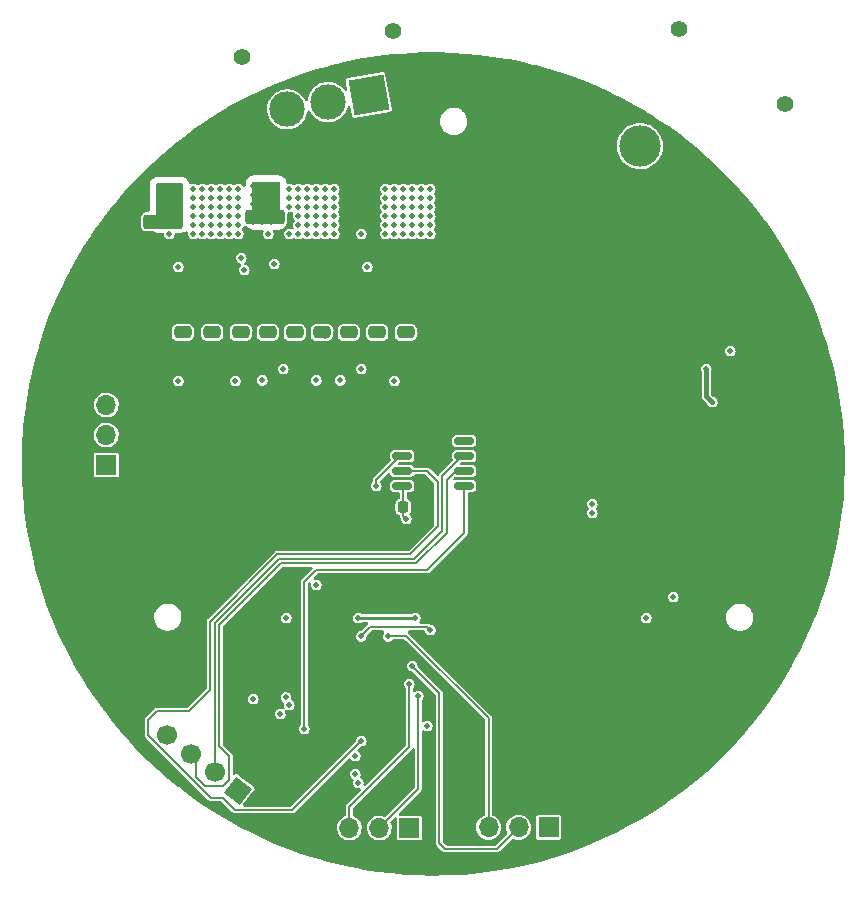
<source format=gbr>
%TF.GenerationSoftware,KiCad,Pcbnew,(6.0.6)*%
%TF.CreationDate,2022-10-06T10:21:30+08:00*%
%TF.ProjectId,rm_foc_driver,726d5f66-6f63-45f6-9472-697665722e6b,rev?*%
%TF.SameCoordinates,Original*%
%TF.FileFunction,Copper,L4,Bot*%
%TF.FilePolarity,Positive*%
%FSLAX46Y46*%
G04 Gerber Fmt 4.6, Leading zero omitted, Abs format (unit mm)*
G04 Created by KiCad (PCBNEW (6.0.6)) date 2022-10-06 10:21:30*
%MOMM*%
%LPD*%
G01*
G04 APERTURE LIST*
G04 Aperture macros list*
%AMRoundRect*
0 Rectangle with rounded corners*
0 $1 Rounding radius*
0 $2 $3 $4 $5 $6 $7 $8 $9 X,Y pos of 4 corners*
0 Add a 4 corners polygon primitive as box body*
4,1,4,$2,$3,$4,$5,$6,$7,$8,$9,$2,$3,0*
0 Add four circle primitives for the rounded corners*
1,1,$1+$1,$2,$3*
1,1,$1+$1,$4,$5*
1,1,$1+$1,$6,$7*
1,1,$1+$1,$8,$9*
0 Add four rect primitives between the rounded corners*
20,1,$1+$1,$2,$3,$4,$5,0*
20,1,$1+$1,$4,$5,$6,$7,0*
20,1,$1+$1,$6,$7,$8,$9,0*
20,1,$1+$1,$8,$9,$2,$3,0*%
%AMHorizOval*
0 Thick line with rounded ends*
0 $1 width*
0 $2 $3 position (X,Y) of the first rounded end (center of the circle)*
0 $4 $5 position (X,Y) of the second rounded end (center of the circle)*
0 Add line between two ends*
20,1,$1,$2,$3,$4,$5,0*
0 Add two circle primitives to create the rounded ends*
1,1,$1,$2,$3*
1,1,$1,$4,$5*%
%AMRotRect*
0 Rectangle, with rotation*
0 The origin of the aperture is its center*
0 $1 length*
0 $2 width*
0 $3 Rotation angle, in degrees counterclockwise*
0 Add horizontal line*
21,1,$1,$2,0,0,$3*%
G04 Aperture macros list end*
%TA.AperFunction,ComponentPad*%
%ADD10RotRect,1.700000X1.700000X232.000000*%
%TD*%
%TA.AperFunction,ComponentPad*%
%ADD11HorizOval,1.700000X0.000000X0.000000X0.000000X0.000000X0*%
%TD*%
%TA.AperFunction,ComponentPad*%
%ADD12R,1.700000X1.700000*%
%TD*%
%TA.AperFunction,ComponentPad*%
%ADD13O,1.700000X1.700000*%
%TD*%
%TA.AperFunction,ComponentPad*%
%ADD14C,1.400000*%
%TD*%
%TA.AperFunction,ComponentPad*%
%ADD15RotRect,3.500000X3.500000X325.000000*%
%TD*%
%TA.AperFunction,ComponentPad*%
%ADD16C,3.500000*%
%TD*%
%TA.AperFunction,ComponentPad*%
%ADD17RotRect,3.000000X3.000000X10.000000*%
%TD*%
%TA.AperFunction,ComponentPad*%
%ADD18C,3.000000*%
%TD*%
%TA.AperFunction,ComponentPad*%
%ADD19C,0.500000*%
%TD*%
%TA.AperFunction,SMDPad,CuDef*%
%ADD20RotRect,1.800000X3.100000X325.000000*%
%TD*%
%TA.AperFunction,SMDPad,CuDef*%
%ADD21RoundRect,0.250000X-0.475000X0.250000X-0.475000X-0.250000X0.475000X-0.250000X0.475000X0.250000X0*%
%TD*%
%TA.AperFunction,SMDPad,CuDef*%
%ADD22RoundRect,0.225000X-0.225000X-0.250000X0.225000X-0.250000X0.225000X0.250000X-0.225000X0.250000X0*%
%TD*%
%TA.AperFunction,SMDPad,CuDef*%
%ADD23RoundRect,0.150000X-0.675000X-0.150000X0.675000X-0.150000X0.675000X0.150000X-0.675000X0.150000X0*%
%TD*%
%TA.AperFunction,SMDPad,CuDef*%
%ADD24RoundRect,0.250000X-1.425000X0.362500X-1.425000X-0.362500X1.425000X-0.362500X1.425000X0.362500X0*%
%TD*%
%TA.AperFunction,ViaPad*%
%ADD25C,0.500000*%
%TD*%
%TA.AperFunction,Conductor*%
%ADD26C,0.177800*%
%TD*%
%TA.AperFunction,Conductor*%
%ADD27C,0.381000*%
%TD*%
%TA.AperFunction,Conductor*%
%ADD28C,0.254000*%
%TD*%
G04 APERTURE END LIST*
D10*
%TO.P,J4,1,Pin_1*%
%TO.N,/MOSI*%
X148590000Y-128651000D03*
D11*
%TO.P,J4,2,Pin_2*%
%TO.N,/MISO*%
X146588453Y-127087220D03*
%TO.P,J4,3,Pin_3*%
%TO.N,/SCLK*%
X144586905Y-125523440D03*
%TO.P,J4,4,Pin_4*%
%TO.N,/CS2*%
X142585358Y-123959660D03*
%TD*%
D12*
%TO.P,J1,1,Pin_1*%
%TO.N,+3.3V*%
X174869000Y-131769000D03*
D13*
%TO.P,J1,2,Pin_2*%
%TO.N,/SWDIO*%
X172329000Y-131769000D03*
%TO.P,J1,3,Pin_3*%
%TO.N,/SWCLK*%
X169789000Y-131769000D03*
%TO.P,J1,4,Pin_4*%
%TO.N,GND*%
X167249000Y-131769000D03*
%TD*%
D14*
%TO.P,J6,*%
%TO.N,*%
X194883220Y-70491209D03*
X185872548Y-64181868D03*
D15*
%TO.P,J6,1,Pin_1*%
%TO.N,GND*%
X186690000Y-76962000D03*
D16*
%TO.P,J6,2,Pin_2*%
%TO.N,+24V*%
X182594240Y-74094118D03*
%TD*%
D14*
%TO.P,J8,*%
%TO.N,*%
X161715778Y-64309412D03*
X148913278Y-66566838D03*
D17*
%TO.P,J8,1,Pin_1*%
%TO.N,/SH_C*%
X159629596Y-69754395D03*
D18*
%TO.P,J8,2,Pin_2*%
%TO.N,/SH_B*%
X156182769Y-70362164D03*
%TO.P,J8,3,Pin_3*%
%TO.N,/SH_A*%
X152735942Y-70969932D03*
%TD*%
D19*
%TO.P,U1,9,GND*%
%TO.N,GND*%
X182878052Y-95173399D03*
X184369351Y-93043604D03*
X182558804Y-93362852D03*
X183304454Y-92297955D03*
X183623702Y-94108502D03*
D20*
X183091253Y-93735677D03*
D19*
X181813155Y-94427750D03*
%TD*%
D12*
%TO.P,J3,1,Pin_1*%
%TO.N,+5V*%
X163068000Y-131826000D03*
D13*
%TO.P,J3,2,Pin_2*%
%TO.N,/TXD*%
X160528000Y-131826000D03*
%TO.P,J3,3,Pin_3*%
%TO.N,/RXD*%
X157988000Y-131826000D03*
%TO.P,J3,4,Pin_4*%
%TO.N,GND*%
X155448000Y-131826000D03*
%TD*%
D12*
%TO.P,J2,1,Pin_1*%
%TO.N,/PWM1*%
X137414000Y-101092000D03*
D13*
%TO.P,J2,2,Pin_2*%
%TO.N,/PWM2*%
X137414000Y-98552000D03*
%TO.P,J2,3,Pin_3*%
%TO.N,/PWM3*%
X137414000Y-96012000D03*
%TO.P,J2,4,Pin_4*%
%TO.N,GND*%
X137414000Y-93472000D03*
%TD*%
D21*
%TO.P,C33,1*%
%TO.N,+24V*%
X153370000Y-89857000D03*
%TO.P,C33,2*%
%TO.N,GND*%
X153370000Y-91757000D03*
%TD*%
D22*
%TO.P,C16,1*%
%TO.N,+5V*%
X162547000Y-104648000D03*
%TO.P,C16,2*%
%TO.N,GND*%
X164097000Y-104648000D03*
%TD*%
D21*
%TO.P,C24,1*%
%TO.N,+24V*%
X143891000Y-89855000D03*
%TO.P,C24,2*%
%TO.N,GND*%
X143891000Y-91755000D03*
%TD*%
%TO.P,C26,1*%
%TO.N,+24V*%
X148798000Y-89857000D03*
%TO.P,C26,2*%
%TO.N,GND*%
X148798000Y-91757000D03*
%TD*%
%TO.P,C29,1*%
%TO.N,+24V*%
X160355000Y-89857000D03*
%TO.P,C29,2*%
%TO.N,GND*%
X160355000Y-91757000D03*
%TD*%
D23*
%TO.P,U7,1,VDD*%
%TO.N,+5V*%
X162475000Y-102870000D03*
%TO.P,U7,2,MODE*%
%TO.N,/MODE*%
X162475000Y-101600000D03*
%TO.P,U7,3,OUT*%
%TO.N,/ADC1*%
X162475000Y-100330000D03*
%TO.P,U7,4,GND*%
%TO.N,GND*%
X162475000Y-99060000D03*
%TO.P,U7,5,PUSH*%
%TO.N,unconnected-(U7-Pad5)*%
X167725000Y-99060000D03*
%TO.P,U7,6,A*%
%TO.N,/MISO*%
X167725000Y-100330000D03*
%TO.P,U7,7,B*%
%TO.N,/SCLK*%
X167725000Y-101600000D03*
%TO.P,U7,8,Z*%
%TO.N,/CS1*%
X167725000Y-102870000D03*
%TD*%
D24*
%TO.P,R10,1*%
%TO.N,/SL_A*%
X142240000Y-80476500D03*
%TO.P,R10,2*%
%TO.N,GND*%
X142240000Y-86401500D03*
%TD*%
%TO.P,R11,1*%
%TO.N,/SL_B*%
X150876000Y-80095500D03*
%TO.P,R11,2*%
%TO.N,GND*%
X150876000Y-86020500D03*
%TD*%
D21*
%TO.P,C30,1*%
%TO.N,+24V*%
X157942000Y-89857000D03*
%TO.P,C30,2*%
%TO.N,GND*%
X157942000Y-91757000D03*
%TD*%
%TO.P,C32,1*%
%TO.N,+24V*%
X151084000Y-89857000D03*
%TO.P,C32,2*%
%TO.N,GND*%
X151084000Y-91757000D03*
%TD*%
%TO.P,C27,1*%
%TO.N,+24V*%
X162768000Y-89857000D03*
%TO.P,C27,2*%
%TO.N,GND*%
X162768000Y-91757000D03*
%TD*%
%TO.P,C25,1*%
%TO.N,+24V*%
X146385000Y-89857000D03*
%TO.P,C25,2*%
%TO.N,GND*%
X146385000Y-91757000D03*
%TD*%
%TO.P,C31,1*%
%TO.N,+24V*%
X155656000Y-89857000D03*
%TO.P,C31,2*%
%TO.N,GND*%
X155656000Y-91757000D03*
%TD*%
D25*
%TO.N,*%
X148844000Y-83566000D03*
X149098000Y-84582000D03*
%TO.N,+5V*%
X185420000Y-112268000D03*
X178562000Y-105156000D03*
X178562000Y-104394000D03*
X162814000Y-105664000D03*
%TO.N,GND*%
X196088000Y-109728000D03*
X173482000Y-120904000D03*
X180340000Y-109982000D03*
X187452000Y-80264000D03*
X171704000Y-89916000D03*
X154940000Y-103886000D03*
X182880000Y-79502000D03*
X180086000Y-101854000D03*
X136144000Y-105156000D03*
X161544000Y-104902000D03*
X165100000Y-68834000D03*
X137160000Y-118872000D03*
X175260000Y-117856000D03*
X186436000Y-108712000D03*
X175768000Y-109220000D03*
X195580000Y-96520000D03*
X156972000Y-120396000D03*
X144526000Y-117094000D03*
X155194000Y-106172000D03*
X158496000Y-120142000D03*
X176530000Y-116078000D03*
X187706000Y-114046000D03*
X159004000Y-77470000D03*
X168402000Y-70104000D03*
X195580000Y-93980000D03*
X169164000Y-76962000D03*
X175006000Y-115316000D03*
X159512000Y-79502000D03*
X159258000Y-78486000D03*
X186690000Y-122174000D03*
X148082000Y-105664000D03*
X167894000Y-112014000D03*
X135128000Y-104648000D03*
X158496000Y-121158000D03*
X179832000Y-100838000D03*
X167640000Y-78994000D03*
X134112000Y-111252000D03*
X148082000Y-104648000D03*
X156972000Y-119634000D03*
X135382000Y-115570000D03*
X136652000Y-116840000D03*
X137414000Y-86106000D03*
X180848000Y-100330000D03*
X160274000Y-119380000D03*
X191516000Y-82550000D03*
X169926000Y-89662000D03*
X156972000Y-118618000D03*
X156718000Y-113792000D03*
X186690000Y-118364000D03*
X158750000Y-122174000D03*
X159004000Y-76708000D03*
X171704000Y-92202000D03*
X187960000Y-121666000D03*
X137414000Y-114300000D03*
X192786000Y-88138000D03*
X160528000Y-122174000D03*
X167894000Y-75946000D03*
X191770000Y-89662000D03*
X171450000Y-87376000D03*
X166116000Y-91948000D03*
X189484000Y-81026000D03*
X184150000Y-79756000D03*
X159766000Y-118618000D03*
X138176000Y-89408000D03*
X168910000Y-90678000D03*
X170180000Y-92202000D03*
X169418000Y-88392000D03*
X151384000Y-123444000D03*
X136906000Y-112014000D03*
X181356000Y-102362000D03*
X143510000Y-118618000D03*
X153416000Y-110490000D03*
X175768000Y-110998000D03*
X195580000Y-105156000D03*
X177292000Y-109474000D03*
X138430000Y-84582000D03*
X173228000Y-118364000D03*
X174752000Y-119126000D03*
X167894000Y-113792000D03*
X143002000Y-118364000D03*
X138938000Y-83058000D03*
X180848000Y-101600000D03*
X187706000Y-106426000D03*
X185674000Y-106934000D03*
X136652000Y-88138000D03*
X148844000Y-106172000D03*
X192532000Y-83820000D03*
X142494000Y-116840000D03*
X156464000Y-114554000D03*
X194310000Y-108204000D03*
X176530000Y-119380000D03*
X155194000Y-105410000D03*
X195580000Y-92964000D03*
X137414000Y-110490000D03*
X134620000Y-105664000D03*
X138938000Y-90424000D03*
X158242000Y-75946000D03*
X158496000Y-78994000D03*
X158496000Y-77216000D03*
X195580000Y-95250000D03*
X147828000Y-109728000D03*
X156972000Y-121666000D03*
X158242000Y-80010000D03*
X174752000Y-119888000D03*
X148844000Y-104902000D03*
X147066000Y-110236000D03*
X151130000Y-122682000D03*
X161544000Y-106172000D03*
X166878000Y-113284000D03*
X158750000Y-75692000D03*
X187706000Y-117348000D03*
X191770000Y-110490000D03*
X179832000Y-100076000D03*
X192278000Y-117602000D03*
X158242000Y-74676000D03*
X155194000Y-104394000D03*
X188976000Y-120142000D03*
X173228000Y-117348000D03*
X158496000Y-78232000D03*
X193548000Y-114300000D03*
X135382000Y-113538000D03*
X134366000Y-107188000D03*
X152908000Y-110236000D03*
X158750000Y-119126000D03*
X192278000Y-88646000D03*
X183896000Y-112776000D03*
X160528000Y-121158000D03*
X148590000Y-109220000D03*
X183134000Y-112776000D03*
%TO.N,+12V*%
X188214000Y-92964000D03*
X188722000Y-95758000D03*
%TO.N,/SH_A*%
X148590000Y-80010000D03*
X144780000Y-81534000D03*
X146304000Y-79248000D03*
X145542000Y-81534000D03*
X147066000Y-78486000D03*
X147828000Y-80010000D03*
X147828000Y-79248000D03*
X145542000Y-78486000D03*
X145542000Y-80772000D03*
X148590000Y-79248000D03*
X147066000Y-80010000D03*
X144780000Y-80772000D03*
X147828000Y-81534000D03*
X146304000Y-77724000D03*
X144780000Y-78486000D03*
X147066000Y-79248000D03*
X148590000Y-77724000D03*
X147828000Y-80772000D03*
X144780000Y-77724000D03*
X144780000Y-80010000D03*
X147066000Y-81534000D03*
X146304000Y-78486000D03*
X147066000Y-77724000D03*
X147828000Y-78486000D03*
X145542000Y-80010000D03*
X147066000Y-80772000D03*
X148590000Y-81534000D03*
X146304000Y-80772000D03*
X146304000Y-80010000D03*
X148590000Y-78486000D03*
X147828000Y-77724000D03*
X145542000Y-77724000D03*
X146304000Y-81534000D03*
X145542000Y-79248000D03*
X144780000Y-79248000D03*
X148590000Y-80772000D03*
%TO.N,/SH_B*%
X155956000Y-78486000D03*
X154432000Y-77724000D03*
X155194000Y-80010000D03*
X155956000Y-79248000D03*
X153670000Y-80010000D03*
X153670000Y-78486000D03*
X152908000Y-81534000D03*
X153670000Y-81534000D03*
X153670000Y-79248000D03*
X154432000Y-80010000D03*
X155956000Y-80772000D03*
X155956000Y-81534000D03*
X154432000Y-79248000D03*
X156718000Y-80010000D03*
X152908000Y-77724000D03*
X155194000Y-81534000D03*
X155956000Y-80010000D03*
X153670000Y-77724000D03*
X155194000Y-79248000D03*
X156718000Y-80772000D03*
X156718000Y-81534000D03*
X154432000Y-80772000D03*
X156718000Y-78486000D03*
X152400000Y-92964000D03*
X152908000Y-78486000D03*
X156718000Y-77724000D03*
X154432000Y-81534000D03*
X156718000Y-79248000D03*
X153670000Y-80772000D03*
X155194000Y-78486000D03*
X154432000Y-78486000D03*
X152908000Y-79248000D03*
X155194000Y-77724000D03*
X155194000Y-80772000D03*
X155956000Y-77724000D03*
%TO.N,+3.3V*%
X152635114Y-120767922D03*
X163576000Y-114046000D03*
X158750000Y-114046000D03*
X152654000Y-114046000D03*
X190246000Y-91440000D03*
X149860000Y-120904000D03*
X164592000Y-123190000D03*
%TO.N,Net-(D1-Pad1)*%
X159004000Y-115588500D03*
X164846000Y-115062000D03*
%TO.N,/SWDIO*%
X163322000Y-118110000D03*
%TO.N,/SWCLK*%
X161290000Y-115588500D03*
%TO.N,/TXD*%
X163830000Y-120650000D03*
%TO.N,/RXD*%
X163068000Y-119634000D03*
%TO.N,/SH_C*%
X162560000Y-78486000D03*
X161798000Y-81534000D03*
X161036000Y-79248000D03*
X164084000Y-80772000D03*
X162560000Y-80772000D03*
X161798000Y-79248000D03*
X159004000Y-92964000D03*
X163322000Y-77724000D03*
X164846000Y-77724000D03*
X161798000Y-78486000D03*
X164084000Y-78486000D03*
X164084000Y-77724000D03*
X162560000Y-80010000D03*
X163322000Y-80010000D03*
X161036000Y-80772000D03*
X162560000Y-79248000D03*
X161036000Y-77724000D03*
X162560000Y-81534000D03*
X164846000Y-78486000D03*
X164846000Y-81534000D03*
X164846000Y-80772000D03*
X164846000Y-79248000D03*
X161036000Y-78486000D03*
X162560000Y-77724000D03*
X163322000Y-79248000D03*
X163322000Y-80772000D03*
X161036000Y-81534000D03*
X164084000Y-79248000D03*
X164084000Y-80010000D03*
X161798000Y-77724000D03*
X164846000Y-80010000D03*
X161798000Y-80010000D03*
X163322000Y-78486000D03*
X161036000Y-80010000D03*
X161798000Y-80772000D03*
X164084000Y-81534000D03*
X163322000Y-81534000D03*
%TO.N,/GH_A*%
X143510000Y-84328000D03*
X143510000Y-93980000D03*
%TO.N,/GL_A*%
X148336000Y-93980000D03*
X142748000Y-81538500D03*
%TO.N,/SL_A*%
X142748000Y-79756000D03*
X142748000Y-78994000D03*
X143510000Y-78994000D03*
X141986000Y-77470000D03*
X142748000Y-77470000D03*
X143510000Y-79756000D03*
X143510000Y-77470000D03*
X141986000Y-80518000D03*
X143510000Y-80518000D03*
X143510000Y-78232000D03*
X142748000Y-80518000D03*
X141986000Y-78994000D03*
X155194000Y-111252000D03*
X142748000Y-78232000D03*
X141986000Y-79756000D03*
X141986000Y-78232000D03*
%TO.N,/GH_B*%
X151638000Y-84074000D03*
X150622000Y-93917000D03*
%TO.N,/GL_B*%
X151130000Y-81534000D03*
X155194000Y-93917000D03*
%TO.N,/SL_B*%
X150622000Y-77470000D03*
X151384000Y-78994000D03*
X150635956Y-79661098D03*
X151384000Y-78232000D03*
X151384000Y-77470000D03*
X149860000Y-78994000D03*
X149860000Y-77470000D03*
X149873956Y-79661098D03*
X151397956Y-79661098D03*
X150622000Y-78994000D03*
X149860000Y-80518000D03*
X183134000Y-114046000D03*
X151384000Y-80518000D03*
X149860000Y-78232000D03*
X150622000Y-80518000D03*
X150622000Y-78232000D03*
%TO.N,/GH_C*%
X157226000Y-93917000D03*
X159512000Y-84328000D03*
%TO.N,/GL_C*%
X159004000Y-81534000D03*
X161798000Y-93980000D03*
%TO.N,/CS1*%
X154178000Y-123444000D03*
%TO.N,/SO1*%
X158496000Y-127254000D03*
X152908000Y-121412000D03*
%TO.N,/SO2*%
X158750000Y-128016000D03*
X152146000Y-122174000D03*
%TO.N,/MODE*%
X159004000Y-124460000D03*
%TO.N,/ADC1*%
X158496000Y-125730000D03*
X160274000Y-102870000D03*
%TO.N,+24V*%
X146812000Y-89662000D03*
X160812400Y-89916000D03*
X155956000Y-90170000D03*
X150876000Y-89916000D03*
X149352000Y-89662000D03*
X157480000Y-89662000D03*
X162560000Y-89662000D03*
X163322000Y-89916000D03*
X148590000Y-89916000D03*
X153416000Y-89662000D03*
X146050000Y-89916000D03*
X158242000Y-89662000D03*
X143510000Y-89916000D03*
X156210000Y-89662000D03*
%TD*%
D26*
%TO.N,+5V*%
X162547000Y-104648000D02*
X162547000Y-102942000D01*
X162547000Y-105397000D02*
X162814000Y-105664000D01*
X162547000Y-102942000D02*
X162475000Y-102870000D01*
X162547000Y-104648000D02*
X162547000Y-105397000D01*
D27*
%TO.N,+12V*%
X188214000Y-92964000D02*
X188214000Y-95250000D01*
X188214000Y-95250000D02*
X188722000Y-95758000D01*
D28*
%TO.N,+3.3V*%
X163576000Y-114046000D02*
X158750000Y-114046000D01*
D26*
%TO.N,Net-(D1-Pad1)*%
X164592000Y-114808000D02*
X159766000Y-114808000D01*
X159004000Y-115570000D02*
X159004000Y-115588500D01*
X159766000Y-114808000D02*
X159004000Y-115570000D01*
X164846000Y-115062000D02*
X164592000Y-114808000D01*
%TO.N,/SWDIO*%
X165608000Y-120396000D02*
X163322000Y-118110000D01*
X170494000Y-133604000D02*
X166116000Y-133604000D01*
X165608000Y-133096000D02*
X165608000Y-120396000D01*
X172329000Y-131769000D02*
X170494000Y-133604000D01*
X166116000Y-133604000D02*
X165608000Y-133096000D01*
%TO.N,/SWCLK*%
X169789000Y-131769000D02*
X169789000Y-122545000D01*
X169789000Y-122545000D02*
X162814000Y-115570000D01*
X161290000Y-115570000D02*
X161290000Y-115588500D01*
X162814000Y-115570000D02*
X161290000Y-115570000D01*
%TO.N,/TXD*%
X163830000Y-128524000D02*
X163830000Y-120650000D01*
X160528000Y-131826000D02*
X163830000Y-128524000D01*
%TO.N,/RXD*%
X163068000Y-124968000D02*
X163068000Y-119634000D01*
X157988000Y-131826000D02*
X157988000Y-130048000D01*
X157988000Y-130048000D02*
X163068000Y-124968000D01*
%TO.N,/MISO*%
X146588453Y-127087220D02*
X146588453Y-114777547D01*
X146588453Y-114777547D02*
X146588453Y-114584453D01*
X167549302Y-100330000D02*
X167725000Y-100330000D01*
X146588453Y-114497257D02*
X152048490Y-109037220D01*
X146588453Y-114777547D02*
X146588453Y-114497257D01*
X152048490Y-109037220D02*
X163504780Y-109037220D01*
X163504780Y-109037220D02*
X165862000Y-106680000D01*
X165862000Y-102017302D02*
X167549302Y-100330000D01*
X165862000Y-106680000D02*
X165862000Y-102017302D01*
%TO.N,/SCLK*%
X166239800Y-102362000D02*
X167001800Y-101600000D01*
X147320000Y-128270000D02*
X147828000Y-127762000D01*
X146966253Y-124868253D02*
X146966253Y-114653747D01*
X145034000Y-127508000D02*
X145796000Y-128270000D01*
X147828000Y-127762000D02*
X147828000Y-125730000D01*
X163661270Y-109415020D02*
X166239800Y-106836490D01*
X145796000Y-128270000D02*
X147320000Y-128270000D01*
X152204980Y-109415020D02*
X163661270Y-109415020D01*
X167001800Y-101600000D02*
X167725000Y-101600000D01*
X166239800Y-106836490D02*
X166239800Y-102362000D01*
X145034000Y-125970535D02*
X145034000Y-127508000D01*
X144586905Y-125523440D02*
X145034000Y-125970535D01*
X147828000Y-125730000D02*
X146966253Y-124868253D01*
X146966253Y-114653747D02*
X152204980Y-109415020D01*
%TO.N,/CS1*%
X167725000Y-106849000D02*
X167725000Y-102870000D01*
X154178000Y-110998000D02*
X155194000Y-109982000D01*
X155194000Y-109982000D02*
X164592000Y-109982000D01*
X164592000Y-109982000D02*
X167725000Y-106849000D01*
X154178000Y-123444000D02*
X154178000Y-110998000D01*
%TO.N,/MODE*%
X140970000Y-123978290D02*
X140970000Y-122682000D01*
X164592000Y-101600000D02*
X162475000Y-101600000D01*
X144432653Y-121920000D02*
X146210653Y-120142000D01*
X165484200Y-102492200D02*
X164592000Y-101600000D01*
X141732000Y-121920000D02*
X144432653Y-121920000D01*
X151892000Y-108659420D02*
X163120580Y-108659420D01*
X140970000Y-122682000D02*
X141732000Y-121920000D01*
X146210653Y-120142000D02*
X146210653Y-114340767D01*
X165484200Y-106295800D02*
X165484200Y-102492200D01*
X163120580Y-108659420D02*
X165484200Y-106295800D01*
X153162000Y-130302000D02*
X148336000Y-130302000D01*
X147320000Y-129286000D02*
X146277710Y-129286000D01*
X146210653Y-114340767D02*
X151892000Y-108659420D01*
X159004000Y-124460000D02*
X153162000Y-130302000D01*
X146277710Y-129286000D02*
X140970000Y-123978290D01*
X148336000Y-130302000D02*
X147320000Y-129286000D01*
%TO.N,/ADC1*%
X162299302Y-100330000D02*
X160274000Y-102355302D01*
X160274000Y-102355302D02*
X160274000Y-102870000D01*
X162475000Y-100330000D02*
X162299302Y-100330000D01*
%TD*%
%TA.AperFunction,Conductor*%
%TO.N,/SL_B*%
G36*
X152088121Y-77109002D02*
G01*
X152134614Y-77162658D01*
X152146000Y-77215000D01*
X152146000Y-80519000D01*
X152125998Y-80587121D01*
X152072342Y-80633614D01*
X152020000Y-80645000D01*
X149859000Y-80645000D01*
X149790879Y-80624998D01*
X149744386Y-80571342D01*
X149733000Y-80519000D01*
X149733000Y-77215000D01*
X149753002Y-77146879D01*
X149806658Y-77100386D01*
X149859000Y-77089000D01*
X152020000Y-77089000D01*
X152088121Y-77109002D01*
G37*
%TD.AperFunction*%
%TD*%
%TA.AperFunction,Conductor*%
%TO.N,GND*%
G36*
X165527836Y-66152929D02*
G01*
X166678816Y-66186084D01*
X166682963Y-66186272D01*
X167832181Y-66257568D01*
X167836346Y-66257896D01*
X168982536Y-66367253D01*
X168986688Y-66367718D01*
X170128662Y-66515021D01*
X170132797Y-66515624D01*
X171269257Y-66700708D01*
X171273369Y-66701448D01*
X171545548Y-66755094D01*
X172403078Y-66924112D01*
X172407126Y-66924980D01*
X172685730Y-66989557D01*
X173528828Y-67184977D01*
X173532882Y-67185988D01*
X173813299Y-67260863D01*
X174645357Y-67483034D01*
X174649333Y-67484167D01*
X174924814Y-67567602D01*
X175751324Y-67817928D01*
X175755302Y-67819205D01*
X176845607Y-68189313D01*
X176849534Y-68190719D01*
X177927014Y-68596790D01*
X177930865Y-68598314D01*
X178994308Y-69039895D01*
X178998088Y-69041539D01*
X180046275Y-69518121D01*
X180050021Y-69519899D01*
X180315850Y-69651569D01*
X181081862Y-70030988D01*
X181085574Y-70032905D01*
X181814421Y-70424528D01*
X182085128Y-70569984D01*
X182099819Y-70577878D01*
X182103461Y-70579913D01*
X183099147Y-71158254D01*
X183102657Y-71160370D01*
X183608678Y-71477182D01*
X184078637Y-71771416D01*
X184082141Y-71773692D01*
X184752617Y-72225082D01*
X185036319Y-72416081D01*
X185037250Y-72416708D01*
X185040671Y-72419093D01*
X185974007Y-73093476D01*
X185977321Y-73095956D01*
X186567476Y-73552903D01*
X186887732Y-73800872D01*
X186890987Y-73803479D01*
X186909218Y-73818588D01*
X187777552Y-74538214D01*
X187780724Y-74540933D01*
X188028555Y-74760581D01*
X188395232Y-75085559D01*
X188642414Y-75304632D01*
X188645488Y-75307448D01*
X189203930Y-75836465D01*
X189481399Y-76099313D01*
X189484384Y-76102236D01*
X190293574Y-76921373D01*
X190296461Y-76924394D01*
X191078065Y-77769930D01*
X191080849Y-77773045D01*
X191833937Y-78643967D01*
X191836611Y-78647164D01*
X192542012Y-79519816D01*
X192560479Y-79542662D01*
X192563044Y-79545947D01*
X193214281Y-80408601D01*
X193256771Y-80464885D01*
X193259233Y-80468260D01*
X193922151Y-81409749D01*
X193924499Y-81413205D01*
X194555804Y-82376105D01*
X194558037Y-82379637D01*
X195157081Y-83362957D01*
X195159195Y-83366560D01*
X195725306Y-84369198D01*
X195727300Y-84372870D01*
X196259872Y-85393756D01*
X196261742Y-85397492D01*
X196760151Y-86435425D01*
X196761897Y-86439221D01*
X197225631Y-87493137D01*
X197227250Y-87496989D01*
X197655775Y-88565672D01*
X197657266Y-88569575D01*
X198050138Y-89651920D01*
X198051498Y-89655870D01*
X198219410Y-90171118D01*
X198352918Y-90580796D01*
X198408259Y-90750615D01*
X198409486Y-90754602D01*
X198729606Y-91860062D01*
X198729765Y-91860612D01*
X198730854Y-91864621D01*
X198905763Y-92553328D01*
X199014284Y-92980630D01*
X199015245Y-92984696D01*
X199261511Y-94109460D01*
X199262337Y-94113555D01*
X199471179Y-95245875D01*
X199471869Y-95249993D01*
X199473755Y-95262543D01*
X199643058Y-96388652D01*
X199643610Y-96392794D01*
X199687794Y-96771766D01*
X199774794Y-97517977D01*
X199776947Y-97536447D01*
X199777361Y-97540594D01*
X199864143Y-98584978D01*
X199872709Y-98688071D01*
X199872985Y-98692225D01*
X199882402Y-98881388D01*
X199930235Y-99842226D01*
X199930374Y-99846402D01*
X199941355Y-100508612D01*
X199946454Y-100816042D01*
X199949475Y-100998246D01*
X199949488Y-101001306D01*
X199947095Y-101305958D01*
X199945213Y-101545629D01*
X199945151Y-101548707D01*
X199910282Y-102628247D01*
X199907962Y-102700067D01*
X199907759Y-102704212D01*
X199867302Y-103321478D01*
X199832452Y-103853189D01*
X199832110Y-103857353D01*
X199718750Y-105003186D01*
X199718270Y-105007336D01*
X199566981Y-106148790D01*
X199566363Y-106152922D01*
X199377318Y-107288704D01*
X199376564Y-107292814D01*
X199149961Y-108421721D01*
X199149071Y-108425803D01*
X198885165Y-109546572D01*
X198884140Y-109550623D01*
X198583216Y-110662040D01*
X198582059Y-110666047D01*
X198263895Y-111703478D01*
X198244459Y-111766852D01*
X198243175Y-111770804D01*
X197876071Y-112839981D01*
X197869249Y-112859851D01*
X197867831Y-112863768D01*
X197464867Y-113921798D01*
X197458010Y-113939801D01*
X197456465Y-113943665D01*
X197352140Y-114192450D01*
X197011192Y-115005519D01*
X197009513Y-115009344D01*
X196529288Y-116055833D01*
X196527483Y-116059601D01*
X196120850Y-116873402D01*
X196012809Y-117089625D01*
X196010881Y-117093327D01*
X195576438Y-117895141D01*
X195462362Y-118105680D01*
X195460314Y-118109315D01*
X195411779Y-118192206D01*
X194878526Y-119102933D01*
X194876356Y-119106503D01*
X194456223Y-119772375D01*
X194291026Y-120034197D01*
X194261938Y-120080298D01*
X194259652Y-120083792D01*
X193712567Y-120890316D01*
X193613271Y-121036701D01*
X193610868Y-121040119D01*
X192933286Y-121971020D01*
X192930772Y-121974357D01*
X192874697Y-122046259D01*
X192244892Y-122853826D01*
X192222659Y-122882334D01*
X192220049Y-122885568D01*
X191740669Y-123459917D01*
X191482241Y-123769541D01*
X191479511Y-123772704D01*
X191216604Y-124067267D01*
X190810958Y-124521755D01*
X190712810Y-124631720D01*
X190709978Y-124634790D01*
X189955970Y-125425196D01*
X189915191Y-125467943D01*
X189912270Y-125470905D01*
X189090278Y-126277265D01*
X189087292Y-126280098D01*
X188762691Y-126578062D01*
X188239042Y-127058739D01*
X188235918Y-127061513D01*
X187362304Y-127811614D01*
X187359089Y-127814282D01*
X186461142Y-128534960D01*
X186457841Y-128537521D01*
X185536462Y-129228055D01*
X185533078Y-129230505D01*
X185038970Y-129575842D01*
X184634843Y-129858290D01*
X184589316Y-129890109D01*
X184585861Y-129892440D01*
X184402633Y-130011657D01*
X183620713Y-130520412D01*
X183617173Y-130522632D01*
X182631767Y-131118241D01*
X182628156Y-131120342D01*
X181623574Y-131682935D01*
X181619895Y-131684916D01*
X180597168Y-132213915D01*
X180593426Y-132215773D01*
X179553747Y-132710561D01*
X179549945Y-132712294D01*
X178494402Y-133172353D01*
X178490545Y-133173958D01*
X177420362Y-133598755D01*
X177416453Y-133600232D01*
X176332781Y-133989309D01*
X176328826Y-133990656D01*
X175232804Y-134343606D01*
X175228807Y-134344820D01*
X174121739Y-134661221D01*
X174117703Y-134662303D01*
X173000715Y-134941835D01*
X172996646Y-134942782D01*
X171870995Y-135185129D01*
X171866896Y-135185940D01*
X170733863Y-135390825D01*
X170729740Y-135391500D01*
X169590523Y-135558709D01*
X169586379Y-135559247D01*
X168442269Y-135688591D01*
X168438110Y-135688992D01*
X167489451Y-135764486D01*
X167290289Y-135780335D01*
X167286125Y-135780597D01*
X167185721Y-135785244D01*
X166135942Y-135833832D01*
X166131765Y-135833956D01*
X164980460Y-135849028D01*
X164976282Y-135849014D01*
X163825077Y-135825905D01*
X163820902Y-135825752D01*
X162671092Y-135764486D01*
X162666924Y-135764194D01*
X162223678Y-135725805D01*
X161519799Y-135664843D01*
X161515698Y-135664420D01*
X160372436Y-135527082D01*
X160368340Y-135526521D01*
X159788266Y-135437239D01*
X159230291Y-135351358D01*
X159226173Y-135350654D01*
X158639831Y-135240394D01*
X158094538Y-135137853D01*
X158090498Y-135137023D01*
X157345741Y-134971232D01*
X156966591Y-134886829D01*
X156962529Y-134885854D01*
X155847547Y-134598538D01*
X155843518Y-134597429D01*
X155732552Y-134564875D01*
X154738596Y-134273280D01*
X154734662Y-134272054D01*
X153877212Y-133989309D01*
X153641140Y-133911464D01*
X153637195Y-133910090D01*
X152790824Y-133599525D01*
X152556237Y-133513446D01*
X152552375Y-133511956D01*
X151485126Y-133079676D01*
X151481309Y-133078055D01*
X150429028Y-132610649D01*
X150425238Y-132608890D01*
X149565790Y-132192491D01*
X149389014Y-132106843D01*
X149385286Y-132104960D01*
X148827058Y-131811262D01*
X156932520Y-131811262D01*
X156933036Y-131817406D01*
X156948096Y-131996744D01*
X156949759Y-132016553D01*
X156951458Y-132022478D01*
X157001887Y-132198344D01*
X157006544Y-132214586D01*
X157009359Y-132220063D01*
X157009360Y-132220066D01*
X157097897Y-132392341D01*
X157100712Y-132397818D01*
X157228677Y-132559270D01*
X157233370Y-132563264D01*
X157233371Y-132563265D01*
X157342886Y-132656469D01*
X157385564Y-132692791D01*
X157390942Y-132695797D01*
X157390944Y-132695798D01*
X157420460Y-132712294D01*
X157565398Y-132793297D01*
X157649280Y-132820552D01*
X157755471Y-132855056D01*
X157755475Y-132855057D01*
X157761329Y-132856959D01*
X157965894Y-132881351D01*
X157972029Y-132880879D01*
X157972031Y-132880879D01*
X158044625Y-132875293D01*
X158171300Y-132865546D01*
X158177230Y-132863890D01*
X158177232Y-132863890D01*
X158307770Y-132827443D01*
X158369725Y-132810145D01*
X158375214Y-132807372D01*
X158375220Y-132807370D01*
X158548116Y-132720033D01*
X158553610Y-132717258D01*
X158561028Y-132711463D01*
X158654099Y-132638748D01*
X158715951Y-132590424D01*
X158769173Y-132528766D01*
X158846540Y-132439134D01*
X158846540Y-132439133D01*
X158850564Y-132434472D01*
X158871387Y-132397818D01*
X158949276Y-132260707D01*
X158952323Y-132255344D01*
X159017351Y-132059863D01*
X159043171Y-131855474D01*
X159043583Y-131826000D01*
X159023480Y-131620970D01*
X158963935Y-131423749D01*
X158867218Y-131241849D01*
X158767280Y-131119313D01*
X158740906Y-131086975D01*
X158740903Y-131086972D01*
X158737011Y-131082200D01*
X158719786Y-131067950D01*
X158583025Y-130954811D01*
X158583021Y-130954809D01*
X158578275Y-130950882D01*
X158397055Y-130852897D01*
X158366139Y-130843327D01*
X158306982Y-130804078D01*
X158278434Y-130739074D01*
X158277400Y-130722963D01*
X158277400Y-130220063D01*
X158297402Y-130151942D01*
X158314305Y-130130968D01*
X163237108Y-125208165D01*
X163238879Y-125206637D01*
X163243536Y-125204360D01*
X163275556Y-125169842D01*
X163278836Y-125166437D01*
X163291670Y-125153603D01*
X163294324Y-125149734D01*
X163296368Y-125147406D01*
X163316856Y-125125320D01*
X163318054Y-125126431D01*
X163361404Y-125088298D01*
X163431601Y-125077670D01*
X163496400Y-125106681D01*
X163535228Y-125166119D01*
X163540600Y-125202518D01*
X163540600Y-128351936D01*
X163520598Y-128420057D01*
X163503695Y-128441031D01*
X161103922Y-130840804D01*
X161041610Y-130874830D01*
X160970795Y-130869765D01*
X160954897Y-130862544D01*
X160942476Y-130855828D01*
X160942474Y-130855827D01*
X160937055Y-130852897D01*
X160740254Y-130791977D01*
X160734129Y-130791333D01*
X160734128Y-130791333D01*
X160541498Y-130771087D01*
X160541496Y-130771087D01*
X160535369Y-130770443D01*
X160448529Y-130778346D01*
X160336342Y-130788555D01*
X160336339Y-130788556D01*
X160330203Y-130789114D01*
X160132572Y-130847280D01*
X159950002Y-130942726D01*
X159945201Y-130946586D01*
X159945198Y-130946588D01*
X159827804Y-131040975D01*
X159789447Y-131071815D01*
X159657024Y-131229630D01*
X159654056Y-131235028D01*
X159654053Y-131235033D01*
X159581642Y-131366749D01*
X159557776Y-131410162D01*
X159495484Y-131606532D01*
X159494798Y-131612649D01*
X159494797Y-131612653D01*
X159478224Y-131760406D01*
X159472520Y-131811262D01*
X159473036Y-131817406D01*
X159488096Y-131996744D01*
X159489759Y-132016553D01*
X159491458Y-132022478D01*
X159541887Y-132198344D01*
X159546544Y-132214586D01*
X159549359Y-132220063D01*
X159549360Y-132220066D01*
X159637897Y-132392341D01*
X159640712Y-132397818D01*
X159768677Y-132559270D01*
X159773370Y-132563264D01*
X159773371Y-132563265D01*
X159882886Y-132656469D01*
X159925564Y-132692791D01*
X159930942Y-132695797D01*
X159930944Y-132695798D01*
X159960460Y-132712294D01*
X160105398Y-132793297D01*
X160189280Y-132820552D01*
X160295471Y-132855056D01*
X160295475Y-132855057D01*
X160301329Y-132856959D01*
X160505894Y-132881351D01*
X160512029Y-132880879D01*
X160512031Y-132880879D01*
X160584625Y-132875293D01*
X160711300Y-132865546D01*
X160717230Y-132863890D01*
X160717232Y-132863890D01*
X160847770Y-132827443D01*
X160909725Y-132810145D01*
X160915214Y-132807372D01*
X160915220Y-132807370D01*
X161088116Y-132720033D01*
X161093610Y-132717258D01*
X161101028Y-132711463D01*
X161194099Y-132638748D01*
X161255951Y-132590424D01*
X161309173Y-132528766D01*
X161386540Y-132439134D01*
X161386540Y-132439133D01*
X161390564Y-132434472D01*
X161411387Y-132397818D01*
X161489276Y-132260707D01*
X161492323Y-132255344D01*
X161557351Y-132059863D01*
X161583171Y-131855474D01*
X161583583Y-131826000D01*
X161563480Y-131620970D01*
X161503935Y-131423749D01*
X161501046Y-131418315D01*
X161501042Y-131418306D01*
X161490634Y-131398733D01*
X161476314Y-131329196D01*
X161501861Y-131262955D01*
X161512790Y-131250484D01*
X161802405Y-130960869D01*
X161864717Y-130926843D01*
X161935532Y-130931908D01*
X161992368Y-130974455D01*
X162017179Y-131040975D01*
X162017500Y-131049964D01*
X162017500Y-132695748D01*
X162018707Y-132701816D01*
X162024968Y-132733290D01*
X162029133Y-132754231D01*
X162073448Y-132820552D01*
X162139769Y-132864867D01*
X162151938Y-132867288D01*
X162151939Y-132867288D01*
X162192184Y-132875293D01*
X162198252Y-132876500D01*
X163937748Y-132876500D01*
X163943816Y-132875293D01*
X163984061Y-132867288D01*
X163984062Y-132867288D01*
X163996231Y-132864867D01*
X164062552Y-132820552D01*
X164106867Y-132754231D01*
X164111033Y-132733290D01*
X164117293Y-132701816D01*
X164118500Y-132695748D01*
X164118500Y-130956252D01*
X164106867Y-130897769D01*
X164062552Y-130831448D01*
X163996231Y-130787133D01*
X163984062Y-130784712D01*
X163984061Y-130784712D01*
X163943816Y-130776707D01*
X163937748Y-130775500D01*
X162291964Y-130775500D01*
X162223843Y-130755498D01*
X162177350Y-130701842D01*
X162167246Y-130631568D01*
X162196740Y-130566988D01*
X162202869Y-130560405D01*
X163999113Y-128764161D01*
X164000880Y-128762636D01*
X164005536Y-128760360D01*
X164037543Y-128725856D01*
X164040823Y-128722451D01*
X164053670Y-128709604D01*
X164056325Y-128705734D01*
X164058384Y-128703389D01*
X164070944Y-128689849D01*
X164078856Y-128681320D01*
X164083167Y-128670515D01*
X164086368Y-128665451D01*
X164090165Y-128658340D01*
X164092588Y-128652872D01*
X164099169Y-128643279D01*
X164104572Y-128620511D01*
X164110136Y-128602918D01*
X164115511Y-128589446D01*
X164115512Y-128589441D01*
X164118806Y-128581185D01*
X164119400Y-128575127D01*
X164119400Y-128572040D01*
X164119550Y-128568976D01*
X164119843Y-128568990D01*
X164120855Y-128560343D01*
X164121375Y-128549704D01*
X164124062Y-128538383D01*
X164120551Y-128512586D01*
X164119400Y-128495594D01*
X164119400Y-123651871D01*
X164139402Y-123583750D01*
X164193058Y-123537257D01*
X164263332Y-123527153D01*
X164315219Y-123546984D01*
X164396060Y-123600796D01*
X164519233Y-123639278D01*
X164528203Y-123639442D01*
X164528207Y-123639443D01*
X164586942Y-123640519D01*
X164648255Y-123641643D01*
X164710505Y-123624672D01*
X164764092Y-123610062D01*
X164764093Y-123610062D01*
X164772755Y-123607700D01*
X164780405Y-123603003D01*
X164780407Y-123603002D01*
X164875072Y-123544878D01*
X164875075Y-123544875D01*
X164882724Y-123540179D01*
X164888750Y-123533522D01*
X164963300Y-123451161D01*
X164963303Y-123451157D01*
X164969322Y-123444507D01*
X165025588Y-123328375D01*
X165027627Y-123316259D01*
X165046190Y-123205917D01*
X165046997Y-123201120D01*
X165047133Y-123190000D01*
X165038084Y-123126812D01*
X165030112Y-123071145D01*
X165030111Y-123071142D01*
X165028839Y-123062259D01*
X165020022Y-123042866D01*
X164979145Y-122952962D01*
X164979143Y-122952959D01*
X164975428Y-122944788D01*
X164924416Y-122885585D01*
X164897051Y-122853826D01*
X164897049Y-122853824D01*
X164891193Y-122847028D01*
X164782906Y-122776841D01*
X164774311Y-122774271D01*
X164774310Y-122774270D01*
X164667874Y-122742438D01*
X164667872Y-122742438D01*
X164659273Y-122739866D01*
X164650298Y-122739811D01*
X164650297Y-122739811D01*
X164595641Y-122739477D01*
X164530231Y-122739078D01*
X164518475Y-122742438D01*
X164414786Y-122772072D01*
X164414784Y-122772073D01*
X164406155Y-122774539D01*
X164398564Y-122779329D01*
X164398561Y-122779330D01*
X164312635Y-122833545D01*
X164244350Y-122852979D01*
X164176399Y-122832410D01*
X164130354Y-122778369D01*
X164119400Y-122726983D01*
X164119400Y-121050197D01*
X164139402Y-120982076D01*
X164151978Y-120965650D01*
X164207322Y-120904507D01*
X164263588Y-120788375D01*
X164265627Y-120776259D01*
X164284190Y-120665917D01*
X164284997Y-120661120D01*
X164285133Y-120650000D01*
X164272391Y-120561028D01*
X164268112Y-120531145D01*
X164268111Y-120531142D01*
X164266839Y-120522259D01*
X164252554Y-120490841D01*
X164217145Y-120412962D01*
X164217143Y-120412959D01*
X164213428Y-120404788D01*
X164170324Y-120354763D01*
X164135051Y-120313826D01*
X164135049Y-120313824D01*
X164129193Y-120307028D01*
X164020906Y-120236841D01*
X164012311Y-120234271D01*
X164012310Y-120234270D01*
X163905874Y-120202438D01*
X163905872Y-120202438D01*
X163897273Y-120199866D01*
X163888298Y-120199811D01*
X163888297Y-120199811D01*
X163833641Y-120199477D01*
X163768231Y-120199078D01*
X163756475Y-120202438D01*
X163652786Y-120232072D01*
X163652784Y-120232073D01*
X163644155Y-120234539D01*
X163636564Y-120239329D01*
X163636561Y-120239330D01*
X163550635Y-120293545D01*
X163482350Y-120312979D01*
X163414399Y-120292410D01*
X163368354Y-120238369D01*
X163357400Y-120186983D01*
X163357400Y-120034197D01*
X163377402Y-119966076D01*
X163389978Y-119949650D01*
X163445322Y-119888507D01*
X163501588Y-119772375D01*
X163522997Y-119645120D01*
X163523133Y-119634000D01*
X163504839Y-119506259D01*
X163451428Y-119388788D01*
X163367193Y-119291028D01*
X163258906Y-119220841D01*
X163250311Y-119218271D01*
X163250310Y-119218270D01*
X163143874Y-119186438D01*
X163143872Y-119186438D01*
X163135273Y-119183866D01*
X163126298Y-119183811D01*
X163126297Y-119183811D01*
X163071641Y-119183477D01*
X163006231Y-119183078D01*
X162994475Y-119186438D01*
X162890786Y-119216072D01*
X162890784Y-119216073D01*
X162882155Y-119218539D01*
X162874565Y-119223328D01*
X162810534Y-119263729D01*
X162773019Y-119287399D01*
X162687596Y-119384122D01*
X162683782Y-119392245D01*
X162683781Y-119392247D01*
X162657794Y-119447598D01*
X162632754Y-119500932D01*
X162631374Y-119509798D01*
X162614282Y-119619567D01*
X162614282Y-119619571D01*
X162612901Y-119628440D01*
X162614065Y-119637342D01*
X162614065Y-119637345D01*
X162628468Y-119747489D01*
X162628469Y-119747493D01*
X162629633Y-119756394D01*
X162681605Y-119874510D01*
X162687382Y-119881383D01*
X162687383Y-119881384D01*
X162749051Y-119954747D01*
X162777572Y-120019763D01*
X162778600Y-120035822D01*
X162778600Y-124795937D01*
X162758598Y-124864058D01*
X162741695Y-124885032D01*
X159403932Y-128222794D01*
X159341620Y-128256820D01*
X159270804Y-128251755D01*
X159213969Y-128209208D01*
X159189158Y-128142688D01*
X159190583Y-128112794D01*
X159204190Y-128031914D01*
X159204997Y-128027120D01*
X159205133Y-128016000D01*
X159197748Y-127964433D01*
X159188112Y-127897145D01*
X159188111Y-127897142D01*
X159186839Y-127888259D01*
X159183125Y-127880090D01*
X159137145Y-127778962D01*
X159137143Y-127778959D01*
X159133428Y-127770788D01*
X159088310Y-127718426D01*
X159055051Y-127679826D01*
X159055049Y-127679824D01*
X159049193Y-127673028D01*
X159041661Y-127668146D01*
X158948073Y-127607486D01*
X158901788Y-127553650D01*
X158891957Y-127483338D01*
X158903212Y-127446814D01*
X158925676Y-127400450D01*
X158925677Y-127400448D01*
X158929588Y-127392375D01*
X158942811Y-127313781D01*
X158950190Y-127269917D01*
X158950997Y-127265120D01*
X158951133Y-127254000D01*
X158932839Y-127126259D01*
X158902785Y-127060158D01*
X158883145Y-127016962D01*
X158883143Y-127016959D01*
X158879428Y-127008788D01*
X158795193Y-126911028D01*
X158686906Y-126840841D01*
X158678311Y-126838271D01*
X158678310Y-126838270D01*
X158571874Y-126806438D01*
X158571872Y-126806438D01*
X158563273Y-126803866D01*
X158554298Y-126803811D01*
X158554297Y-126803811D01*
X158499641Y-126803477D01*
X158434231Y-126803078D01*
X158422475Y-126806438D01*
X158318786Y-126836072D01*
X158318784Y-126836073D01*
X158310155Y-126838539D01*
X158201019Y-126907399D01*
X158115596Y-127004122D01*
X158111782Y-127012245D01*
X158111781Y-127012247D01*
X158099021Y-127039426D01*
X158060754Y-127120932D01*
X158058541Y-127135145D01*
X158042282Y-127239567D01*
X158042282Y-127239571D01*
X158040901Y-127248440D01*
X158042065Y-127257342D01*
X158042065Y-127257345D01*
X158056468Y-127367489D01*
X158056469Y-127367493D01*
X158057633Y-127376394D01*
X158109605Y-127494510D01*
X158192639Y-127593291D01*
X158200116Y-127598268D01*
X158298907Y-127664029D01*
X158344530Y-127718426D01*
X158353501Y-127788854D01*
X158343143Y-127822464D01*
X158318569Y-127874806D01*
X158314754Y-127882932D01*
X158313374Y-127891798D01*
X158296282Y-128001567D01*
X158296282Y-128001571D01*
X158294901Y-128010440D01*
X158296065Y-128019342D01*
X158296065Y-128019345D01*
X158310468Y-128129489D01*
X158310469Y-128129493D01*
X158311633Y-128138394D01*
X158363605Y-128256510D01*
X158446639Y-128355291D01*
X158454116Y-128360268D01*
X158519571Y-128403838D01*
X158554060Y-128426796D01*
X158642938Y-128454564D01*
X158665307Y-128461552D01*
X158677233Y-128465278D01*
X158686203Y-128465442D01*
X158686207Y-128465443D01*
X158744942Y-128466519D01*
X158806255Y-128467643D01*
X158833662Y-128460171D01*
X158904645Y-128461552D01*
X158963613Y-128501090D01*
X158991845Y-128566233D01*
X158980376Y-128636297D01*
X158955899Y-128670827D01*
X157818887Y-129807839D01*
X157817120Y-129809364D01*
X157812464Y-129811640D01*
X157781094Y-129845458D01*
X157780457Y-129846144D01*
X157777177Y-129849549D01*
X157764330Y-129862396D01*
X157761675Y-129866266D01*
X157759617Y-129868610D01*
X157739144Y-129890680D01*
X157734833Y-129901485D01*
X157731632Y-129906549D01*
X157727835Y-129913660D01*
X157725412Y-129919128D01*
X157718831Y-129928721D01*
X157716145Y-129940041D01*
X157713428Y-129951489D01*
X157707864Y-129969082D01*
X157702489Y-129982554D01*
X157702488Y-129982559D01*
X157699194Y-129990815D01*
X157698600Y-129996873D01*
X157698600Y-129999960D01*
X157698450Y-130003024D01*
X157698157Y-130003010D01*
X157697145Y-130011657D01*
X157696625Y-130022296D01*
X157693938Y-130033617D01*
X157695507Y-130045146D01*
X157695507Y-130045148D01*
X157697449Y-130059416D01*
X157698600Y-130076407D01*
X157698600Y-130721815D01*
X157678598Y-130789936D01*
X157624942Y-130836429D01*
X157608186Y-130842684D01*
X157592572Y-130847280D01*
X157410002Y-130942726D01*
X157405201Y-130946586D01*
X157405198Y-130946588D01*
X157287804Y-131040975D01*
X157249447Y-131071815D01*
X157117024Y-131229630D01*
X157114056Y-131235028D01*
X157114053Y-131235033D01*
X157041642Y-131366749D01*
X157017776Y-131410162D01*
X156955484Y-131606532D01*
X156954798Y-131612649D01*
X156954797Y-131612653D01*
X156938224Y-131760406D01*
X156932520Y-131811262D01*
X148827058Y-131811262D01*
X148366312Y-131568852D01*
X148362647Y-131566846D01*
X147361983Y-130997234D01*
X147358386Y-130995107D01*
X146527720Y-130485077D01*
X146377141Y-130392621D01*
X146373621Y-130390378D01*
X146115815Y-130220063D01*
X145412944Y-129755725D01*
X145409496Y-129753365D01*
X145165182Y-129580061D01*
X144470319Y-129087159D01*
X144466960Y-129084691D01*
X144063739Y-128778074D01*
X143550429Y-128387744D01*
X143547147Y-128385161D01*
X143514602Y-128358665D01*
X142654238Y-127658218D01*
X142651043Y-127655528D01*
X142585289Y-127598268D01*
X141782716Y-126899373D01*
X141779616Y-126896581D01*
X140936816Y-126112030D01*
X140933805Y-126109133D01*
X140117513Y-125297104D01*
X140114600Y-125294109D01*
X139774406Y-124932473D01*
X139325648Y-124455430D01*
X139322850Y-124452355D01*
X139316877Y-124445567D01*
X138562148Y-123587987D01*
X138559442Y-123584807D01*
X138557441Y-123582375D01*
X137827809Y-122695687D01*
X137825222Y-122692434D01*
X137823567Y-122690280D01*
X137806146Y-122667617D01*
X140675938Y-122667617D01*
X140677507Y-122679146D01*
X140677507Y-122679148D01*
X140679449Y-122693416D01*
X140680600Y-122710407D01*
X140680600Y-123928053D01*
X140680429Y-123930378D01*
X140678746Y-123935281D01*
X140679182Y-123946906D01*
X140679182Y-123946908D01*
X140680511Y-123982302D01*
X140680600Y-123987028D01*
X140680600Y-124005207D01*
X140681458Y-124009817D01*
X140681660Y-124012929D01*
X140682790Y-124043016D01*
X140687383Y-124053706D01*
X140688698Y-124059541D01*
X140691045Y-124067267D01*
X140693196Y-124072842D01*
X140695326Y-124084278D01*
X140701430Y-124094180D01*
X140707601Y-124104191D01*
X140716109Y-124120570D01*
X140721835Y-124133897D01*
X140725347Y-124142071D01*
X140729211Y-124146774D01*
X140731389Y-124148952D01*
X140733450Y-124151225D01*
X140733233Y-124151421D01*
X140738647Y-124158269D01*
X140745792Y-124166149D01*
X140751897Y-124176053D01*
X140761155Y-124183093D01*
X140761157Y-124183095D01*
X140772627Y-124191817D01*
X140785456Y-124203019D01*
X146037549Y-129455113D01*
X146039074Y-129456880D01*
X146041350Y-129461536D01*
X146058234Y-129477198D01*
X146075854Y-129493543D01*
X146079259Y-129496823D01*
X146092106Y-129509670D01*
X146095976Y-129512325D01*
X146098320Y-129514383D01*
X146120390Y-129534856D01*
X146131199Y-129539168D01*
X146136265Y-129542371D01*
X146143372Y-129546166D01*
X146148841Y-129548590D01*
X146158431Y-129555168D01*
X146169747Y-129557854D01*
X146169748Y-129557854D01*
X146181198Y-129560571D01*
X146198782Y-129566131D01*
X146220525Y-129574806D01*
X146226583Y-129575400D01*
X146229659Y-129575400D01*
X146232734Y-129575550D01*
X146232720Y-129575842D01*
X146241365Y-129576854D01*
X146252006Y-129577374D01*
X146263327Y-129580061D01*
X146274856Y-129578492D01*
X146274857Y-129578492D01*
X146289118Y-129576551D01*
X146306109Y-129575400D01*
X147147937Y-129575400D01*
X147216058Y-129595402D01*
X147237032Y-129612305D01*
X148095835Y-130471108D01*
X148097363Y-130472879D01*
X148099640Y-130477536D01*
X148108169Y-130485448D01*
X148108170Y-130485449D01*
X148134158Y-130509556D01*
X148137563Y-130512836D01*
X148150397Y-130525670D01*
X148154266Y-130528324D01*
X148156591Y-130530366D01*
X148178680Y-130550856D01*
X148189483Y-130555166D01*
X148194545Y-130558366D01*
X148201660Y-130562165D01*
X148207128Y-130564588D01*
X148216721Y-130571169D01*
X148239489Y-130576572D01*
X148257082Y-130582136D01*
X148270554Y-130587511D01*
X148270559Y-130587512D01*
X148278815Y-130590806D01*
X148284873Y-130591400D01*
X148287960Y-130591400D01*
X148291024Y-130591550D01*
X148291010Y-130591843D01*
X148299657Y-130592855D01*
X148310296Y-130593375D01*
X148321617Y-130596062D01*
X148333146Y-130594493D01*
X148333148Y-130594493D01*
X148347416Y-130592551D01*
X148364407Y-130591400D01*
X153111763Y-130591400D01*
X153114088Y-130591571D01*
X153118991Y-130593254D01*
X153130616Y-130592818D01*
X153130618Y-130592818D01*
X153166012Y-130591489D01*
X153170738Y-130591400D01*
X153188917Y-130591400D01*
X153193527Y-130590542D01*
X153196639Y-130590340D01*
X153215099Y-130589647D01*
X153215101Y-130589646D01*
X153226726Y-130589210D01*
X153237416Y-130584617D01*
X153243251Y-130583302D01*
X153250977Y-130580955D01*
X153256552Y-130578804D01*
X153267988Y-130576674D01*
X153287902Y-130564399D01*
X153304280Y-130555891D01*
X153317607Y-130550165D01*
X153317609Y-130550164D01*
X153325781Y-130546653D01*
X153330484Y-130542789D01*
X153332662Y-130540611D01*
X153334935Y-130538550D01*
X153335131Y-130538767D01*
X153341979Y-130533353D01*
X153349859Y-130526208D01*
X153359763Y-130520103D01*
X153366803Y-130510845D01*
X153366805Y-130510843D01*
X153375527Y-130499373D01*
X153386729Y-130486544D01*
X157918966Y-125954307D01*
X157981278Y-125920281D01*
X158052093Y-125925346D01*
X158108220Y-125967362D01*
X158109605Y-125970510D01*
X158192639Y-126069291D01*
X158300060Y-126140796D01*
X158423233Y-126179278D01*
X158432203Y-126179442D01*
X158432207Y-126179443D01*
X158490942Y-126180519D01*
X158552255Y-126181643D01*
X158614505Y-126164671D01*
X158668092Y-126150062D01*
X158668093Y-126150062D01*
X158676755Y-126147700D01*
X158684405Y-126143003D01*
X158684407Y-126143002D01*
X158779072Y-126084878D01*
X158779075Y-126084875D01*
X158786724Y-126080179D01*
X158792750Y-126073522D01*
X158867300Y-125991161D01*
X158867303Y-125991157D01*
X158873322Y-125984507D01*
X158929588Y-125868375D01*
X158950997Y-125741120D01*
X158951133Y-125730000D01*
X158943528Y-125676899D01*
X158934112Y-125611145D01*
X158934111Y-125611142D01*
X158932839Y-125602259D01*
X158914314Y-125561515D01*
X158883145Y-125492962D01*
X158883143Y-125492959D01*
X158879428Y-125484788D01*
X158853625Y-125454842D01*
X158801051Y-125393826D01*
X158801049Y-125393824D01*
X158795193Y-125387028D01*
X158738429Y-125350236D01*
X158692145Y-125296401D01*
X158682313Y-125226089D01*
X158712056Y-125161622D01*
X158717865Y-125155408D01*
X158925540Y-124947733D01*
X158987852Y-124913707D01*
X159016943Y-124910849D01*
X159060255Y-124911643D01*
X159157862Y-124885032D01*
X159176092Y-124880062D01*
X159176093Y-124880062D01*
X159184755Y-124877700D01*
X159192405Y-124873003D01*
X159192407Y-124873002D01*
X159287072Y-124814878D01*
X159287075Y-124814875D01*
X159294724Y-124810179D01*
X159300750Y-124803522D01*
X159375300Y-124721161D01*
X159375303Y-124721157D01*
X159381322Y-124714507D01*
X159437588Y-124598375D01*
X159443578Y-124562774D01*
X159458190Y-124475917D01*
X159458997Y-124471120D01*
X159459133Y-124460000D01*
X159440839Y-124332259D01*
X159387428Y-124214788D01*
X159339242Y-124158865D01*
X159309051Y-124123826D01*
X159309049Y-124123824D01*
X159303193Y-124117028D01*
X159194906Y-124046841D01*
X159186311Y-124044271D01*
X159186310Y-124044270D01*
X159079874Y-124012438D01*
X159079872Y-124012438D01*
X159071273Y-124009866D01*
X159062298Y-124009811D01*
X159062297Y-124009811D01*
X159007641Y-124009477D01*
X158942231Y-124009078D01*
X158930475Y-124012438D01*
X158826786Y-124042072D01*
X158826784Y-124042073D01*
X158818155Y-124044539D01*
X158709019Y-124113399D01*
X158703076Y-124120128D01*
X158703075Y-124120129D01*
X158679543Y-124146774D01*
X158623596Y-124210122D01*
X158619782Y-124218245D01*
X158619781Y-124218247D01*
X158593794Y-124273598D01*
X158568754Y-124326932D01*
X158567374Y-124335798D01*
X158550282Y-124445567D01*
X158550282Y-124445571D01*
X158548901Y-124454440D01*
X158549232Y-124456974D01*
X158529349Y-124521755D01*
X158513285Y-124541441D01*
X153079031Y-129975695D01*
X153016719Y-130009721D01*
X152989936Y-130012600D01*
X149117643Y-130012600D01*
X149049522Y-129992598D01*
X149003029Y-129938942D01*
X148992925Y-129868668D01*
X149018354Y-129809027D01*
X149949463Y-128617263D01*
X149949465Y-128617260D01*
X149953276Y-128612382D01*
X149958046Y-128602918D01*
X149974529Y-128570216D01*
X149974530Y-128570214D01*
X149980114Y-128559134D01*
X149981911Y-128534960D01*
X149984427Y-128501090D01*
X149986025Y-128479590D01*
X149961046Y-128403838D01*
X149922123Y-128358665D01*
X149004996Y-127642126D01*
X148556263Y-127291537D01*
X148556260Y-127291535D01*
X148551382Y-127287724D01*
X148545853Y-127284937D01*
X148545851Y-127284936D01*
X148509216Y-127266471D01*
X148509214Y-127266470D01*
X148498134Y-127260886D01*
X148485762Y-127259967D01*
X148485760Y-127259966D01*
X148453279Y-127257553D01*
X148418590Y-127254975D01*
X148406802Y-127258862D01*
X148400664Y-127260886D01*
X148342838Y-127279954D01*
X148325649Y-127294765D01*
X148260986Y-127324080D01*
X148190741Y-127313781D01*
X148137214Y-127267140D01*
X148117400Y-127199313D01*
X148117400Y-125780237D01*
X148117571Y-125777912D01*
X148119254Y-125773009D01*
X148118665Y-125757303D01*
X148117489Y-125725988D01*
X148117400Y-125721262D01*
X148117400Y-125703083D01*
X148116542Y-125698473D01*
X148116340Y-125695361D01*
X148115647Y-125676899D01*
X148115646Y-125676896D01*
X148115210Y-125665274D01*
X148110618Y-125654587D01*
X148109303Y-125648752D01*
X148106954Y-125641019D01*
X148104803Y-125635444D01*
X148102674Y-125624012D01*
X148090395Y-125604091D01*
X148081887Y-125587714D01*
X148076160Y-125574384D01*
X148072652Y-125566219D01*
X148068789Y-125561515D01*
X148066608Y-125559334D01*
X148064545Y-125557059D01*
X148064762Y-125556862D01*
X148059361Y-125550029D01*
X148052207Y-125542139D01*
X148046103Y-125532237D01*
X148025371Y-125516472D01*
X148012552Y-125505278D01*
X147292558Y-124785284D01*
X147258532Y-124722972D01*
X147255653Y-124696189D01*
X147255653Y-122168440D01*
X151690901Y-122168440D01*
X151692065Y-122177342D01*
X151692065Y-122177345D01*
X151706468Y-122287489D01*
X151706469Y-122287493D01*
X151707633Y-122296394D01*
X151759605Y-122414510D01*
X151765382Y-122421383D01*
X151765383Y-122421384D01*
X151836859Y-122506415D01*
X151842639Y-122513291D01*
X151950060Y-122584796D01*
X152073233Y-122623278D01*
X152082203Y-122623442D01*
X152082207Y-122623443D01*
X152140942Y-122624519D01*
X152202255Y-122625643D01*
X152316507Y-122594494D01*
X152318092Y-122594062D01*
X152318093Y-122594062D01*
X152326755Y-122591700D01*
X152334405Y-122587003D01*
X152334407Y-122587002D01*
X152429072Y-122528878D01*
X152429075Y-122528875D01*
X152436724Y-122524179D01*
X152442750Y-122517522D01*
X152517300Y-122435161D01*
X152517303Y-122435157D01*
X152523322Y-122428507D01*
X152579588Y-122312375D01*
X152590704Y-122246305D01*
X152600190Y-122189917D01*
X152600997Y-122185120D01*
X152601133Y-122174000D01*
X152582839Y-122046259D01*
X152579125Y-122038091D01*
X152579124Y-122038087D01*
X152559588Y-121995121D01*
X152549600Y-121924831D01*
X152579200Y-121860299D01*
X152638990Y-121822014D01*
X152709987Y-121822132D01*
X152712024Y-121822911D01*
X152712060Y-121822796D01*
X152748335Y-121834129D01*
X152835233Y-121861278D01*
X152844203Y-121861442D01*
X152844207Y-121861443D01*
X152902942Y-121862519D01*
X152964255Y-121863643D01*
X153072510Y-121834129D01*
X153080092Y-121832062D01*
X153080093Y-121832062D01*
X153088755Y-121829700D01*
X153096405Y-121825003D01*
X153096407Y-121825002D01*
X153191072Y-121766878D01*
X153191075Y-121766875D01*
X153198724Y-121762179D01*
X153204750Y-121755522D01*
X153279300Y-121673161D01*
X153279303Y-121673157D01*
X153285322Y-121666507D01*
X153341588Y-121550375D01*
X153362997Y-121423120D01*
X153363133Y-121412000D01*
X153349528Y-121317002D01*
X153346112Y-121293145D01*
X153346111Y-121293142D01*
X153344839Y-121284259D01*
X153333299Y-121258878D01*
X153295145Y-121174962D01*
X153295143Y-121174959D01*
X153291428Y-121166788D01*
X153240095Y-121107213D01*
X153213051Y-121075826D01*
X153213049Y-121075824D01*
X153207193Y-121069028D01*
X153166072Y-121042375D01*
X153127088Y-121017107D01*
X153080803Y-120963271D01*
X153071365Y-120890470D01*
X153089304Y-120783839D01*
X153090111Y-120779042D01*
X153090247Y-120767922D01*
X153077365Y-120677968D01*
X153073226Y-120649067D01*
X153073225Y-120649064D01*
X153071953Y-120640181D01*
X153065838Y-120626731D01*
X153022259Y-120530884D01*
X153022257Y-120530881D01*
X153018542Y-120522710D01*
X152980853Y-120478969D01*
X152940165Y-120431748D01*
X152940163Y-120431746D01*
X152934307Y-120424950D01*
X152826020Y-120354763D01*
X152817425Y-120352193D01*
X152817424Y-120352192D01*
X152710988Y-120320360D01*
X152710986Y-120320360D01*
X152702387Y-120317788D01*
X152693412Y-120317733D01*
X152693411Y-120317733D01*
X152638755Y-120317399D01*
X152573345Y-120317000D01*
X152561589Y-120320360D01*
X152457900Y-120349994D01*
X152457898Y-120349995D01*
X152449269Y-120352461D01*
X152441679Y-120357250D01*
X152390381Y-120389617D01*
X152340133Y-120421321D01*
X152334190Y-120428050D01*
X152334189Y-120428051D01*
X152280768Y-120488539D01*
X152254710Y-120518044D01*
X152250896Y-120526167D01*
X152250895Y-120526169D01*
X152248559Y-120531145D01*
X152199868Y-120634854D01*
X152194869Y-120666962D01*
X152181396Y-120753489D01*
X152181396Y-120753493D01*
X152180015Y-120762362D01*
X152181179Y-120771264D01*
X152181179Y-120771267D01*
X152195582Y-120881411D01*
X152195583Y-120881415D01*
X152196747Y-120890316D01*
X152200364Y-120898536D01*
X152245088Y-121000179D01*
X152248719Y-121008432D01*
X152254496Y-121015305D01*
X152254497Y-121015306D01*
X152325973Y-121100337D01*
X152331753Y-121107213D01*
X152416661Y-121163732D01*
X152462283Y-121218129D01*
X152471342Y-121288002D01*
X152452901Y-121406440D01*
X152454065Y-121415342D01*
X152454065Y-121415345D01*
X152468468Y-121525489D01*
X152468469Y-121525493D01*
X152469633Y-121534394D01*
X152473250Y-121542614D01*
X152495227Y-121592561D01*
X152504355Y-121662969D01*
X152473968Y-121727134D01*
X152413714Y-121764684D01*
X152342725Y-121763699D01*
X152339274Y-121762376D01*
X152336906Y-121760841D01*
X152287301Y-121746006D01*
X152221874Y-121726438D01*
X152221872Y-121726438D01*
X152213273Y-121723866D01*
X152204298Y-121723811D01*
X152204297Y-121723811D01*
X152149641Y-121723477D01*
X152084231Y-121723078D01*
X152040932Y-121735453D01*
X151968786Y-121756072D01*
X151968784Y-121756073D01*
X151960155Y-121758539D01*
X151952565Y-121763328D01*
X151859367Y-121822132D01*
X151851019Y-121827399D01*
X151845076Y-121834128D01*
X151845075Y-121834129D01*
X151821098Y-121861278D01*
X151765596Y-121924122D01*
X151761782Y-121932245D01*
X151761781Y-121932247D01*
X151742779Y-121972721D01*
X151710754Y-122040932D01*
X151709374Y-122049798D01*
X151692282Y-122159567D01*
X151692282Y-122159571D01*
X151690901Y-122168440D01*
X147255653Y-122168440D01*
X147255653Y-120898440D01*
X149404901Y-120898440D01*
X149406065Y-120907342D01*
X149406065Y-120907345D01*
X149420468Y-121017489D01*
X149420469Y-121017493D01*
X149421633Y-121026394D01*
X149447619Y-121085452D01*
X149454169Y-121100337D01*
X149473605Y-121144510D01*
X149479382Y-121151383D01*
X149479383Y-121151384D01*
X149502360Y-121178718D01*
X149556639Y-121243291D01*
X149664060Y-121314796D01*
X149787233Y-121353278D01*
X149796203Y-121353442D01*
X149796207Y-121353443D01*
X149854942Y-121354519D01*
X149916255Y-121355643D01*
X149978505Y-121338672D01*
X150032092Y-121324062D01*
X150032093Y-121324062D01*
X150040755Y-121321700D01*
X150048405Y-121317003D01*
X150048407Y-121317002D01*
X150143072Y-121258878D01*
X150143075Y-121258875D01*
X150150724Y-121254179D01*
X150156750Y-121247522D01*
X150231300Y-121165161D01*
X150231303Y-121165157D01*
X150237322Y-121158507D01*
X150293588Y-121042375D01*
X150299299Y-121008432D01*
X150314190Y-120919917D01*
X150314997Y-120915120D01*
X150315133Y-120904000D01*
X150299731Y-120796450D01*
X150298112Y-120785145D01*
X150298111Y-120785142D01*
X150296839Y-120776259D01*
X150293125Y-120768090D01*
X150247145Y-120666962D01*
X150247143Y-120666959D01*
X150243428Y-120658788D01*
X150159193Y-120561028D01*
X150050906Y-120490841D01*
X150042311Y-120488271D01*
X150042310Y-120488270D01*
X149935874Y-120456438D01*
X149935872Y-120456438D01*
X149927273Y-120453866D01*
X149918298Y-120453811D01*
X149918297Y-120453811D01*
X149863641Y-120453477D01*
X149798231Y-120453078D01*
X149786475Y-120456438D01*
X149682786Y-120486072D01*
X149682784Y-120486073D01*
X149674155Y-120488539D01*
X149666565Y-120493328D01*
X149607043Y-120530884D01*
X149565019Y-120557399D01*
X149479596Y-120654122D01*
X149475782Y-120662245D01*
X149475781Y-120662247D01*
X149468400Y-120677968D01*
X149424754Y-120770932D01*
X149422541Y-120785145D01*
X149406282Y-120889567D01*
X149406282Y-120889571D01*
X149404901Y-120898440D01*
X147255653Y-120898440D01*
X147255653Y-114825810D01*
X147275655Y-114757689D01*
X147292558Y-114736715D01*
X147988833Y-114040440D01*
X152198901Y-114040440D01*
X152200065Y-114049342D01*
X152200065Y-114049345D01*
X152214468Y-114159489D01*
X152214469Y-114159493D01*
X152215633Y-114168394D01*
X152222665Y-114184375D01*
X152254121Y-114255864D01*
X152267605Y-114286510D01*
X152273382Y-114293383D01*
X152273383Y-114293384D01*
X152310359Y-114337372D01*
X152350639Y-114385291D01*
X152458060Y-114456796D01*
X152546938Y-114484564D01*
X152568094Y-114491173D01*
X152581233Y-114495278D01*
X152590203Y-114495442D01*
X152590207Y-114495443D01*
X152648942Y-114496519D01*
X152710255Y-114497643D01*
X152796213Y-114474208D01*
X152826092Y-114466062D01*
X152826093Y-114466062D01*
X152834755Y-114463700D01*
X152842405Y-114459003D01*
X152842407Y-114459002D01*
X152937072Y-114400878D01*
X152937075Y-114400875D01*
X152944724Y-114396179D01*
X152950750Y-114389522D01*
X153025300Y-114307161D01*
X153025303Y-114307157D01*
X153031322Y-114300507D01*
X153087588Y-114184375D01*
X153089570Y-114172598D01*
X153108190Y-114061917D01*
X153108997Y-114057120D01*
X153109133Y-114046000D01*
X153097872Y-113967370D01*
X153092112Y-113927145D01*
X153092111Y-113927142D01*
X153090839Y-113918259D01*
X153084724Y-113904809D01*
X153041145Y-113808962D01*
X153041143Y-113808959D01*
X153037428Y-113800788D01*
X152995064Y-113751622D01*
X152959051Y-113709826D01*
X152959049Y-113709824D01*
X152953193Y-113703028D01*
X152844906Y-113632841D01*
X152836311Y-113630271D01*
X152836310Y-113630270D01*
X152729874Y-113598438D01*
X152729872Y-113598438D01*
X152721273Y-113595866D01*
X152712298Y-113595811D01*
X152712297Y-113595811D01*
X152657641Y-113595477D01*
X152592231Y-113595078D01*
X152580475Y-113598438D01*
X152476786Y-113628072D01*
X152476784Y-113628073D01*
X152468155Y-113630539D01*
X152359019Y-113699399D01*
X152353076Y-113706128D01*
X152353075Y-113706129D01*
X152312897Y-113751622D01*
X152273596Y-113796122D01*
X152269782Y-113804245D01*
X152269781Y-113804247D01*
X152264626Y-113815228D01*
X152218754Y-113912932D01*
X152212069Y-113955868D01*
X152200282Y-114031567D01*
X152200282Y-114031571D01*
X152198901Y-114040440D01*
X147988833Y-114040440D01*
X152287948Y-109741325D01*
X152350260Y-109707299D01*
X152377043Y-109704420D01*
X154758116Y-109704420D01*
X154826237Y-109724422D01*
X154872730Y-109778078D01*
X154882834Y-109848352D01*
X154853340Y-109912932D01*
X154847213Y-109919514D01*
X154338675Y-110428051D01*
X154008883Y-110757843D01*
X154007122Y-110759363D01*
X154002464Y-110761640D01*
X153994549Y-110770173D01*
X153970457Y-110796144D01*
X153967177Y-110799549D01*
X153954330Y-110812396D01*
X153951675Y-110816266D01*
X153949617Y-110818610D01*
X153929144Y-110840680D01*
X153924833Y-110851485D01*
X153921632Y-110856549D01*
X153917835Y-110863660D01*
X153915412Y-110869128D01*
X153908831Y-110878721D01*
X153906145Y-110890041D01*
X153903428Y-110901489D01*
X153897864Y-110919082D01*
X153892489Y-110932554D01*
X153892488Y-110932559D01*
X153889194Y-110940815D01*
X153888600Y-110946873D01*
X153888600Y-110949960D01*
X153888450Y-110953024D01*
X153888157Y-110953010D01*
X153887145Y-110961657D01*
X153886625Y-110972296D01*
X153883938Y-110983617D01*
X153885507Y-110995146D01*
X153885507Y-110995148D01*
X153887449Y-111009416D01*
X153888600Y-111026407D01*
X153888600Y-123043405D01*
X153868598Y-123111526D01*
X153857041Y-123126812D01*
X153803541Y-123187390D01*
X153803540Y-123187392D01*
X153797596Y-123194122D01*
X153793782Y-123202245D01*
X153793781Y-123202247D01*
X153787390Y-123215860D01*
X153742754Y-123310932D01*
X153741374Y-123319798D01*
X153724282Y-123429567D01*
X153724282Y-123429571D01*
X153722901Y-123438440D01*
X153724065Y-123447342D01*
X153724065Y-123447345D01*
X153738468Y-123557489D01*
X153738469Y-123557493D01*
X153739633Y-123566394D01*
X153791605Y-123684510D01*
X153797382Y-123691383D01*
X153797383Y-123691384D01*
X153865740Y-123772704D01*
X153874639Y-123783291D01*
X153982060Y-123854796D01*
X154105233Y-123893278D01*
X154114203Y-123893442D01*
X154114207Y-123893443D01*
X154172942Y-123894519D01*
X154234255Y-123895643D01*
X154296505Y-123878672D01*
X154350092Y-123864062D01*
X154350093Y-123864062D01*
X154358755Y-123861700D01*
X154366405Y-123857003D01*
X154366407Y-123857002D01*
X154461072Y-123798878D01*
X154461075Y-123798875D01*
X154468724Y-123794179D01*
X154474750Y-123787522D01*
X154549300Y-123705161D01*
X154549303Y-123705157D01*
X154555322Y-123698507D01*
X154611588Y-123582375D01*
X154617897Y-123544878D01*
X154632190Y-123459917D01*
X154632997Y-123455120D01*
X154633133Y-123444000D01*
X154622348Y-123368693D01*
X154616112Y-123325145D01*
X154616111Y-123325142D01*
X154614839Y-123316259D01*
X154608724Y-123302809D01*
X154565145Y-123206962D01*
X154565143Y-123206959D01*
X154561428Y-123198788D01*
X154497946Y-123125113D01*
X154468633Y-123060451D01*
X154467400Y-123042866D01*
X154467400Y-118104440D01*
X162866901Y-118104440D01*
X162868065Y-118113342D01*
X162868065Y-118113345D01*
X162882468Y-118223489D01*
X162882469Y-118223493D01*
X162883633Y-118232394D01*
X162935605Y-118350510D01*
X163018639Y-118449291D01*
X163126060Y-118520796D01*
X163249233Y-118559278D01*
X163258205Y-118559442D01*
X163258208Y-118559443D01*
X163304686Y-118560295D01*
X163313277Y-118560452D01*
X163381020Y-118581699D01*
X163400063Y-118597336D01*
X165281695Y-120478969D01*
X165315721Y-120541281D01*
X165318600Y-120568064D01*
X165318600Y-133045763D01*
X165318429Y-133048088D01*
X165316746Y-133052991D01*
X165317182Y-133064616D01*
X165317182Y-133064618D01*
X165318511Y-133100012D01*
X165318600Y-133104738D01*
X165318600Y-133122917D01*
X165319458Y-133127527D01*
X165319660Y-133130639D01*
X165320790Y-133160726D01*
X165325383Y-133171416D01*
X165326698Y-133177251D01*
X165329045Y-133184977D01*
X165331196Y-133190552D01*
X165333326Y-133201988D01*
X165339430Y-133211890D01*
X165345601Y-133221901D01*
X165354109Y-133238280D01*
X165359835Y-133251607D01*
X165363347Y-133259781D01*
X165367211Y-133264484D01*
X165369389Y-133266662D01*
X165371450Y-133268935D01*
X165371233Y-133269131D01*
X165376647Y-133275979D01*
X165383792Y-133283859D01*
X165389897Y-133293763D01*
X165399155Y-133300803D01*
X165399157Y-133300805D01*
X165410623Y-133309524D01*
X165423453Y-133320726D01*
X165875843Y-133773117D01*
X165877363Y-133774878D01*
X165879640Y-133779536D01*
X165903181Y-133801373D01*
X165914145Y-133811544D01*
X165917550Y-133814824D01*
X165930396Y-133827670D01*
X165934266Y-133830325D01*
X165936610Y-133832383D01*
X165958680Y-133852856D01*
X165969489Y-133857168D01*
X165974555Y-133860371D01*
X165981662Y-133864166D01*
X165987131Y-133866590D01*
X165996721Y-133873168D01*
X166008037Y-133875854D01*
X166008038Y-133875854D01*
X166019488Y-133878571D01*
X166037072Y-133884131D01*
X166058815Y-133892806D01*
X166064873Y-133893400D01*
X166067949Y-133893400D01*
X166071024Y-133893550D01*
X166071010Y-133893842D01*
X166079655Y-133894854D01*
X166090296Y-133895374D01*
X166101617Y-133898061D01*
X166113146Y-133896492D01*
X166113147Y-133896492D01*
X166127407Y-133894551D01*
X166144399Y-133893400D01*
X170443763Y-133893400D01*
X170446088Y-133893571D01*
X170450991Y-133895254D01*
X170462616Y-133894818D01*
X170462618Y-133894818D01*
X170498012Y-133893489D01*
X170502738Y-133893400D01*
X170520917Y-133893400D01*
X170525527Y-133892542D01*
X170528639Y-133892340D01*
X170547099Y-133891647D01*
X170547101Y-133891646D01*
X170558726Y-133891210D01*
X170569416Y-133886617D01*
X170575251Y-133885302D01*
X170582977Y-133882955D01*
X170588552Y-133880804D01*
X170599988Y-133878674D01*
X170619902Y-133866399D01*
X170636280Y-133857891D01*
X170649607Y-133852165D01*
X170649609Y-133852164D01*
X170657781Y-133848653D01*
X170662484Y-133844789D01*
X170664662Y-133842611D01*
X170666935Y-133840550D01*
X170667131Y-133840767D01*
X170673979Y-133835353D01*
X170681859Y-133828208D01*
X170691763Y-133822103D01*
X170698803Y-133812845D01*
X170698805Y-133812843D01*
X170707527Y-133801373D01*
X170718729Y-133788544D01*
X171752144Y-132755129D01*
X171814456Y-132721103D01*
X171885271Y-132726168D01*
X171895364Y-132730837D01*
X171895370Y-132730823D01*
X171901019Y-132733291D01*
X171906398Y-132736297D01*
X171964357Y-132755129D01*
X172096471Y-132798056D01*
X172096475Y-132798057D01*
X172102329Y-132799959D01*
X172306894Y-132824351D01*
X172313029Y-132823879D01*
X172313031Y-132823879D01*
X172385625Y-132818293D01*
X172512300Y-132808546D01*
X172518230Y-132806890D01*
X172518232Y-132806890D01*
X172704797Y-132754800D01*
X172704796Y-132754800D01*
X172710725Y-132753145D01*
X172716214Y-132750372D01*
X172716220Y-132750370D01*
X172889116Y-132663033D01*
X172894610Y-132660258D01*
X172922142Y-132638748D01*
X173818500Y-132638748D01*
X173819707Y-132644816D01*
X173823331Y-132663033D01*
X173830133Y-132697231D01*
X173874448Y-132763552D01*
X173940769Y-132807867D01*
X173952938Y-132810288D01*
X173952939Y-132810288D01*
X173993184Y-132818293D01*
X173999252Y-132819500D01*
X175738748Y-132819500D01*
X175744816Y-132818293D01*
X175785061Y-132810288D01*
X175785062Y-132810288D01*
X175797231Y-132807867D01*
X175863552Y-132763552D01*
X175907867Y-132697231D01*
X175914670Y-132663033D01*
X175918293Y-132644816D01*
X175919500Y-132638748D01*
X175919500Y-130899252D01*
X175912198Y-130862544D01*
X175910288Y-130852939D01*
X175910288Y-130852938D01*
X175907867Y-130840769D01*
X175863552Y-130774448D01*
X175797231Y-130730133D01*
X175785062Y-130727712D01*
X175785061Y-130727712D01*
X175744816Y-130719707D01*
X175738748Y-130718500D01*
X173999252Y-130718500D01*
X173993184Y-130719707D01*
X173952939Y-130727712D01*
X173952938Y-130727712D01*
X173940769Y-130730133D01*
X173874448Y-130774448D01*
X173830133Y-130840769D01*
X173827712Y-130852938D01*
X173827712Y-130852939D01*
X173825802Y-130862544D01*
X173818500Y-130899252D01*
X173818500Y-132638748D01*
X172922142Y-132638748D01*
X173056951Y-132533424D01*
X173142364Y-132434472D01*
X173187540Y-132382134D01*
X173187540Y-132382133D01*
X173191564Y-132377472D01*
X173212387Y-132340818D01*
X173284477Y-132213915D01*
X173293323Y-132198344D01*
X173358351Y-132002863D01*
X173384171Y-131798474D01*
X173384583Y-131769000D01*
X173364480Y-131563970D01*
X173304935Y-131366749D01*
X173208218Y-131184849D01*
X173121295Y-131078271D01*
X173081906Y-131029975D01*
X173081903Y-131029972D01*
X173078011Y-131025200D01*
X173044206Y-130997234D01*
X172924025Y-130897811D01*
X172924021Y-130897809D01*
X172919275Y-130893882D01*
X172774972Y-130815858D01*
X172743474Y-130798827D01*
X172738055Y-130795897D01*
X172541254Y-130734977D01*
X172535129Y-130734333D01*
X172535128Y-130734333D01*
X172342498Y-130714087D01*
X172342496Y-130714087D01*
X172336369Y-130713443D01*
X172249529Y-130721346D01*
X172137342Y-130731555D01*
X172137339Y-130731556D01*
X172131203Y-130732114D01*
X171933572Y-130790280D01*
X171751002Y-130885726D01*
X171746201Y-130889586D01*
X171746198Y-130889588D01*
X171655590Y-130962439D01*
X171590447Y-131014815D01*
X171458024Y-131172630D01*
X171455056Y-131178028D01*
X171455053Y-131178033D01*
X171378980Y-131316411D01*
X171358776Y-131353162D01*
X171296484Y-131549532D01*
X171295798Y-131555649D01*
X171295797Y-131555653D01*
X171281405Y-131683964D01*
X171273520Y-131754262D01*
X171290759Y-131959553D01*
X171347544Y-132157586D01*
X171350360Y-132163066D01*
X171350362Y-132163070D01*
X171367871Y-132197140D01*
X171381218Y-132266870D01*
X171354747Y-132332748D01*
X171344907Y-132343819D01*
X170411029Y-133277697D01*
X170348719Y-133311721D01*
X170321936Y-133314600D01*
X166288064Y-133314600D01*
X166219943Y-133294598D01*
X166198969Y-133277695D01*
X165934305Y-133013031D01*
X165900279Y-132950719D01*
X165897400Y-132923936D01*
X165897400Y-120446237D01*
X165897571Y-120443912D01*
X165899254Y-120439009D01*
X165898727Y-120424950D01*
X165897489Y-120391988D01*
X165897400Y-120387262D01*
X165897400Y-120369083D01*
X165896542Y-120364473D01*
X165896340Y-120361361D01*
X165895647Y-120342899D01*
X165895646Y-120342896D01*
X165895210Y-120331274D01*
X165890618Y-120320587D01*
X165889303Y-120314752D01*
X165886954Y-120307019D01*
X165884803Y-120301444D01*
X165882674Y-120290012D01*
X165870395Y-120270091D01*
X165861887Y-120253714D01*
X165856160Y-120240384D01*
X165852652Y-120232219D01*
X165848789Y-120227515D01*
X165846608Y-120225334D01*
X165844545Y-120223059D01*
X165844762Y-120222862D01*
X165839361Y-120216029D01*
X165832207Y-120208139D01*
X165826103Y-120198237D01*
X165805371Y-120182472D01*
X165792552Y-120171278D01*
X163813480Y-118192206D01*
X163779454Y-118129894D01*
X163777095Y-118113105D01*
X163777133Y-118110000D01*
X163758839Y-117982259D01*
X163752724Y-117968809D01*
X163709145Y-117872962D01*
X163709143Y-117872959D01*
X163705428Y-117864788D01*
X163621193Y-117767028D01*
X163512906Y-117696841D01*
X163504311Y-117694271D01*
X163504310Y-117694270D01*
X163397874Y-117662438D01*
X163397872Y-117662438D01*
X163389273Y-117659866D01*
X163380298Y-117659811D01*
X163380297Y-117659811D01*
X163325641Y-117659477D01*
X163260231Y-117659078D01*
X163248475Y-117662438D01*
X163144786Y-117692072D01*
X163144784Y-117692073D01*
X163136155Y-117694539D01*
X163027019Y-117763399D01*
X162941596Y-117860122D01*
X162937782Y-117868245D01*
X162937781Y-117868247D01*
X162924304Y-117896952D01*
X162886754Y-117976932D01*
X162885374Y-117985798D01*
X162868282Y-118095567D01*
X162868282Y-118095571D01*
X162866901Y-118104440D01*
X154467400Y-118104440D01*
X154467400Y-114040440D01*
X158294901Y-114040440D01*
X158296065Y-114049342D01*
X158296065Y-114049345D01*
X158310468Y-114159489D01*
X158310469Y-114159493D01*
X158311633Y-114168394D01*
X158318665Y-114184375D01*
X158350121Y-114255864D01*
X158363605Y-114286510D01*
X158369382Y-114293383D01*
X158369383Y-114293384D01*
X158406359Y-114337372D01*
X158446639Y-114385291D01*
X158554060Y-114456796D01*
X158642938Y-114484564D01*
X158664094Y-114491173D01*
X158677233Y-114495278D01*
X158686203Y-114495442D01*
X158686207Y-114495443D01*
X158744942Y-114496519D01*
X158806255Y-114497643D01*
X158892213Y-114474208D01*
X158922092Y-114466062D01*
X158922093Y-114466062D01*
X158930755Y-114463700D01*
X158938405Y-114459003D01*
X158938407Y-114459002D01*
X159040724Y-114396179D01*
X159041794Y-114397921D01*
X159096238Y-114374432D01*
X159111535Y-114373500D01*
X159483523Y-114373500D01*
X159551644Y-114393502D01*
X159598137Y-114447158D01*
X159608241Y-114517432D01*
X159578747Y-114582012D01*
X159575287Y-114585551D01*
X159568237Y-114589897D01*
X159561197Y-114599155D01*
X159561196Y-114599156D01*
X159552476Y-114610623D01*
X159541274Y-114623453D01*
X159063856Y-115100870D01*
X159001544Y-115134895D01*
X158973993Y-115137772D01*
X158942231Y-115137578D01*
X158916724Y-115144868D01*
X158826786Y-115170572D01*
X158826784Y-115170573D01*
X158818155Y-115173039D01*
X158709019Y-115241899D01*
X158703076Y-115248628D01*
X158703075Y-115248629D01*
X158674839Y-115280600D01*
X158623596Y-115338622D01*
X158619782Y-115346745D01*
X158619781Y-115346747D01*
X158601093Y-115386552D01*
X158568754Y-115455432D01*
X158564608Y-115482062D01*
X158550282Y-115574067D01*
X158550282Y-115574071D01*
X158548901Y-115582940D01*
X158550065Y-115591842D01*
X158550065Y-115591845D01*
X158564468Y-115701989D01*
X158564469Y-115701993D01*
X158565633Y-115710894D01*
X158617605Y-115829010D01*
X158700639Y-115927791D01*
X158808060Y-115999296D01*
X158931233Y-116037778D01*
X158940203Y-116037942D01*
X158940207Y-116037943D01*
X158998942Y-116039019D01*
X159060255Y-116040143D01*
X159122505Y-116023172D01*
X159176092Y-116008562D01*
X159176093Y-116008562D01*
X159184755Y-116006200D01*
X159192405Y-116001503D01*
X159192407Y-116001502D01*
X159287072Y-115943378D01*
X159287075Y-115943375D01*
X159294724Y-115938679D01*
X159300750Y-115932022D01*
X159375300Y-115849661D01*
X159375303Y-115849657D01*
X159381322Y-115843007D01*
X159437588Y-115726875D01*
X159458997Y-115599620D01*
X159459133Y-115588500D01*
X159458632Y-115585003D01*
X159474090Y-115516081D01*
X159495192Y-115488081D01*
X159848968Y-115134305D01*
X159911280Y-115100279D01*
X159938063Y-115097400D01*
X160843252Y-115097400D01*
X160911373Y-115117402D01*
X160957866Y-115171058D01*
X160967970Y-115241332D01*
X160937694Y-115306807D01*
X160909596Y-115338622D01*
X160905782Y-115346745D01*
X160905781Y-115346747D01*
X160887093Y-115386552D01*
X160854754Y-115455432D01*
X160850608Y-115482062D01*
X160836282Y-115574067D01*
X160836282Y-115574071D01*
X160834901Y-115582940D01*
X160836065Y-115591842D01*
X160836065Y-115591845D01*
X160850468Y-115701989D01*
X160850469Y-115701993D01*
X160851633Y-115710894D01*
X160903605Y-115829010D01*
X160986639Y-115927791D01*
X161094060Y-115999296D01*
X161217233Y-116037778D01*
X161226203Y-116037942D01*
X161226207Y-116037943D01*
X161284942Y-116039019D01*
X161346255Y-116040143D01*
X161408505Y-116023172D01*
X161462092Y-116008562D01*
X161462093Y-116008562D01*
X161470755Y-116006200D01*
X161478405Y-116001503D01*
X161478407Y-116001502D01*
X161573072Y-115943378D01*
X161573075Y-115943375D01*
X161580724Y-115938679D01*
X161614971Y-115900843D01*
X161675514Y-115863763D01*
X161708385Y-115859400D01*
X162641937Y-115859400D01*
X162710058Y-115879402D01*
X162731032Y-115896305D01*
X169462695Y-122627968D01*
X169496721Y-122690280D01*
X169499600Y-122717063D01*
X169499600Y-130664815D01*
X169479598Y-130732936D01*
X169425942Y-130779429D01*
X169409186Y-130785684D01*
X169393572Y-130790280D01*
X169211002Y-130885726D01*
X169206201Y-130889586D01*
X169206198Y-130889588D01*
X169115590Y-130962439D01*
X169050447Y-131014815D01*
X168918024Y-131172630D01*
X168915056Y-131178028D01*
X168915053Y-131178033D01*
X168838980Y-131316411D01*
X168818776Y-131353162D01*
X168756484Y-131549532D01*
X168755798Y-131555649D01*
X168755797Y-131555653D01*
X168741405Y-131683964D01*
X168733520Y-131754262D01*
X168750759Y-131959553D01*
X168807544Y-132157586D01*
X168810359Y-132163063D01*
X168810360Y-132163066D01*
X168898897Y-132335341D01*
X168901712Y-132340818D01*
X169029677Y-132502270D01*
X169034370Y-132506264D01*
X169034371Y-132506265D01*
X169090976Y-132554439D01*
X169186564Y-132635791D01*
X169366398Y-132736297D01*
X169424357Y-132755129D01*
X169556471Y-132798056D01*
X169556475Y-132798057D01*
X169562329Y-132799959D01*
X169766894Y-132824351D01*
X169773029Y-132823879D01*
X169773031Y-132823879D01*
X169845625Y-132818293D01*
X169972300Y-132808546D01*
X169978230Y-132806890D01*
X169978232Y-132806890D01*
X170164797Y-132754800D01*
X170164796Y-132754800D01*
X170170725Y-132753145D01*
X170176214Y-132750372D01*
X170176220Y-132750370D01*
X170349116Y-132663033D01*
X170354610Y-132660258D01*
X170516951Y-132533424D01*
X170602364Y-132434472D01*
X170647540Y-132382134D01*
X170647540Y-132382133D01*
X170651564Y-132377472D01*
X170672387Y-132340818D01*
X170744477Y-132213915D01*
X170753323Y-132198344D01*
X170818351Y-132002863D01*
X170844171Y-131798474D01*
X170844583Y-131769000D01*
X170824480Y-131563970D01*
X170764935Y-131366749D01*
X170668218Y-131184849D01*
X170581295Y-131078271D01*
X170541906Y-131029975D01*
X170541903Y-131029972D01*
X170538011Y-131025200D01*
X170504206Y-130997234D01*
X170384025Y-130897811D01*
X170384021Y-130897809D01*
X170379275Y-130893882D01*
X170234972Y-130815858D01*
X170203474Y-130798827D01*
X170198055Y-130795897D01*
X170167139Y-130786327D01*
X170107982Y-130747078D01*
X170079434Y-130682074D01*
X170078400Y-130665963D01*
X170078400Y-122595243D01*
X170078571Y-122592914D01*
X170080255Y-122588009D01*
X170078489Y-122540973D01*
X170078400Y-122536246D01*
X170078400Y-122518083D01*
X170077542Y-122513474D01*
X170077340Y-122510366D01*
X170076647Y-122491902D01*
X170076646Y-122491900D01*
X170076210Y-122480275D01*
X170071618Y-122469586D01*
X170070304Y-122463756D01*
X170067955Y-122456023D01*
X170065804Y-122450449D01*
X170063674Y-122439012D01*
X170051396Y-122419093D01*
X170042891Y-122402720D01*
X170037165Y-122389394D01*
X170037165Y-122389393D01*
X170033653Y-122381220D01*
X170029789Y-122376516D01*
X170027604Y-122374331D01*
X170025549Y-122372065D01*
X170025766Y-122371868D01*
X170020353Y-122365021D01*
X170013208Y-122357141D01*
X170007103Y-122347237D01*
X169997845Y-122340197D01*
X169997843Y-122340195D01*
X169986373Y-122331473D01*
X169973544Y-122320271D01*
X163054161Y-115400887D01*
X163052636Y-115399120D01*
X163050360Y-115394464D01*
X163015856Y-115362457D01*
X163012451Y-115359177D01*
X162999604Y-115346330D01*
X162995734Y-115343675D01*
X162993389Y-115341616D01*
X162971320Y-115321144D01*
X162972431Y-115319947D01*
X162934297Y-115276596D01*
X162923669Y-115206399D01*
X162952680Y-115141600D01*
X163012118Y-115102772D01*
X163048517Y-115097400D01*
X164289026Y-115097400D01*
X164357147Y-115117402D01*
X164403640Y-115171058D01*
X164407143Y-115180644D01*
X164407633Y-115184394D01*
X164411248Y-115192609D01*
X164411248Y-115192610D01*
X164455549Y-115293291D01*
X164459605Y-115302510D01*
X164465382Y-115309383D01*
X164465383Y-115309384D01*
X164536859Y-115394415D01*
X164542639Y-115401291D01*
X164550116Y-115406268D01*
X164637294Y-115464298D01*
X164650060Y-115472796D01*
X164773233Y-115511278D01*
X164782203Y-115511442D01*
X164782207Y-115511443D01*
X164840942Y-115512519D01*
X164902255Y-115513643D01*
X164964505Y-115496671D01*
X165018092Y-115482062D01*
X165018093Y-115482062D01*
X165026755Y-115479700D01*
X165034405Y-115475003D01*
X165034407Y-115475002D01*
X165129072Y-115416878D01*
X165129075Y-115416875D01*
X165136724Y-115412179D01*
X165142750Y-115405522D01*
X165217300Y-115323161D01*
X165217303Y-115323157D01*
X165223322Y-115316507D01*
X165279588Y-115200375D01*
X165288927Y-115144868D01*
X165300190Y-115077917D01*
X165300997Y-115073120D01*
X165301133Y-115062000D01*
X165290404Y-114987085D01*
X165284112Y-114943145D01*
X165284111Y-114943142D01*
X165282839Y-114934259D01*
X165277904Y-114923405D01*
X165233145Y-114824962D01*
X165233143Y-114824959D01*
X165229428Y-114816788D01*
X165192232Y-114773620D01*
X165151051Y-114725826D01*
X165151049Y-114725824D01*
X165145193Y-114719028D01*
X165036906Y-114648841D01*
X165028311Y-114646271D01*
X165028310Y-114646270D01*
X164921874Y-114614438D01*
X164921872Y-114614438D01*
X164913273Y-114611866D01*
X164904299Y-114611811D01*
X164904297Y-114611811D01*
X164854443Y-114611507D01*
X164786446Y-114591089D01*
X164769522Y-114577884D01*
X164757850Y-114567056D01*
X164757848Y-114567054D01*
X164749320Y-114559144D01*
X164738516Y-114554834D01*
X164733451Y-114551632D01*
X164726340Y-114547835D01*
X164720872Y-114545412D01*
X164711279Y-114538831D01*
X164688511Y-114533428D01*
X164670918Y-114527864D01*
X164657446Y-114522489D01*
X164657441Y-114522488D01*
X164649185Y-114519194D01*
X164643127Y-114518600D01*
X164640040Y-114518600D01*
X164636976Y-114518450D01*
X164636990Y-114518157D01*
X164628343Y-114517145D01*
X164617704Y-114516625D01*
X164606383Y-114513938D01*
X164594854Y-114515507D01*
X164594852Y-114515507D01*
X164580584Y-114517449D01*
X164563593Y-114518600D01*
X164039914Y-114518600D01*
X163971793Y-114498598D01*
X163925300Y-114444942D01*
X163915196Y-114374668D01*
X163943144Y-114315185D01*
X163942280Y-114314602D01*
X163946028Y-114309046D01*
X163946497Y-114308047D01*
X163953322Y-114300507D01*
X164009588Y-114184375D01*
X164011570Y-114172598D01*
X164030190Y-114061917D01*
X164030997Y-114057120D01*
X164031133Y-114046000D01*
X164030337Y-114040440D01*
X182678901Y-114040440D01*
X182680065Y-114049342D01*
X182680065Y-114049345D01*
X182694468Y-114159489D01*
X182694469Y-114159493D01*
X182695633Y-114168394D01*
X182702665Y-114184375D01*
X182734121Y-114255864D01*
X182747605Y-114286510D01*
X182753382Y-114293383D01*
X182753383Y-114293384D01*
X182790359Y-114337372D01*
X182830639Y-114385291D01*
X182938060Y-114456796D01*
X183026938Y-114484564D01*
X183048094Y-114491173D01*
X183061233Y-114495278D01*
X183070203Y-114495442D01*
X183070207Y-114495443D01*
X183128942Y-114496519D01*
X183190255Y-114497643D01*
X183276213Y-114474208D01*
X183306092Y-114466062D01*
X183306093Y-114466062D01*
X183314755Y-114463700D01*
X183322405Y-114459003D01*
X183322407Y-114459002D01*
X183417072Y-114400878D01*
X183417075Y-114400875D01*
X183424724Y-114396179D01*
X183430750Y-114389522D01*
X183505300Y-114307161D01*
X183505303Y-114307157D01*
X183511322Y-114300507D01*
X183567588Y-114184375D01*
X183569570Y-114172598D01*
X183588190Y-114061917D01*
X183588997Y-114057120D01*
X183589133Y-114046000D01*
X183577872Y-113967370D01*
X183577046Y-113961603D01*
X189892021Y-113961603D01*
X189894003Y-113991849D01*
X189905850Y-114172598D01*
X189907271Y-114178194D01*
X189907272Y-114178199D01*
X189956478Y-114371944D01*
X189957899Y-114377539D01*
X189960316Y-114382782D01*
X189989994Y-114447158D01*
X190046423Y-114569564D01*
X190168459Y-114742241D01*
X190319919Y-114889787D01*
X190324715Y-114892992D01*
X190324718Y-114892994D01*
X190465536Y-114987085D01*
X190495731Y-115007261D01*
X190501039Y-115009542D01*
X190501040Y-115009542D01*
X190684704Y-115088450D01*
X190684707Y-115088451D01*
X190690007Y-115090728D01*
X190695636Y-115092002D01*
X190695637Y-115092002D01*
X190890604Y-115136119D01*
X190890610Y-115136120D01*
X190896241Y-115137394D01*
X190902012Y-115137621D01*
X190902014Y-115137621D01*
X190963709Y-115140045D01*
X191107526Y-115145696D01*
X191113235Y-115144868D01*
X191113239Y-115144868D01*
X191311070Y-115116183D01*
X191311074Y-115116182D01*
X191316785Y-115115354D01*
X191359454Y-115100870D01*
X191511539Y-115049245D01*
X191511544Y-115049243D01*
X191517011Y-115047387D01*
X191552349Y-115027597D01*
X191618956Y-114990295D01*
X191701498Y-114944069D01*
X191713294Y-114934259D01*
X191844708Y-114824962D01*
X191864067Y-114808861D01*
X191938781Y-114719028D01*
X191995581Y-114650734D01*
X191995583Y-114650731D01*
X191999275Y-114646292D01*
X192070454Y-114519194D01*
X192099769Y-114466848D01*
X192099770Y-114466846D01*
X192102593Y-114461805D01*
X192104449Y-114456338D01*
X192104451Y-114456333D01*
X192168703Y-114267050D01*
X192168703Y-114267049D01*
X192170560Y-114261579D01*
X192181755Y-114184375D01*
X192200370Y-114055990D01*
X192200370Y-114055988D01*
X192200902Y-114052320D01*
X192202485Y-113991849D01*
X192183137Y-113781289D01*
X192178353Y-113764324D01*
X192140621Y-113630539D01*
X192125742Y-113577780D01*
X192032221Y-113388138D01*
X192019554Y-113371174D01*
X191909160Y-113223339D01*
X191909159Y-113223338D01*
X191905707Y-113218715D01*
X191892358Y-113206375D01*
X191754677Y-113079105D01*
X191754675Y-113079103D01*
X191750436Y-113075185D01*
X191571609Y-112962353D01*
X191375215Y-112884000D01*
X191369558Y-112882875D01*
X191369552Y-112882873D01*
X191173497Y-112843876D01*
X191173495Y-112843876D01*
X191167830Y-112842749D01*
X191162055Y-112842673D01*
X191162051Y-112842673D01*
X191056031Y-112841285D01*
X190956401Y-112839981D01*
X190950704Y-112840960D01*
X190950703Y-112840960D01*
X190753705Y-112874810D01*
X190753704Y-112874810D01*
X190748008Y-112875789D01*
X190549630Y-112948975D01*
X190367910Y-113057086D01*
X190363570Y-113060892D01*
X190363566Y-113060895D01*
X190265381Y-113147002D01*
X190208936Y-113196503D01*
X190205361Y-113201038D01*
X190205360Y-113201039D01*
X190187780Y-113223339D01*
X190078030Y-113362557D01*
X190075341Y-113367668D01*
X190075339Y-113367671D01*
X190064571Y-113388138D01*
X189979577Y-113549685D01*
X189916874Y-113751622D01*
X189892021Y-113961603D01*
X183577046Y-113961603D01*
X183572112Y-113927145D01*
X183572111Y-113927142D01*
X183570839Y-113918259D01*
X183564724Y-113904809D01*
X183521145Y-113808962D01*
X183521143Y-113808959D01*
X183517428Y-113800788D01*
X183475064Y-113751622D01*
X183439051Y-113709826D01*
X183439049Y-113709824D01*
X183433193Y-113703028D01*
X183324906Y-113632841D01*
X183316311Y-113630271D01*
X183316310Y-113630270D01*
X183209874Y-113598438D01*
X183209872Y-113598438D01*
X183201273Y-113595866D01*
X183192298Y-113595811D01*
X183192297Y-113595811D01*
X183137641Y-113595477D01*
X183072231Y-113595078D01*
X183060475Y-113598438D01*
X182956786Y-113628072D01*
X182956784Y-113628073D01*
X182948155Y-113630539D01*
X182839019Y-113699399D01*
X182833076Y-113706128D01*
X182833075Y-113706129D01*
X182792897Y-113751622D01*
X182753596Y-113796122D01*
X182749782Y-113804245D01*
X182749781Y-113804247D01*
X182744626Y-113815228D01*
X182698754Y-113912932D01*
X182692069Y-113955868D01*
X182680282Y-114031567D01*
X182680282Y-114031571D01*
X182678901Y-114040440D01*
X164030337Y-114040440D01*
X164019872Y-113967370D01*
X164014112Y-113927145D01*
X164014111Y-113927142D01*
X164012839Y-113918259D01*
X164006724Y-113904809D01*
X163963145Y-113808962D01*
X163963143Y-113808959D01*
X163959428Y-113800788D01*
X163917064Y-113751622D01*
X163881051Y-113709826D01*
X163881049Y-113709824D01*
X163875193Y-113703028D01*
X163766906Y-113632841D01*
X163758311Y-113630271D01*
X163758310Y-113630270D01*
X163651874Y-113598438D01*
X163651872Y-113598438D01*
X163643273Y-113595866D01*
X163634298Y-113595811D01*
X163634297Y-113595811D01*
X163579641Y-113595477D01*
X163514231Y-113595078D01*
X163502475Y-113598438D01*
X163398786Y-113628072D01*
X163398784Y-113628073D01*
X163390155Y-113630539D01*
X163382565Y-113635328D01*
X163281553Y-113699062D01*
X163214317Y-113718500D01*
X159110327Y-113718500D01*
X159041795Y-113698233D01*
X159036202Y-113694608D01*
X158940906Y-113632841D01*
X158932311Y-113630271D01*
X158932310Y-113630270D01*
X158825874Y-113598438D01*
X158825872Y-113598438D01*
X158817273Y-113595866D01*
X158808298Y-113595811D01*
X158808297Y-113595811D01*
X158753641Y-113595477D01*
X158688231Y-113595078D01*
X158676475Y-113598438D01*
X158572786Y-113628072D01*
X158572784Y-113628073D01*
X158564155Y-113630539D01*
X158455019Y-113699399D01*
X158449076Y-113706128D01*
X158449075Y-113706129D01*
X158408897Y-113751622D01*
X158369596Y-113796122D01*
X158365782Y-113804245D01*
X158365781Y-113804247D01*
X158360626Y-113815228D01*
X158314754Y-113912932D01*
X158308069Y-113955868D01*
X158296282Y-114031567D01*
X158296282Y-114031571D01*
X158294901Y-114040440D01*
X154467400Y-114040440D01*
X154467400Y-112262440D01*
X184964901Y-112262440D01*
X184966065Y-112271342D01*
X184966065Y-112271345D01*
X184980468Y-112381489D01*
X184980469Y-112381493D01*
X184981633Y-112390394D01*
X185033605Y-112508510D01*
X185116639Y-112607291D01*
X185224060Y-112678796D01*
X185347233Y-112717278D01*
X185356203Y-112717442D01*
X185356207Y-112717443D01*
X185414942Y-112718519D01*
X185476255Y-112719643D01*
X185538505Y-112702672D01*
X185592092Y-112688062D01*
X185592093Y-112688062D01*
X185600755Y-112685700D01*
X185608405Y-112681003D01*
X185608407Y-112681002D01*
X185703072Y-112622878D01*
X185703075Y-112622875D01*
X185710724Y-112618179D01*
X185716750Y-112611522D01*
X185791300Y-112529161D01*
X185791303Y-112529157D01*
X185797322Y-112522507D01*
X185853588Y-112406375D01*
X185874997Y-112279120D01*
X185875133Y-112268000D01*
X185856839Y-112140259D01*
X185803428Y-112022788D01*
X185719193Y-111925028D01*
X185610906Y-111854841D01*
X185602311Y-111852271D01*
X185602310Y-111852270D01*
X185495874Y-111820438D01*
X185495872Y-111820438D01*
X185487273Y-111817866D01*
X185478298Y-111817811D01*
X185478297Y-111817811D01*
X185423641Y-111817477D01*
X185358231Y-111817078D01*
X185346475Y-111820438D01*
X185242786Y-111850072D01*
X185242784Y-111850073D01*
X185234155Y-111852539D01*
X185125019Y-111921399D01*
X185039596Y-112018122D01*
X185035782Y-112026245D01*
X185035781Y-112026247D01*
X185009794Y-112081598D01*
X184984754Y-112134932D01*
X184983374Y-112143798D01*
X184966282Y-112253567D01*
X184966282Y-112253571D01*
X184964901Y-112262440D01*
X154467400Y-112262440D01*
X154467400Y-111170063D01*
X154487402Y-111101942D01*
X154504305Y-111080968D01*
X154539689Y-111045584D01*
X154602001Y-111011558D01*
X154672816Y-111016623D01*
X154729652Y-111059170D01*
X154754463Y-111125690D01*
X154753284Y-111154064D01*
X154740282Y-111237567D01*
X154740282Y-111237571D01*
X154738901Y-111246440D01*
X154740065Y-111255342D01*
X154740065Y-111255345D01*
X154754468Y-111365489D01*
X154754469Y-111365493D01*
X154755633Y-111374394D01*
X154807605Y-111492510D01*
X154813382Y-111499383D01*
X154813383Y-111499384D01*
X154846832Y-111539176D01*
X154890639Y-111591291D01*
X154998060Y-111662796D01*
X155121233Y-111701278D01*
X155130203Y-111701442D01*
X155130207Y-111701443D01*
X155188942Y-111702519D01*
X155250255Y-111703643D01*
X155312505Y-111686671D01*
X155366092Y-111672062D01*
X155366093Y-111672062D01*
X155374755Y-111669700D01*
X155382405Y-111665003D01*
X155382407Y-111665002D01*
X155477072Y-111606878D01*
X155477075Y-111606875D01*
X155484724Y-111602179D01*
X155490750Y-111595522D01*
X155565300Y-111513161D01*
X155565303Y-111513157D01*
X155571322Y-111506507D01*
X155627588Y-111390375D01*
X155648997Y-111263120D01*
X155649133Y-111252000D01*
X155637399Y-111170063D01*
X155632112Y-111133145D01*
X155632111Y-111133142D01*
X155630839Y-111124259D01*
X155595068Y-111045584D01*
X155581145Y-111014962D01*
X155581143Y-111014959D01*
X155577428Y-111006788D01*
X155525802Y-110946873D01*
X155499051Y-110915826D01*
X155499049Y-110915824D01*
X155493193Y-110909028D01*
X155384906Y-110838841D01*
X155376311Y-110836271D01*
X155376310Y-110836270D01*
X155269874Y-110804438D01*
X155269872Y-110804438D01*
X155261273Y-110801866D01*
X155252298Y-110801811D01*
X155252297Y-110801811D01*
X155197641Y-110801477D01*
X155132231Y-110801078D01*
X155123601Y-110803544D01*
X155123597Y-110803545D01*
X155112527Y-110806709D01*
X155041532Y-110806196D01*
X154982085Y-110767382D01*
X154953059Y-110702590D01*
X154963671Y-110632391D01*
X154988808Y-110596465D01*
X155276968Y-110308305D01*
X155339280Y-110274279D01*
X155366063Y-110271400D01*
X164541763Y-110271400D01*
X164544088Y-110271571D01*
X164548991Y-110273254D01*
X164560616Y-110272818D01*
X164560618Y-110272818D01*
X164596012Y-110271489D01*
X164600738Y-110271400D01*
X164618917Y-110271400D01*
X164623527Y-110270542D01*
X164626639Y-110270340D01*
X164645099Y-110269647D01*
X164645101Y-110269646D01*
X164656726Y-110269210D01*
X164667416Y-110264617D01*
X164673251Y-110263302D01*
X164680977Y-110260955D01*
X164686552Y-110258804D01*
X164697988Y-110256674D01*
X164717902Y-110244399D01*
X164734280Y-110235891D01*
X164747607Y-110230165D01*
X164747609Y-110230164D01*
X164755781Y-110226653D01*
X164760484Y-110222789D01*
X164762662Y-110220611D01*
X164764935Y-110218550D01*
X164765131Y-110218767D01*
X164771979Y-110213353D01*
X164779859Y-110206208D01*
X164789763Y-110200103D01*
X164796803Y-110190845D01*
X164796805Y-110190843D01*
X164805527Y-110179373D01*
X164816729Y-110166544D01*
X167894113Y-107089161D01*
X167895880Y-107087636D01*
X167900536Y-107085360D01*
X167932543Y-107050856D01*
X167935823Y-107047451D01*
X167948670Y-107034604D01*
X167951325Y-107030734D01*
X167953384Y-107028389D01*
X167965944Y-107014849D01*
X167973856Y-107006320D01*
X167978167Y-106995515D01*
X167981368Y-106990451D01*
X167985165Y-106983340D01*
X167987588Y-106977872D01*
X167994169Y-106968279D01*
X167999572Y-106945511D01*
X168005136Y-106927918D01*
X168010511Y-106914446D01*
X168010512Y-106914441D01*
X168013806Y-106906185D01*
X168014400Y-106900127D01*
X168014400Y-106897040D01*
X168014550Y-106893976D01*
X168014843Y-106893990D01*
X168015855Y-106885343D01*
X168016375Y-106874704D01*
X168019062Y-106863383D01*
X168017360Y-106850873D01*
X168015551Y-106837584D01*
X168014400Y-106820593D01*
X168014400Y-105150440D01*
X178106901Y-105150440D01*
X178108065Y-105159342D01*
X178108065Y-105159345D01*
X178122468Y-105269489D01*
X178122469Y-105269493D01*
X178123633Y-105278394D01*
X178175605Y-105396510D01*
X178181382Y-105403383D01*
X178181383Y-105403384D01*
X178203000Y-105429100D01*
X178258639Y-105495291D01*
X178366060Y-105566796D01*
X178489233Y-105605278D01*
X178498203Y-105605442D01*
X178498207Y-105605443D01*
X178556942Y-105606519D01*
X178618255Y-105607643D01*
X178728542Y-105577575D01*
X178734092Y-105576062D01*
X178734093Y-105576062D01*
X178742755Y-105573700D01*
X178750405Y-105569003D01*
X178750407Y-105569002D01*
X178845072Y-105510878D01*
X178845075Y-105510875D01*
X178852724Y-105506179D01*
X178858750Y-105499522D01*
X178933300Y-105417161D01*
X178933303Y-105417157D01*
X178939322Y-105410507D01*
X178995588Y-105294375D01*
X179002344Y-105254221D01*
X179016190Y-105171917D01*
X179016997Y-105167120D01*
X179017133Y-105156000D01*
X178998839Y-105028259D01*
X178987439Y-105003186D01*
X178949145Y-104918962D01*
X178949143Y-104918959D01*
X178945428Y-104910788D01*
X178939568Y-104903987D01*
X178939564Y-104903981D01*
X178899309Y-104857263D01*
X178869995Y-104792601D01*
X178880294Y-104722355D01*
X178901347Y-104690461D01*
X178933300Y-104655160D01*
X178939322Y-104648507D01*
X178995588Y-104532375D01*
X179016997Y-104405120D01*
X179017133Y-104394000D01*
X178998839Y-104266259D01*
X178945428Y-104148788D01*
X178861193Y-104051028D01*
X178752906Y-103980841D01*
X178744311Y-103978271D01*
X178744310Y-103978270D01*
X178637874Y-103946438D01*
X178637872Y-103946438D01*
X178629273Y-103943866D01*
X178620298Y-103943811D01*
X178620297Y-103943811D01*
X178565641Y-103943477D01*
X178500231Y-103943078D01*
X178488475Y-103946438D01*
X178384786Y-103976072D01*
X178384784Y-103976073D01*
X178376155Y-103978539D01*
X178267019Y-104047399D01*
X178181596Y-104144122D01*
X178177782Y-104152245D01*
X178177781Y-104152247D01*
X178151794Y-104207598D01*
X178126754Y-104260932D01*
X178125374Y-104269798D01*
X178108282Y-104379567D01*
X178108282Y-104379571D01*
X178106901Y-104388440D01*
X178108065Y-104397342D01*
X178108065Y-104397345D01*
X178122468Y-104507489D01*
X178122469Y-104507493D01*
X178123633Y-104516394D01*
X178175605Y-104634510D01*
X178225645Y-104694039D01*
X178254166Y-104759053D01*
X178243010Y-104829168D01*
X178223635Y-104858522D01*
X178181596Y-104906122D01*
X178177782Y-104914245D01*
X178177781Y-104914247D01*
X178167391Y-104936378D01*
X178126754Y-105022932D01*
X178125374Y-105031798D01*
X178108282Y-105141567D01*
X178108282Y-105141571D01*
X178106901Y-105150440D01*
X168014400Y-105150440D01*
X168014400Y-103496500D01*
X168034402Y-103428379D01*
X168088058Y-103381886D01*
X168140400Y-103370500D01*
X168433218Y-103370500D01*
X168437768Y-103369830D01*
X168437771Y-103369830D01*
X168492426Y-103361784D01*
X168492427Y-103361784D01*
X168502112Y-103360358D01*
X168581302Y-103321478D01*
X168597507Y-103313522D01*
X168597509Y-103313521D01*
X168606855Y-103308932D01*
X168689293Y-103226350D01*
X168695564Y-103213522D01*
X168712987Y-103177878D01*
X168740536Y-103121518D01*
X168750500Y-103053218D01*
X168750500Y-102686782D01*
X168743243Y-102637482D01*
X168741784Y-102627574D01*
X168741784Y-102627573D01*
X168740358Y-102617888D01*
X168715860Y-102567992D01*
X168693522Y-102522493D01*
X168693521Y-102522491D01*
X168688932Y-102513145D01*
X168606350Y-102430707D01*
X168501518Y-102379464D01*
X168471027Y-102375016D01*
X168437744Y-102370160D01*
X168437740Y-102370160D01*
X168433218Y-102369500D01*
X167016782Y-102369500D01*
X167012231Y-102370170D01*
X167012217Y-102370171D01*
X166953448Y-102378823D01*
X166883140Y-102368956D01*
X166829328Y-102322644D01*
X166809097Y-102254591D01*
X166828869Y-102186404D01*
X166846001Y-102165072D01*
X166879382Y-102131691D01*
X166941694Y-102097665D01*
X166986664Y-102096106D01*
X167016782Y-102100500D01*
X168433218Y-102100500D01*
X168437768Y-102099830D01*
X168437771Y-102099830D01*
X168492426Y-102091784D01*
X168492427Y-102091784D01*
X168502112Y-102090358D01*
X168596804Y-102043867D01*
X168597507Y-102043522D01*
X168597509Y-102043521D01*
X168606855Y-102038932D01*
X168689293Y-101956350D01*
X168740536Y-101851518D01*
X168747528Y-101803588D01*
X168749840Y-101787744D01*
X168749840Y-101787740D01*
X168750500Y-101783218D01*
X168750500Y-101416782D01*
X168745150Y-101380436D01*
X168741784Y-101357574D01*
X168741784Y-101357573D01*
X168740358Y-101347888D01*
X168688932Y-101243145D01*
X168606350Y-101160707D01*
X168501518Y-101109464D01*
X168471027Y-101105016D01*
X168437744Y-101100160D01*
X168437740Y-101100160D01*
X168433218Y-101099500D01*
X167493266Y-101099500D01*
X167425145Y-101079498D01*
X167378652Y-101025842D01*
X167368548Y-100955568D01*
X167398042Y-100890988D01*
X167404171Y-100884405D01*
X167421171Y-100867405D01*
X167483483Y-100833379D01*
X167510266Y-100830500D01*
X168433218Y-100830500D01*
X168437768Y-100829830D01*
X168437771Y-100829830D01*
X168492426Y-100821784D01*
X168492427Y-100821784D01*
X168502112Y-100820358D01*
X168552008Y-100795860D01*
X168597507Y-100773522D01*
X168597509Y-100773521D01*
X168606855Y-100768932D01*
X168689293Y-100686350D01*
X168740536Y-100581518D01*
X168750500Y-100513218D01*
X168750500Y-100146782D01*
X168743238Y-100097448D01*
X168741784Y-100087574D01*
X168741784Y-100087573D01*
X168740358Y-100077888D01*
X168688932Y-99973145D01*
X168606350Y-99890707D01*
X168501518Y-99839464D01*
X168465305Y-99834181D01*
X168437744Y-99830160D01*
X168437740Y-99830160D01*
X168433218Y-99829500D01*
X167016782Y-99829500D01*
X167012232Y-99830170D01*
X167012229Y-99830170D01*
X166957574Y-99838216D01*
X166957573Y-99838216D01*
X166947888Y-99839642D01*
X166897992Y-99864140D01*
X166852493Y-99886478D01*
X166852491Y-99886479D01*
X166843145Y-99891068D01*
X166760707Y-99973650D01*
X166709464Y-100078482D01*
X166706697Y-100097448D01*
X166700367Y-100140842D01*
X166699500Y-100146782D01*
X166699500Y-100513218D01*
X166700170Y-100517768D01*
X166700170Y-100517771D01*
X166708216Y-100572426D01*
X166709642Y-100582112D01*
X166713958Y-100590902D01*
X166728628Y-100620782D01*
X166740696Y-100690746D01*
X166713022Y-100756127D01*
X166704620Y-100765408D01*
X165692887Y-101777141D01*
X165691120Y-101778666D01*
X165686464Y-101780942D01*
X165678060Y-101790002D01*
X165654457Y-101815446D01*
X165651177Y-101818851D01*
X165638330Y-101831698D01*
X165635675Y-101835568D01*
X165633617Y-101837912D01*
X165613144Y-101859982D01*
X165608833Y-101870787D01*
X165605632Y-101875851D01*
X165601835Y-101882962D01*
X165599412Y-101888431D01*
X165592831Y-101898023D01*
X165588641Y-101915678D01*
X165553453Y-101977337D01*
X165490512Y-102010185D01*
X165419804Y-102003791D01*
X165376952Y-101975678D01*
X164832161Y-101430887D01*
X164830636Y-101429120D01*
X164828360Y-101424464D01*
X164793856Y-101392457D01*
X164790451Y-101389177D01*
X164777604Y-101376330D01*
X164773734Y-101373675D01*
X164771389Y-101371616D01*
X164757849Y-101359056D01*
X164757850Y-101359056D01*
X164749320Y-101351144D01*
X164738515Y-101346833D01*
X164733451Y-101343632D01*
X164726340Y-101339835D01*
X164720872Y-101337412D01*
X164711279Y-101330831D01*
X164688511Y-101325428D01*
X164670918Y-101319864D01*
X164657446Y-101314489D01*
X164657441Y-101314488D01*
X164649185Y-101311194D01*
X164643127Y-101310600D01*
X164640040Y-101310600D01*
X164636976Y-101310450D01*
X164636990Y-101310157D01*
X164628343Y-101309145D01*
X164617704Y-101308625D01*
X164606383Y-101305938D01*
X164594854Y-101307507D01*
X164594852Y-101307507D01*
X164580584Y-101309449D01*
X164563593Y-101310600D01*
X163549877Y-101310600D01*
X163481756Y-101290598D01*
X163447426Y-101257946D01*
X163443521Y-101252491D01*
X163438932Y-101243145D01*
X163356350Y-101160707D01*
X163251518Y-101109464D01*
X163221027Y-101105016D01*
X163187744Y-101100160D01*
X163187740Y-101100160D01*
X163183218Y-101099500D01*
X162243265Y-101099500D01*
X162175144Y-101079498D01*
X162128651Y-101025842D01*
X162118547Y-100955568D01*
X162148041Y-100890988D01*
X162154170Y-100884405D01*
X162171170Y-100867405D01*
X162233482Y-100833379D01*
X162260265Y-100830500D01*
X163183218Y-100830500D01*
X163187768Y-100829830D01*
X163187771Y-100829830D01*
X163242426Y-100821784D01*
X163242427Y-100821784D01*
X163252112Y-100820358D01*
X163302008Y-100795860D01*
X163347507Y-100773522D01*
X163347509Y-100773521D01*
X163356855Y-100768932D01*
X163439293Y-100686350D01*
X163490536Y-100581518D01*
X163500500Y-100513218D01*
X163500500Y-100146782D01*
X163493238Y-100097448D01*
X163491784Y-100087574D01*
X163491784Y-100087573D01*
X163490358Y-100077888D01*
X163438932Y-99973145D01*
X163356350Y-99890707D01*
X163251518Y-99839464D01*
X163215305Y-99834181D01*
X163187744Y-99830160D01*
X163187740Y-99830160D01*
X163183218Y-99829500D01*
X161766782Y-99829500D01*
X161762232Y-99830170D01*
X161762229Y-99830170D01*
X161707574Y-99838216D01*
X161707573Y-99838216D01*
X161697888Y-99839642D01*
X161647992Y-99864140D01*
X161602493Y-99886478D01*
X161602491Y-99886479D01*
X161593145Y-99891068D01*
X161510707Y-99973650D01*
X161459464Y-100078482D01*
X161456697Y-100097448D01*
X161450367Y-100140842D01*
X161449500Y-100146782D01*
X161449500Y-100513218D01*
X161450170Y-100517768D01*
X161450170Y-100517771D01*
X161458216Y-100572426D01*
X161459642Y-100582112D01*
X161463958Y-100590902D01*
X161478628Y-100620782D01*
X161490696Y-100690746D01*
X161463022Y-100756127D01*
X161454620Y-100765408D01*
X160104887Y-102115141D01*
X160103120Y-102116666D01*
X160098464Y-102118942D01*
X160077731Y-102141293D01*
X160066457Y-102153446D01*
X160063177Y-102156851D01*
X160050330Y-102169698D01*
X160047675Y-102173568D01*
X160045617Y-102175912D01*
X160025144Y-102197982D01*
X160020833Y-102208787D01*
X160017632Y-102213851D01*
X160013835Y-102220962D01*
X160011412Y-102226430D01*
X160004831Y-102236023D01*
X160002145Y-102247343D01*
X159999428Y-102258791D01*
X159993864Y-102276384D01*
X159988489Y-102289856D01*
X159988488Y-102289861D01*
X159985194Y-102298117D01*
X159984600Y-102304175D01*
X159984600Y-102307262D01*
X159984450Y-102310326D01*
X159984157Y-102310312D01*
X159983145Y-102318959D01*
X159982625Y-102329598D01*
X159979938Y-102340919D01*
X159981507Y-102352448D01*
X159981507Y-102352450D01*
X159983449Y-102366718D01*
X159984600Y-102383709D01*
X159984600Y-102469405D01*
X159964598Y-102537526D01*
X159953041Y-102552812D01*
X159899541Y-102613390D01*
X159899540Y-102613392D01*
X159893596Y-102620122D01*
X159889782Y-102628245D01*
X159889781Y-102628247D01*
X159872871Y-102664265D01*
X159838754Y-102736932D01*
X159837374Y-102745798D01*
X159820282Y-102855567D01*
X159820282Y-102855571D01*
X159818901Y-102864440D01*
X159820065Y-102873342D01*
X159820065Y-102873345D01*
X159834468Y-102983489D01*
X159834469Y-102983493D01*
X159835633Y-102992394D01*
X159887605Y-103110510D01*
X159893382Y-103117383D01*
X159893383Y-103117384D01*
X159964859Y-103202415D01*
X159970639Y-103209291D01*
X160078060Y-103280796D01*
X160201233Y-103319278D01*
X160210203Y-103319442D01*
X160210207Y-103319443D01*
X160268942Y-103320519D01*
X160330255Y-103321643D01*
X160402542Y-103301935D01*
X160446092Y-103290062D01*
X160446093Y-103290062D01*
X160454755Y-103287700D01*
X160462405Y-103283003D01*
X160462407Y-103283002D01*
X160557072Y-103224878D01*
X160557075Y-103224875D01*
X160564724Y-103220179D01*
X160570750Y-103213522D01*
X160645300Y-103131161D01*
X160645303Y-103131157D01*
X160651322Y-103124507D01*
X160685862Y-103053218D01*
X161449500Y-103053218D01*
X161450170Y-103057768D01*
X161450170Y-103057771D01*
X161458216Y-103112426D01*
X161459642Y-103122112D01*
X161463958Y-103130902D01*
X161502445Y-103209291D01*
X161511068Y-103226855D01*
X161518438Y-103234212D01*
X161560120Y-103275821D01*
X161593650Y-103309293D01*
X161603006Y-103313866D01*
X161603007Y-103313867D01*
X161618578Y-103321478D01*
X161698482Y-103360536D01*
X161728973Y-103364984D01*
X161762256Y-103369840D01*
X161762260Y-103369840D01*
X161766782Y-103370500D01*
X162131600Y-103370500D01*
X162199721Y-103390502D01*
X162246214Y-103444158D01*
X162257600Y-103496500D01*
X162257600Y-103876050D01*
X162237598Y-103944171D01*
X162188803Y-103988317D01*
X162068780Y-104049472D01*
X161973472Y-104144780D01*
X161912281Y-104264874D01*
X161896500Y-104364512D01*
X161896500Y-104931488D01*
X161906060Y-104991851D01*
X161909697Y-105014809D01*
X161912281Y-105031126D01*
X161973472Y-105151220D01*
X162068780Y-105246528D01*
X162125315Y-105275334D01*
X162188803Y-105307683D01*
X162240418Y-105356431D01*
X162255578Y-105412476D01*
X162257067Y-105412339D01*
X162257600Y-105418115D01*
X162257600Y-105423917D01*
X162258458Y-105428527D01*
X162258660Y-105431639D01*
X162259790Y-105461726D01*
X162264383Y-105472416D01*
X162265698Y-105478251D01*
X162268045Y-105485977D01*
X162270196Y-105491552D01*
X162272326Y-105502988D01*
X162278430Y-105512890D01*
X162284601Y-105522901D01*
X162293109Y-105539280D01*
X162298835Y-105552607D01*
X162302347Y-105560781D01*
X162306211Y-105565484D01*
X162308389Y-105567662D01*
X162310450Y-105569935D01*
X162310233Y-105570131D01*
X162315647Y-105576980D01*
X162322793Y-105584861D01*
X162328897Y-105594763D01*
X162330157Y-105595721D01*
X162358251Y-105653741D01*
X162358612Y-105658478D01*
X162358901Y-105658440D01*
X162374468Y-105777489D01*
X162374469Y-105777493D01*
X162375633Y-105786394D01*
X162427605Y-105904510D01*
X162433382Y-105911383D01*
X162433383Y-105911384D01*
X162504859Y-105996415D01*
X162510639Y-106003291D01*
X162618060Y-106074796D01*
X162741233Y-106113278D01*
X162750203Y-106113442D01*
X162750207Y-106113443D01*
X162808942Y-106114519D01*
X162870255Y-106115643D01*
X162932505Y-106098672D01*
X162986092Y-106084062D01*
X162986093Y-106084062D01*
X162994755Y-106081700D01*
X163002405Y-106077003D01*
X163002407Y-106077002D01*
X163097072Y-106018878D01*
X163097075Y-106018875D01*
X163104724Y-106014179D01*
X163110750Y-106007522D01*
X163185300Y-105925161D01*
X163185303Y-105925157D01*
X163191322Y-105918507D01*
X163247588Y-105802375D01*
X163268997Y-105675120D01*
X163269133Y-105664000D01*
X163260340Y-105602601D01*
X163252112Y-105545145D01*
X163252111Y-105545142D01*
X163250839Y-105536259D01*
X163247125Y-105528090D01*
X163201145Y-105426962D01*
X163201143Y-105426959D01*
X163197428Y-105418788D01*
X163191568Y-105411987D01*
X163191564Y-105411981D01*
X163114328Y-105322344D01*
X163085014Y-105257682D01*
X163095313Y-105187436D01*
X163107847Y-105166033D01*
X163113513Y-105158235D01*
X163120528Y-105151220D01*
X163181719Y-105031126D01*
X163184304Y-105014809D01*
X163187940Y-104991851D01*
X163197500Y-104931488D01*
X163197500Y-104364512D01*
X163181719Y-104264874D01*
X163120528Y-104144780D01*
X163025220Y-104049472D01*
X162905197Y-103988317D01*
X162853582Y-103939569D01*
X162836400Y-103876050D01*
X162836400Y-103496500D01*
X162856402Y-103428379D01*
X162910058Y-103381886D01*
X162962400Y-103370500D01*
X163183218Y-103370500D01*
X163187768Y-103369830D01*
X163187771Y-103369830D01*
X163242426Y-103361784D01*
X163242427Y-103361784D01*
X163252112Y-103360358D01*
X163331302Y-103321478D01*
X163347507Y-103313522D01*
X163347509Y-103313521D01*
X163356855Y-103308932D01*
X163439293Y-103226350D01*
X163445564Y-103213522D01*
X163462987Y-103177878D01*
X163490536Y-103121518D01*
X163500500Y-103053218D01*
X163500500Y-102686782D01*
X163493243Y-102637482D01*
X163491784Y-102627574D01*
X163491784Y-102627573D01*
X163490358Y-102617888D01*
X163465860Y-102567992D01*
X163443522Y-102522493D01*
X163443521Y-102522491D01*
X163438932Y-102513145D01*
X163356350Y-102430707D01*
X163251518Y-102379464D01*
X163221027Y-102375016D01*
X163187744Y-102370160D01*
X163187740Y-102370160D01*
X163183218Y-102369500D01*
X161766782Y-102369500D01*
X161762232Y-102370170D01*
X161762229Y-102370170D01*
X161707574Y-102378216D01*
X161707573Y-102378216D01*
X161697888Y-102379642D01*
X161647992Y-102404140D01*
X161602493Y-102426478D01*
X161602491Y-102426479D01*
X161593145Y-102431068D01*
X161510707Y-102513650D01*
X161506134Y-102523006D01*
X161506133Y-102523007D01*
X161504168Y-102527028D01*
X161459464Y-102618482D01*
X161449500Y-102686782D01*
X161449500Y-103053218D01*
X160685862Y-103053218D01*
X160707588Y-103008375D01*
X160728997Y-102881120D01*
X160729133Y-102870000D01*
X160710839Y-102742259D01*
X160692606Y-102702158D01*
X160661145Y-102632962D01*
X160661143Y-102632959D01*
X160657428Y-102624788D01*
X160621022Y-102582536D01*
X160591709Y-102517873D01*
X160602009Y-102447627D01*
X160627381Y-102411194D01*
X161248573Y-101790002D01*
X161310885Y-101755976D01*
X161381700Y-101761041D01*
X161438536Y-101803588D01*
X161457992Y-101841705D01*
X161458216Y-101842426D01*
X161459642Y-101852112D01*
X161511068Y-101956855D01*
X161593650Y-102039293D01*
X161698482Y-102090536D01*
X161718409Y-102093443D01*
X161762256Y-102099840D01*
X161762260Y-102099840D01*
X161766782Y-102100500D01*
X163183218Y-102100500D01*
X163187768Y-102099830D01*
X163187771Y-102099830D01*
X163242426Y-102091784D01*
X163242427Y-102091784D01*
X163252112Y-102090358D01*
X163346804Y-102043867D01*
X163347507Y-102043522D01*
X163347509Y-102043521D01*
X163356855Y-102038932D01*
X163439293Y-101956350D01*
X163443868Y-101946991D01*
X163447263Y-101942231D01*
X163503105Y-101898388D01*
X163549842Y-101889400D01*
X164419936Y-101889400D01*
X164488057Y-101909402D01*
X164509032Y-101926305D01*
X165157896Y-102575170D01*
X165191921Y-102637482D01*
X165194800Y-102664265D01*
X165194800Y-106123736D01*
X165174798Y-106191857D01*
X165157895Y-106212831D01*
X163037611Y-108333115D01*
X162975299Y-108367141D01*
X162948516Y-108370020D01*
X151942237Y-108370020D01*
X151939912Y-108369849D01*
X151935009Y-108368166D01*
X151923384Y-108368602D01*
X151923382Y-108368602D01*
X151887988Y-108369931D01*
X151883262Y-108370020D01*
X151865083Y-108370020D01*
X151860473Y-108370878D01*
X151857361Y-108371080D01*
X151838901Y-108371773D01*
X151838899Y-108371774D01*
X151827274Y-108372210D01*
X151816584Y-108376803D01*
X151810749Y-108378118D01*
X151803023Y-108380465D01*
X151797448Y-108382616D01*
X151786012Y-108384746D01*
X151776109Y-108390850D01*
X151776110Y-108390850D01*
X151766099Y-108397021D01*
X151749720Y-108405529D01*
X151736393Y-108411255D01*
X151736391Y-108411256D01*
X151728219Y-108414767D01*
X151723516Y-108418631D01*
X151721338Y-108420809D01*
X151719065Y-108422870D01*
X151718869Y-108422653D01*
X151712021Y-108428067D01*
X151704141Y-108435212D01*
X151694237Y-108441317D01*
X151687197Y-108450575D01*
X151687195Y-108450577D01*
X151678473Y-108462047D01*
X151667271Y-108474876D01*
X146041540Y-114100606D01*
X146039773Y-114102131D01*
X146035117Y-114104407D01*
X146003747Y-114138225D01*
X146003110Y-114138911D01*
X145999830Y-114142316D01*
X145986983Y-114155163D01*
X145984328Y-114159033D01*
X145982270Y-114161377D01*
X145961797Y-114183447D01*
X145957486Y-114194252D01*
X145954285Y-114199316D01*
X145950488Y-114206427D01*
X145948065Y-114211895D01*
X145941484Y-114221488D01*
X145938798Y-114232808D01*
X145936081Y-114244256D01*
X145930517Y-114261849D01*
X145925142Y-114275321D01*
X145925141Y-114275326D01*
X145921847Y-114283582D01*
X145921253Y-114289640D01*
X145921253Y-114292727D01*
X145921103Y-114295791D01*
X145920810Y-114295777D01*
X145919798Y-114304424D01*
X145919278Y-114315063D01*
X145916591Y-114326384D01*
X145918160Y-114337913D01*
X145918160Y-114337915D01*
X145920102Y-114352183D01*
X145921253Y-114369174D01*
X145921253Y-119969937D01*
X145901251Y-120038058D01*
X145884348Y-120059032D01*
X144349684Y-121593695D01*
X144287372Y-121627721D01*
X144260589Y-121630600D01*
X141782243Y-121630600D01*
X141779914Y-121630429D01*
X141775009Y-121628745D01*
X141729174Y-121630466D01*
X141727973Y-121630511D01*
X141723246Y-121630600D01*
X141705083Y-121630600D01*
X141700476Y-121631458D01*
X141697361Y-121631660D01*
X141678900Y-121632353D01*
X141678897Y-121632354D01*
X141667274Y-121632790D01*
X141656585Y-121637382D01*
X141650752Y-121638697D01*
X141643023Y-121641045D01*
X141637448Y-121643196D01*
X141626012Y-121645326D01*
X141616109Y-121651430D01*
X141616110Y-121651430D01*
X141606099Y-121657601D01*
X141589720Y-121666109D01*
X141576393Y-121671835D01*
X141576391Y-121671836D01*
X141568219Y-121675347D01*
X141563516Y-121679211D01*
X141561338Y-121681389D01*
X141559065Y-121683450D01*
X141558869Y-121683233D01*
X141552021Y-121688647D01*
X141544141Y-121695792D01*
X141534237Y-121701897D01*
X141527197Y-121711155D01*
X141527195Y-121711157D01*
X141518476Y-121722623D01*
X141507274Y-121735453D01*
X140800883Y-122441843D01*
X140799122Y-122443363D01*
X140794464Y-122445640D01*
X140780825Y-122460343D01*
X140762456Y-122480145D01*
X140759176Y-122483550D01*
X140746330Y-122496396D01*
X140743675Y-122500266D01*
X140741617Y-122502610D01*
X140721144Y-122524680D01*
X140716833Y-122535485D01*
X140713632Y-122540549D01*
X140709835Y-122547660D01*
X140707412Y-122553128D01*
X140700831Y-122562721D01*
X140698145Y-122574041D01*
X140695428Y-122585489D01*
X140689864Y-122603082D01*
X140684489Y-122616554D01*
X140684488Y-122616559D01*
X140681194Y-122624815D01*
X140680600Y-122630873D01*
X140680600Y-122633960D01*
X140680450Y-122637024D01*
X140680157Y-122637010D01*
X140679145Y-122645657D01*
X140678625Y-122656296D01*
X140675938Y-122667617D01*
X137806146Y-122667617D01*
X137454946Y-122210751D01*
X137123487Y-121779565D01*
X137120996Y-121776211D01*
X136449901Y-120840562D01*
X136447523Y-120837127D01*
X135807830Y-119879758D01*
X135805567Y-119876246D01*
X135581238Y-119515145D01*
X135197967Y-118898195D01*
X135195829Y-118894623D01*
X135024536Y-118597336D01*
X134620972Y-117896930D01*
X134618958Y-117893297D01*
X134601282Y-117860122D01*
X134077510Y-116877121D01*
X134075607Y-116873402D01*
X133613411Y-115932022D01*
X133568154Y-115839844D01*
X133566375Y-115836065D01*
X133513202Y-115718026D01*
X133093451Y-114786214D01*
X133091809Y-114782401D01*
X133075298Y-114742241D01*
X132747363Y-113944638D01*
X141471407Y-113944638D01*
X141473389Y-113974884D01*
X141485236Y-114155633D01*
X141486657Y-114161229D01*
X141486658Y-114161234D01*
X141527084Y-114320407D01*
X141537285Y-114360574D01*
X141539702Y-114365817D01*
X141616972Y-114533428D01*
X141625809Y-114552598D01*
X141747845Y-114725275D01*
X141899305Y-114872821D01*
X141904101Y-114876026D01*
X141904104Y-114876028D01*
X142004552Y-114943145D01*
X142075117Y-114990295D01*
X142080425Y-114992576D01*
X142080426Y-114992576D01*
X142264090Y-115071484D01*
X142264093Y-115071485D01*
X142269393Y-115073762D01*
X142275022Y-115075036D01*
X142275023Y-115075036D01*
X142469990Y-115119153D01*
X142469993Y-115119153D01*
X142475626Y-115120428D01*
X142481397Y-115120655D01*
X142481399Y-115120655D01*
X142543429Y-115123092D01*
X142686910Y-115128730D01*
X142692619Y-115127902D01*
X142692623Y-115127902D01*
X142890455Y-115099217D01*
X142890459Y-115099216D01*
X142896170Y-115098388D01*
X142968716Y-115073762D01*
X143090923Y-115032279D01*
X143090928Y-115032277D01*
X143096395Y-115030421D01*
X143101438Y-115027597D01*
X143275835Y-114929930D01*
X143275839Y-114929927D01*
X143280882Y-114927103D01*
X143443452Y-114791896D01*
X143578659Y-114629326D01*
X143581483Y-114624283D01*
X143581486Y-114624279D01*
X143679153Y-114449882D01*
X143679154Y-114449880D01*
X143681977Y-114444839D01*
X143683833Y-114439372D01*
X143683835Y-114439367D01*
X143736716Y-114283582D01*
X143749944Y-114244614D01*
X143753298Y-114221488D01*
X143779754Y-114039024D01*
X143779754Y-114039022D01*
X143780286Y-114035354D01*
X143781869Y-113974884D01*
X143762521Y-113764324D01*
X143705126Y-113560815D01*
X143702359Y-113555203D01*
X143614159Y-113376353D01*
X143611605Y-113371174D01*
X143485091Y-113201751D01*
X143329821Y-113058221D01*
X143161359Y-112951929D01*
X143155874Y-112948468D01*
X143155873Y-112948468D01*
X143150994Y-112945389D01*
X142954600Y-112867036D01*
X142948943Y-112865911D01*
X142948937Y-112865909D01*
X142752882Y-112826912D01*
X142752880Y-112826912D01*
X142747215Y-112825785D01*
X142741440Y-112825709D01*
X142741436Y-112825709D01*
X142635416Y-112824321D01*
X142535786Y-112823017D01*
X142530089Y-112823996D01*
X142530088Y-112823996D01*
X142333090Y-112857846D01*
X142333089Y-112857846D01*
X142327393Y-112858825D01*
X142129015Y-112932011D01*
X142124054Y-112934963D01*
X142124053Y-112934963D01*
X142106529Y-112945389D01*
X141947296Y-113040122D01*
X141788321Y-113179539D01*
X141657416Y-113345592D01*
X141654727Y-113350703D01*
X141654725Y-113350706D01*
X141604840Y-113445522D01*
X141558963Y-113532720D01*
X141496260Y-113734657D01*
X141471407Y-113944638D01*
X132747363Y-113944638D01*
X132653951Y-113717440D01*
X132652435Y-113713571D01*
X132647151Y-113699399D01*
X132414387Y-113075185D01*
X132250150Y-112634740D01*
X132248755Y-112630802D01*
X132042443Y-112015985D01*
X131882435Y-111539155D01*
X131881179Y-111535193D01*
X131870186Y-111498432D01*
X131684853Y-110878721D01*
X131551277Y-110432073D01*
X131550146Y-110428051D01*
X131414526Y-109912932D01*
X131256974Y-109314509D01*
X131255994Y-109310513D01*
X130999918Y-108187928D01*
X130999057Y-108183845D01*
X130780336Y-107053354D01*
X130779611Y-107049239D01*
X130643048Y-106191857D01*
X130598498Y-105912159D01*
X130597912Y-105908043D01*
X130568694Y-105675120D01*
X130454595Y-104765555D01*
X130454144Y-104761403D01*
X130421406Y-104405120D01*
X130348789Y-103614828D01*
X130348476Y-103610676D01*
X130333583Y-103356240D01*
X130281191Y-102461191D01*
X130281016Y-102457026D01*
X130280546Y-102438438D01*
X130271735Y-102090358D01*
X130268480Y-101961748D01*
X136363500Y-101961748D01*
X136375133Y-102020231D01*
X136419448Y-102086552D01*
X136485769Y-102130867D01*
X136497938Y-102133288D01*
X136497939Y-102133288D01*
X136538184Y-102141293D01*
X136544252Y-102142500D01*
X138283748Y-102142500D01*
X138289816Y-102141293D01*
X138330061Y-102133288D01*
X138330062Y-102133288D01*
X138342231Y-102130867D01*
X138408552Y-102086552D01*
X138452867Y-102020231D01*
X138464500Y-101961748D01*
X138464500Y-100222252D01*
X138452867Y-100163769D01*
X138442544Y-100148319D01*
X138415443Y-100107761D01*
X138408552Y-100097448D01*
X138342231Y-100053133D01*
X138330062Y-100050712D01*
X138330061Y-100050712D01*
X138289816Y-100042707D01*
X138283748Y-100041500D01*
X136544252Y-100041500D01*
X136538184Y-100042707D01*
X136497939Y-100050712D01*
X136497938Y-100050712D01*
X136485769Y-100053133D01*
X136419448Y-100097448D01*
X136412557Y-100107761D01*
X136385457Y-100148319D01*
X136375133Y-100163769D01*
X136363500Y-100222252D01*
X136363500Y-101961748D01*
X130268480Y-101961748D01*
X130251880Y-101305958D01*
X130251844Y-101301780D01*
X130260887Y-100150410D01*
X130260989Y-100146234D01*
X130308201Y-98995795D01*
X130308441Y-98991623D01*
X130342206Y-98537262D01*
X136358520Y-98537262D01*
X136375759Y-98742553D01*
X136377458Y-98748478D01*
X136414249Y-98876782D01*
X136432544Y-98940586D01*
X136435359Y-98946063D01*
X136435360Y-98946066D01*
X136460917Y-98995795D01*
X136526712Y-99123818D01*
X136654677Y-99285270D01*
X136659370Y-99289264D01*
X136659371Y-99289265D01*
X136696545Y-99320902D01*
X136811564Y-99418791D01*
X136816942Y-99421797D01*
X136816944Y-99421798D01*
X136848563Y-99439469D01*
X136991398Y-99519297D01*
X137074320Y-99546240D01*
X137181471Y-99581056D01*
X137181475Y-99581057D01*
X137187329Y-99582959D01*
X137391894Y-99607351D01*
X137398029Y-99606879D01*
X137398031Y-99606879D01*
X137454039Y-99602569D01*
X137597300Y-99591546D01*
X137603230Y-99589890D01*
X137603232Y-99589890D01*
X137744182Y-99550536D01*
X137795725Y-99536145D01*
X137801214Y-99533372D01*
X137801220Y-99533370D01*
X137974116Y-99446033D01*
X137979610Y-99443258D01*
X138004617Y-99423721D01*
X138137101Y-99320213D01*
X138141951Y-99316424D01*
X138154542Y-99301838D01*
X138205141Y-99243218D01*
X166699500Y-99243218D01*
X166700170Y-99247768D01*
X166700170Y-99247771D01*
X166708216Y-99302426D01*
X166709642Y-99312112D01*
X166761068Y-99416855D01*
X166843650Y-99499293D01*
X166948482Y-99550536D01*
X166978973Y-99554984D01*
X167012256Y-99559840D01*
X167012260Y-99559840D01*
X167016782Y-99560500D01*
X168433218Y-99560500D01*
X168437768Y-99559830D01*
X168437771Y-99559830D01*
X168492426Y-99551784D01*
X168492427Y-99551784D01*
X168502112Y-99550358D01*
X168596804Y-99503867D01*
X168597507Y-99503522D01*
X168597509Y-99503521D01*
X168606855Y-99498932D01*
X168689293Y-99416350D01*
X168740536Y-99311518D01*
X168750500Y-99243218D01*
X168750500Y-98876782D01*
X168741871Y-98818162D01*
X168741784Y-98817574D01*
X168741784Y-98817573D01*
X168740358Y-98807888D01*
X168688932Y-98703145D01*
X168606350Y-98620707D01*
X168501518Y-98569464D01*
X168471027Y-98565016D01*
X168437744Y-98560160D01*
X168437740Y-98560160D01*
X168433218Y-98559500D01*
X167016782Y-98559500D01*
X167012232Y-98560170D01*
X167012229Y-98560170D01*
X166957574Y-98568216D01*
X166957573Y-98568216D01*
X166947888Y-98569642D01*
X166930969Y-98577949D01*
X166852493Y-98616478D01*
X166852491Y-98616479D01*
X166843145Y-98621068D01*
X166760707Y-98703650D01*
X166709464Y-98808482D01*
X166699500Y-98876782D01*
X166699500Y-99243218D01*
X138205141Y-99243218D01*
X138272540Y-99165134D01*
X138272540Y-99165133D01*
X138276564Y-99160472D01*
X138297387Y-99123818D01*
X138315056Y-99092714D01*
X138378323Y-98981344D01*
X138443351Y-98785863D01*
X138469171Y-98581474D01*
X138469583Y-98552000D01*
X138449480Y-98346970D01*
X138389935Y-98149749D01*
X138293218Y-97967849D01*
X138219859Y-97877902D01*
X138166906Y-97812975D01*
X138166903Y-97812972D01*
X138163011Y-97808200D01*
X138145786Y-97793950D01*
X138009025Y-97680811D01*
X138009021Y-97680809D01*
X138004275Y-97676882D01*
X137823055Y-97578897D01*
X137626254Y-97517977D01*
X137620129Y-97517333D01*
X137620128Y-97517333D01*
X137427498Y-97497087D01*
X137427496Y-97497087D01*
X137421369Y-97496443D01*
X137334529Y-97504346D01*
X137222342Y-97514555D01*
X137222339Y-97514556D01*
X137216203Y-97515114D01*
X137018572Y-97573280D01*
X136836002Y-97668726D01*
X136831201Y-97672586D01*
X136831198Y-97672588D01*
X136820971Y-97680811D01*
X136675447Y-97797815D01*
X136543024Y-97955630D01*
X136540056Y-97961028D01*
X136540053Y-97961033D01*
X136533315Y-97973290D01*
X136443776Y-98136162D01*
X136381484Y-98332532D01*
X136380798Y-98338649D01*
X136380797Y-98338653D01*
X136359207Y-98531137D01*
X136358520Y-98537262D01*
X130342206Y-98537262D01*
X130393773Y-97843342D01*
X130394152Y-97839181D01*
X130517506Y-96694378D01*
X130518023Y-96690232D01*
X130580043Y-96251715D01*
X130616031Y-95997262D01*
X136358520Y-95997262D01*
X136359036Y-96003406D01*
X136373110Y-96171002D01*
X136375759Y-96202553D01*
X136377458Y-96208478D01*
X136430310Y-96392794D01*
X136432544Y-96400586D01*
X136435359Y-96406063D01*
X136435360Y-96406066D01*
X136456247Y-96446707D01*
X136526712Y-96583818D01*
X136654677Y-96745270D01*
X136811564Y-96878791D01*
X136991398Y-96979297D01*
X137086238Y-97010113D01*
X137181471Y-97041056D01*
X137181475Y-97041057D01*
X137187329Y-97042959D01*
X137391894Y-97067351D01*
X137398029Y-97066879D01*
X137398031Y-97066879D01*
X137454039Y-97062569D01*
X137597300Y-97051546D01*
X137603230Y-97049890D01*
X137603232Y-97049890D01*
X137789797Y-96997800D01*
X137789796Y-96997800D01*
X137795725Y-96996145D01*
X137801214Y-96993372D01*
X137801220Y-96993370D01*
X137974116Y-96906033D01*
X137979610Y-96903258D01*
X138141951Y-96776424D01*
X138216350Y-96690232D01*
X138272540Y-96625134D01*
X138272540Y-96625133D01*
X138276564Y-96620472D01*
X138297387Y-96583818D01*
X138375276Y-96446707D01*
X138378323Y-96441344D01*
X138443351Y-96245863D01*
X138469171Y-96041474D01*
X138469583Y-96012000D01*
X138449480Y-95806970D01*
X138389935Y-95609749D01*
X138293218Y-95427849D01*
X138215146Y-95332124D01*
X138166906Y-95272975D01*
X138166903Y-95272972D01*
X138163011Y-95268200D01*
X138145786Y-95253950D01*
X138009025Y-95140811D01*
X138009021Y-95140809D01*
X138004275Y-95136882D01*
X137823055Y-95038897D01*
X137626254Y-94977977D01*
X137620129Y-94977333D01*
X137620128Y-94977333D01*
X137427498Y-94957087D01*
X137427496Y-94957087D01*
X137421369Y-94956443D01*
X137334529Y-94964346D01*
X137222342Y-94974555D01*
X137222339Y-94974556D01*
X137216203Y-94975114D01*
X137018572Y-95033280D01*
X136836002Y-95128726D01*
X136831201Y-95132586D01*
X136831198Y-95132588D01*
X136820971Y-95140811D01*
X136675447Y-95257815D01*
X136543024Y-95415630D01*
X136540056Y-95421028D01*
X136540053Y-95421033D01*
X136470195Y-95548105D01*
X136443776Y-95596162D01*
X136381484Y-95792532D01*
X136380798Y-95798649D01*
X136380797Y-95798653D01*
X136371629Y-95880394D01*
X136358520Y-95997262D01*
X130616031Y-95997262D01*
X130679264Y-95550164D01*
X130679913Y-95546062D01*
X130878873Y-94411921D01*
X130879658Y-94407844D01*
X130881787Y-94397700D01*
X130970596Y-93974440D01*
X143054901Y-93974440D01*
X143056065Y-93983342D01*
X143056065Y-93983345D01*
X143070468Y-94093489D01*
X143070469Y-94093493D01*
X143071633Y-94102394D01*
X143123605Y-94220510D01*
X143129382Y-94227383D01*
X143129383Y-94227384D01*
X143162834Y-94267179D01*
X143206639Y-94319291D01*
X143314060Y-94390796D01*
X143437233Y-94429278D01*
X143446203Y-94429442D01*
X143446207Y-94429443D01*
X143504942Y-94430519D01*
X143566255Y-94431643D01*
X143653548Y-94407844D01*
X143682092Y-94400062D01*
X143682093Y-94400062D01*
X143690755Y-94397700D01*
X143698405Y-94393003D01*
X143698407Y-94393002D01*
X143793072Y-94334878D01*
X143793075Y-94334875D01*
X143800724Y-94330179D01*
X143806750Y-94323522D01*
X143881300Y-94241161D01*
X143881303Y-94241157D01*
X143887322Y-94234507D01*
X143943588Y-94118375D01*
X143952829Y-94063450D01*
X143964190Y-93995917D01*
X143964997Y-93991120D01*
X143965133Y-93980000D01*
X143964337Y-93974440D01*
X147880901Y-93974440D01*
X147882065Y-93983342D01*
X147882065Y-93983345D01*
X147896468Y-94093489D01*
X147896469Y-94093493D01*
X147897633Y-94102394D01*
X147949605Y-94220510D01*
X147955382Y-94227383D01*
X147955383Y-94227384D01*
X147988834Y-94267179D01*
X148032639Y-94319291D01*
X148140060Y-94390796D01*
X148263233Y-94429278D01*
X148272203Y-94429442D01*
X148272207Y-94429443D01*
X148330942Y-94430519D01*
X148392255Y-94431643D01*
X148479548Y-94407844D01*
X148508092Y-94400062D01*
X148508093Y-94400062D01*
X148516755Y-94397700D01*
X148524405Y-94393003D01*
X148524407Y-94393002D01*
X148619072Y-94334878D01*
X148619075Y-94334875D01*
X148626724Y-94330179D01*
X148632750Y-94323522D01*
X148707300Y-94241161D01*
X148707303Y-94241157D01*
X148713322Y-94234507D01*
X148769588Y-94118375D01*
X148778829Y-94063450D01*
X148790190Y-93995917D01*
X148790997Y-93991120D01*
X148791133Y-93980000D01*
X148781421Y-93912184D01*
X148781314Y-93911440D01*
X150166901Y-93911440D01*
X150168065Y-93920342D01*
X150168065Y-93920345D01*
X150182468Y-94030489D01*
X150182469Y-94030493D01*
X150183633Y-94039394D01*
X150235605Y-94157510D01*
X150318639Y-94256291D01*
X150426060Y-94327796D01*
X150549233Y-94366278D01*
X150558203Y-94366442D01*
X150558207Y-94366443D01*
X150616942Y-94367519D01*
X150678255Y-94368643D01*
X150740505Y-94351671D01*
X150794092Y-94337062D01*
X150794093Y-94337062D01*
X150802755Y-94334700D01*
X150810405Y-94330003D01*
X150810407Y-94330002D01*
X150905072Y-94271878D01*
X150905075Y-94271875D01*
X150912724Y-94267179D01*
X150918750Y-94260522D01*
X150993300Y-94178161D01*
X150993303Y-94178157D01*
X150999322Y-94171507D01*
X151055588Y-94055375D01*
X151067452Y-93984859D01*
X151076190Y-93932917D01*
X151076997Y-93928120D01*
X151077133Y-93917000D01*
X151076337Y-93911440D01*
X154738901Y-93911440D01*
X154740065Y-93920342D01*
X154740065Y-93920345D01*
X154754468Y-94030489D01*
X154754469Y-94030493D01*
X154755633Y-94039394D01*
X154807605Y-94157510D01*
X154890639Y-94256291D01*
X154998060Y-94327796D01*
X155121233Y-94366278D01*
X155130203Y-94366442D01*
X155130207Y-94366443D01*
X155188942Y-94367519D01*
X155250255Y-94368643D01*
X155312505Y-94351671D01*
X155366092Y-94337062D01*
X155366093Y-94337062D01*
X155374755Y-94334700D01*
X155382405Y-94330003D01*
X155382407Y-94330002D01*
X155477072Y-94271878D01*
X155477075Y-94271875D01*
X155484724Y-94267179D01*
X155490750Y-94260522D01*
X155565300Y-94178161D01*
X155565303Y-94178157D01*
X155571322Y-94171507D01*
X155627588Y-94055375D01*
X155639452Y-93984859D01*
X155648190Y-93932917D01*
X155648997Y-93928120D01*
X155649133Y-93917000D01*
X155648337Y-93911440D01*
X156770901Y-93911440D01*
X156772065Y-93920342D01*
X156772065Y-93920345D01*
X156786468Y-94030489D01*
X156786469Y-94030493D01*
X156787633Y-94039394D01*
X156839605Y-94157510D01*
X156922639Y-94256291D01*
X157030060Y-94327796D01*
X157153233Y-94366278D01*
X157162203Y-94366442D01*
X157162207Y-94366443D01*
X157220942Y-94367519D01*
X157282255Y-94368643D01*
X157344505Y-94351671D01*
X157398092Y-94337062D01*
X157398093Y-94337062D01*
X157406755Y-94334700D01*
X157414405Y-94330003D01*
X157414407Y-94330002D01*
X157509072Y-94271878D01*
X157509075Y-94271875D01*
X157516724Y-94267179D01*
X157522750Y-94260522D01*
X157597300Y-94178161D01*
X157597303Y-94178157D01*
X157603322Y-94171507D01*
X157659588Y-94055375D01*
X157671452Y-93984859D01*
X157673205Y-93974440D01*
X161342901Y-93974440D01*
X161344065Y-93983342D01*
X161344065Y-93983345D01*
X161358468Y-94093489D01*
X161358469Y-94093493D01*
X161359633Y-94102394D01*
X161411605Y-94220510D01*
X161417382Y-94227383D01*
X161417383Y-94227384D01*
X161450834Y-94267179D01*
X161494639Y-94319291D01*
X161602060Y-94390796D01*
X161725233Y-94429278D01*
X161734203Y-94429442D01*
X161734207Y-94429443D01*
X161792942Y-94430519D01*
X161854255Y-94431643D01*
X161941548Y-94407844D01*
X161970092Y-94400062D01*
X161970093Y-94400062D01*
X161978755Y-94397700D01*
X161986405Y-94393003D01*
X161986407Y-94393002D01*
X162081072Y-94334878D01*
X162081075Y-94334875D01*
X162088724Y-94330179D01*
X162094750Y-94323522D01*
X162169300Y-94241161D01*
X162169303Y-94241157D01*
X162175322Y-94234507D01*
X162231588Y-94118375D01*
X162240829Y-94063450D01*
X162252190Y-93995917D01*
X162252997Y-93991120D01*
X162253133Y-93980000D01*
X162243421Y-93912184D01*
X162236112Y-93861145D01*
X162236111Y-93861142D01*
X162234839Y-93852259D01*
X162206195Y-93789259D01*
X162185145Y-93742962D01*
X162185143Y-93742959D01*
X162181428Y-93734788D01*
X162134187Y-93679962D01*
X162103051Y-93643826D01*
X162103049Y-93643824D01*
X162097193Y-93637028D01*
X161988906Y-93566841D01*
X161980311Y-93564271D01*
X161980310Y-93564270D01*
X161873874Y-93532438D01*
X161873872Y-93532438D01*
X161865273Y-93529866D01*
X161856298Y-93529811D01*
X161856297Y-93529811D01*
X161801641Y-93529477D01*
X161736231Y-93529078D01*
X161724475Y-93532438D01*
X161620786Y-93562072D01*
X161620784Y-93562073D01*
X161612155Y-93564539D01*
X161503019Y-93633399D01*
X161417596Y-93730122D01*
X161413782Y-93738245D01*
X161413781Y-93738247D01*
X161396146Y-93775809D01*
X161362754Y-93846932D01*
X161361374Y-93855798D01*
X161344282Y-93965567D01*
X161344282Y-93965571D01*
X161342901Y-93974440D01*
X157673205Y-93974440D01*
X157680190Y-93932917D01*
X157680997Y-93928120D01*
X157681133Y-93917000D01*
X157671861Y-93852259D01*
X157664112Y-93798145D01*
X157664111Y-93798142D01*
X157662839Y-93789259D01*
X157641789Y-93742962D01*
X157613145Y-93679962D01*
X157613143Y-93679959D01*
X157609428Y-93671788D01*
X157525193Y-93574028D01*
X157416906Y-93503841D01*
X157408311Y-93501271D01*
X157408310Y-93501270D01*
X157301874Y-93469438D01*
X157301872Y-93469438D01*
X157293273Y-93466866D01*
X157284298Y-93466811D01*
X157284297Y-93466811D01*
X157229641Y-93466477D01*
X157164231Y-93466078D01*
X157152475Y-93469438D01*
X157048786Y-93499072D01*
X157048784Y-93499073D01*
X157040155Y-93501539D01*
X157032565Y-93506328D01*
X156996509Y-93529078D01*
X156931019Y-93570399D01*
X156845596Y-93667122D01*
X156841782Y-93675245D01*
X156841781Y-93675247D01*
X156819176Y-93723394D01*
X156790754Y-93783932D01*
X156789374Y-93792798D01*
X156772282Y-93902567D01*
X156772282Y-93902571D01*
X156770901Y-93911440D01*
X155648337Y-93911440D01*
X155639861Y-93852259D01*
X155632112Y-93798145D01*
X155632111Y-93798142D01*
X155630839Y-93789259D01*
X155609789Y-93742962D01*
X155581145Y-93679962D01*
X155581143Y-93679959D01*
X155577428Y-93671788D01*
X155493193Y-93574028D01*
X155384906Y-93503841D01*
X155376311Y-93501271D01*
X155376310Y-93501270D01*
X155269874Y-93469438D01*
X155269872Y-93469438D01*
X155261273Y-93466866D01*
X155252298Y-93466811D01*
X155252297Y-93466811D01*
X155197641Y-93466477D01*
X155132231Y-93466078D01*
X155120475Y-93469438D01*
X155016786Y-93499072D01*
X155016784Y-93499073D01*
X155008155Y-93501539D01*
X155000565Y-93506328D01*
X154964509Y-93529078D01*
X154899019Y-93570399D01*
X154813596Y-93667122D01*
X154809782Y-93675245D01*
X154809781Y-93675247D01*
X154787176Y-93723394D01*
X154758754Y-93783932D01*
X154757374Y-93792798D01*
X154740282Y-93902567D01*
X154740282Y-93902571D01*
X154738901Y-93911440D01*
X151076337Y-93911440D01*
X151067861Y-93852259D01*
X151060112Y-93798145D01*
X151060111Y-93798142D01*
X151058839Y-93789259D01*
X151037789Y-93742962D01*
X151009145Y-93679962D01*
X151009143Y-93679959D01*
X151005428Y-93671788D01*
X150921193Y-93574028D01*
X150812906Y-93503841D01*
X150804311Y-93501271D01*
X150804310Y-93501270D01*
X150697874Y-93469438D01*
X150697872Y-93469438D01*
X150689273Y-93466866D01*
X150680298Y-93466811D01*
X150680297Y-93466811D01*
X150625641Y-93466477D01*
X150560231Y-93466078D01*
X150548475Y-93469438D01*
X150444786Y-93499072D01*
X150444784Y-93499073D01*
X150436155Y-93501539D01*
X150428565Y-93506328D01*
X150392509Y-93529078D01*
X150327019Y-93570399D01*
X150241596Y-93667122D01*
X150237782Y-93675245D01*
X150237781Y-93675247D01*
X150215176Y-93723394D01*
X150186754Y-93783932D01*
X150185374Y-93792798D01*
X150168282Y-93902567D01*
X150168282Y-93902571D01*
X150166901Y-93911440D01*
X148781314Y-93911440D01*
X148774112Y-93861145D01*
X148774111Y-93861142D01*
X148772839Y-93852259D01*
X148744195Y-93789259D01*
X148723145Y-93742962D01*
X148723143Y-93742959D01*
X148719428Y-93734788D01*
X148672187Y-93679962D01*
X148641051Y-93643826D01*
X148641049Y-93643824D01*
X148635193Y-93637028D01*
X148526906Y-93566841D01*
X148518311Y-93564271D01*
X148518310Y-93564270D01*
X148411874Y-93532438D01*
X148411872Y-93532438D01*
X148403273Y-93529866D01*
X148394298Y-93529811D01*
X148394297Y-93529811D01*
X148339641Y-93529477D01*
X148274231Y-93529078D01*
X148262475Y-93532438D01*
X148158786Y-93562072D01*
X148158784Y-93562073D01*
X148150155Y-93564539D01*
X148041019Y-93633399D01*
X147955596Y-93730122D01*
X147951782Y-93738245D01*
X147951781Y-93738247D01*
X147934146Y-93775809D01*
X147900754Y-93846932D01*
X147899374Y-93855798D01*
X147882282Y-93965567D01*
X147882282Y-93965571D01*
X147880901Y-93974440D01*
X143964337Y-93974440D01*
X143955421Y-93912184D01*
X143948112Y-93861145D01*
X143948111Y-93861142D01*
X143946839Y-93852259D01*
X143918195Y-93789259D01*
X143897145Y-93742962D01*
X143897143Y-93742959D01*
X143893428Y-93734788D01*
X143846187Y-93679962D01*
X143815051Y-93643826D01*
X143815049Y-93643824D01*
X143809193Y-93637028D01*
X143700906Y-93566841D01*
X143692311Y-93564271D01*
X143692310Y-93564270D01*
X143585874Y-93532438D01*
X143585872Y-93532438D01*
X143577273Y-93529866D01*
X143568298Y-93529811D01*
X143568297Y-93529811D01*
X143513641Y-93529477D01*
X143448231Y-93529078D01*
X143436475Y-93532438D01*
X143332786Y-93562072D01*
X143332784Y-93562073D01*
X143324155Y-93564539D01*
X143215019Y-93633399D01*
X143129596Y-93730122D01*
X143125782Y-93738245D01*
X143125781Y-93738247D01*
X143108146Y-93775809D01*
X143074754Y-93846932D01*
X143073374Y-93855798D01*
X143056282Y-93965567D01*
X143056282Y-93965571D01*
X143054901Y-93974440D01*
X130970596Y-93974440D01*
X131116112Y-93280922D01*
X131117032Y-93276873D01*
X131133123Y-93211117D01*
X131194953Y-92958440D01*
X151944901Y-92958440D01*
X151946065Y-92967342D01*
X151946065Y-92967345D01*
X151960468Y-93077489D01*
X151960469Y-93077493D01*
X151961633Y-93086394D01*
X152013605Y-93204510D01*
X152019382Y-93211383D01*
X152019383Y-93211384D01*
X152027078Y-93220538D01*
X152096639Y-93303291D01*
X152204060Y-93374796D01*
X152327233Y-93413278D01*
X152336203Y-93413442D01*
X152336207Y-93413443D01*
X152394942Y-93414519D01*
X152456255Y-93415643D01*
X152518505Y-93398671D01*
X152572092Y-93384062D01*
X152572093Y-93384062D01*
X152580755Y-93381700D01*
X152588405Y-93377003D01*
X152588407Y-93377002D01*
X152683072Y-93318878D01*
X152683075Y-93318875D01*
X152690724Y-93314179D01*
X152696750Y-93307522D01*
X152771300Y-93225161D01*
X152771303Y-93225157D01*
X152777322Y-93218507D01*
X152833588Y-93102375D01*
X152835078Y-93093523D01*
X152854190Y-92979917D01*
X152854997Y-92975120D01*
X152855133Y-92964000D01*
X152854337Y-92958440D01*
X158548901Y-92958440D01*
X158550065Y-92967342D01*
X158550065Y-92967345D01*
X158564468Y-93077489D01*
X158564469Y-93077493D01*
X158565633Y-93086394D01*
X158617605Y-93204510D01*
X158623382Y-93211383D01*
X158623383Y-93211384D01*
X158631078Y-93220538D01*
X158700639Y-93303291D01*
X158808060Y-93374796D01*
X158931233Y-93413278D01*
X158940203Y-93413442D01*
X158940207Y-93413443D01*
X158998942Y-93414519D01*
X159060255Y-93415643D01*
X159122505Y-93398671D01*
X159176092Y-93384062D01*
X159176093Y-93384062D01*
X159184755Y-93381700D01*
X159192405Y-93377003D01*
X159192407Y-93377002D01*
X159287072Y-93318878D01*
X159287075Y-93318875D01*
X159294724Y-93314179D01*
X159300750Y-93307522D01*
X159375300Y-93225161D01*
X159375303Y-93225157D01*
X159381322Y-93218507D01*
X159437588Y-93102375D01*
X159439078Y-93093523D01*
X159458190Y-92979917D01*
X159458997Y-92975120D01*
X159459133Y-92964000D01*
X159458337Y-92958440D01*
X187758901Y-92958440D01*
X187760065Y-92967342D01*
X187760065Y-92967345D01*
X187774468Y-93077489D01*
X187774469Y-93077493D01*
X187775633Y-93086394D01*
X187779250Y-93094614D01*
X187812329Y-93169792D01*
X187823000Y-93220538D01*
X187823000Y-95311928D01*
X187826065Y-95321360D01*
X187826065Y-95321362D01*
X187829562Y-95332124D01*
X187834178Y-95351351D01*
X187835949Y-95362536D01*
X187835950Y-95362539D01*
X187837501Y-95372332D01*
X187842002Y-95381166D01*
X187842004Y-95381171D01*
X187847143Y-95391256D01*
X187854711Y-95409526D01*
X187861273Y-95429723D01*
X187867100Y-95437744D01*
X187867102Y-95437747D01*
X187873757Y-95446906D01*
X187884087Y-95463763D01*
X187893731Y-95482689D01*
X188260789Y-95849747D01*
X188287022Y-95888096D01*
X188335605Y-95998510D01*
X188341382Y-96005383D01*
X188341383Y-96005384D01*
X188347371Y-96012507D01*
X188418639Y-96097291D01*
X188526060Y-96168796D01*
X188649233Y-96207278D01*
X188658203Y-96207442D01*
X188658207Y-96207443D01*
X188716942Y-96208519D01*
X188778255Y-96209643D01*
X188840505Y-96192671D01*
X188894092Y-96178062D01*
X188894093Y-96178062D01*
X188902755Y-96175700D01*
X188910405Y-96171003D01*
X188910407Y-96171002D01*
X189005072Y-96112878D01*
X189005075Y-96112875D01*
X189012724Y-96108179D01*
X189018750Y-96101522D01*
X189093300Y-96019161D01*
X189093303Y-96019157D01*
X189099322Y-96012507D01*
X189155588Y-95896375D01*
X189169598Y-95813103D01*
X189176190Y-95773917D01*
X189176997Y-95769120D01*
X189177133Y-95758000D01*
X189158839Y-95630259D01*
X189147041Y-95604310D01*
X189109145Y-95520962D01*
X189109143Y-95520959D01*
X189105428Y-95512788D01*
X189040769Y-95437747D01*
X189027051Y-95421826D01*
X189027049Y-95421824D01*
X189021193Y-95415028D01*
X188912906Y-95344841D01*
X188870480Y-95332153D01*
X188817488Y-95300531D01*
X188641905Y-95124948D01*
X188607879Y-95062636D01*
X188605000Y-95035853D01*
X188605000Y-93219191D01*
X188617607Y-93164254D01*
X188647588Y-93102375D01*
X188668997Y-92975120D01*
X188669133Y-92964000D01*
X188650839Y-92836259D01*
X188597428Y-92718788D01*
X188513193Y-92621028D01*
X188404906Y-92550841D01*
X188396311Y-92548271D01*
X188396310Y-92548270D01*
X188289874Y-92516438D01*
X188289872Y-92516438D01*
X188281273Y-92513866D01*
X188272298Y-92513811D01*
X188272297Y-92513811D01*
X188217641Y-92513477D01*
X188152231Y-92513078D01*
X188140475Y-92516438D01*
X188036786Y-92546072D01*
X188036784Y-92546073D01*
X188028155Y-92548539D01*
X187919019Y-92617399D01*
X187833596Y-92714122D01*
X187829782Y-92722245D01*
X187829781Y-92722247D01*
X187803794Y-92777598D01*
X187778754Y-92830932D01*
X187777374Y-92839798D01*
X187760282Y-92949567D01*
X187760282Y-92949571D01*
X187758901Y-92958440D01*
X159458337Y-92958440D01*
X159440839Y-92836259D01*
X159387428Y-92718788D01*
X159303193Y-92621028D01*
X159194906Y-92550841D01*
X159186311Y-92548271D01*
X159186310Y-92548270D01*
X159079874Y-92516438D01*
X159079872Y-92516438D01*
X159071273Y-92513866D01*
X159062298Y-92513811D01*
X159062297Y-92513811D01*
X159007641Y-92513477D01*
X158942231Y-92513078D01*
X158930475Y-92516438D01*
X158826786Y-92546072D01*
X158826784Y-92546073D01*
X158818155Y-92548539D01*
X158709019Y-92617399D01*
X158623596Y-92714122D01*
X158619782Y-92722245D01*
X158619781Y-92722247D01*
X158593794Y-92777598D01*
X158568754Y-92830932D01*
X158567374Y-92839798D01*
X158550282Y-92949567D01*
X158550282Y-92949571D01*
X158548901Y-92958440D01*
X152854337Y-92958440D01*
X152836839Y-92836259D01*
X152783428Y-92718788D01*
X152699193Y-92621028D01*
X152590906Y-92550841D01*
X152582311Y-92548271D01*
X152582310Y-92548270D01*
X152475874Y-92516438D01*
X152475872Y-92516438D01*
X152467273Y-92513866D01*
X152458298Y-92513811D01*
X152458297Y-92513811D01*
X152403641Y-92513477D01*
X152338231Y-92513078D01*
X152326475Y-92516438D01*
X152222786Y-92546072D01*
X152222784Y-92546073D01*
X152214155Y-92548539D01*
X152105019Y-92617399D01*
X152019596Y-92714122D01*
X152015782Y-92722245D01*
X152015781Y-92722247D01*
X151989794Y-92777598D01*
X151964754Y-92830932D01*
X151963374Y-92839798D01*
X151946282Y-92949567D01*
X151946282Y-92949571D01*
X151944901Y-92958440D01*
X131194953Y-92958440D01*
X131303328Y-92515545D01*
X131390703Y-92158472D01*
X131391763Y-92154430D01*
X131593465Y-91434440D01*
X189790901Y-91434440D01*
X189792065Y-91443342D01*
X189792065Y-91443345D01*
X189806468Y-91553489D01*
X189806469Y-91553493D01*
X189807633Y-91562394D01*
X189859605Y-91680510D01*
X189942639Y-91779291D01*
X190050060Y-91850796D01*
X190173233Y-91889278D01*
X190182203Y-91889442D01*
X190182207Y-91889443D01*
X190240942Y-91890519D01*
X190302255Y-91891643D01*
X190401285Y-91864644D01*
X190418092Y-91860062D01*
X190418093Y-91860062D01*
X190426755Y-91857700D01*
X190434405Y-91853003D01*
X190434407Y-91853002D01*
X190529072Y-91794878D01*
X190529075Y-91794875D01*
X190536724Y-91790179D01*
X190543790Y-91782373D01*
X190617300Y-91701161D01*
X190617303Y-91701157D01*
X190623322Y-91694507D01*
X190679588Y-91578375D01*
X190700997Y-91451120D01*
X190701133Y-91440000D01*
X190682839Y-91312259D01*
X190629428Y-91194788D01*
X190545193Y-91097028D01*
X190436906Y-91026841D01*
X190428311Y-91024271D01*
X190428310Y-91024270D01*
X190321874Y-90992438D01*
X190321872Y-90992438D01*
X190313273Y-90989866D01*
X190304298Y-90989811D01*
X190304297Y-90989811D01*
X190249641Y-90989477D01*
X190184231Y-90989078D01*
X190172475Y-90992438D01*
X190068786Y-91022072D01*
X190068784Y-91022073D01*
X190060155Y-91024539D01*
X189951019Y-91093399D01*
X189865596Y-91190122D01*
X189861782Y-91198245D01*
X189861781Y-91198247D01*
X189835794Y-91253598D01*
X189810754Y-91306932D01*
X189809374Y-91315798D01*
X189792282Y-91425567D01*
X189792282Y-91425571D01*
X189790901Y-91434440D01*
X131593465Y-91434440D01*
X131686085Y-91103826D01*
X131702378Y-91045665D01*
X131703570Y-91041669D01*
X131707473Y-91029328D01*
X131982775Y-90158834D01*
X142965500Y-90158834D01*
X142968481Y-90190369D01*
X143013366Y-90318184D01*
X143018958Y-90325754D01*
X143018959Y-90325757D01*
X143081335Y-90410206D01*
X143093850Y-90427150D01*
X143101421Y-90432742D01*
X143195243Y-90502041D01*
X143195246Y-90502042D01*
X143202816Y-90507634D01*
X143330631Y-90552519D01*
X143338277Y-90553242D01*
X143338278Y-90553242D01*
X143344248Y-90553806D01*
X143362166Y-90555500D01*
X144419834Y-90555500D01*
X144437752Y-90553806D01*
X144443722Y-90553242D01*
X144443723Y-90553242D01*
X144451369Y-90552519D01*
X144579184Y-90507634D01*
X144586754Y-90502042D01*
X144586757Y-90502041D01*
X144680579Y-90432742D01*
X144688150Y-90427150D01*
X144700665Y-90410206D01*
X144763041Y-90325757D01*
X144763042Y-90325754D01*
X144768634Y-90318184D01*
X144813519Y-90190369D01*
X144816311Y-90160834D01*
X145459500Y-90160834D01*
X145462481Y-90192369D01*
X145507366Y-90320184D01*
X145512958Y-90327754D01*
X145512959Y-90327757D01*
X145575335Y-90412206D01*
X145587850Y-90429150D01*
X145595421Y-90434742D01*
X145689243Y-90504041D01*
X145689246Y-90504042D01*
X145696816Y-90509634D01*
X145824631Y-90554519D01*
X145832277Y-90555242D01*
X145832278Y-90555242D01*
X145838248Y-90555806D01*
X145856166Y-90557500D01*
X146913834Y-90557500D01*
X146931752Y-90555806D01*
X146937722Y-90555242D01*
X146937723Y-90555242D01*
X146945369Y-90554519D01*
X147073184Y-90509634D01*
X147080754Y-90504042D01*
X147080757Y-90504041D01*
X147174579Y-90434742D01*
X147182150Y-90429150D01*
X147194665Y-90412206D01*
X147257041Y-90327757D01*
X147257042Y-90327754D01*
X147262634Y-90320184D01*
X147307519Y-90192369D01*
X147310500Y-90160834D01*
X147872500Y-90160834D01*
X147875481Y-90192369D01*
X147920366Y-90320184D01*
X147925958Y-90327754D01*
X147925959Y-90327757D01*
X147988335Y-90412206D01*
X148000850Y-90429150D01*
X148008421Y-90434742D01*
X148102243Y-90504041D01*
X148102246Y-90504042D01*
X148109816Y-90509634D01*
X148237631Y-90554519D01*
X148245277Y-90555242D01*
X148245278Y-90555242D01*
X148251248Y-90555806D01*
X148269166Y-90557500D01*
X149326834Y-90557500D01*
X149344752Y-90555806D01*
X149350722Y-90555242D01*
X149350723Y-90555242D01*
X149358369Y-90554519D01*
X149486184Y-90509634D01*
X149493754Y-90504042D01*
X149493757Y-90504041D01*
X149587579Y-90434742D01*
X149595150Y-90429150D01*
X149607665Y-90412206D01*
X149670041Y-90327757D01*
X149670042Y-90327754D01*
X149675634Y-90320184D01*
X149720519Y-90192369D01*
X149723500Y-90160834D01*
X150158500Y-90160834D01*
X150161481Y-90192369D01*
X150206366Y-90320184D01*
X150211958Y-90327754D01*
X150211959Y-90327757D01*
X150274335Y-90412206D01*
X150286850Y-90429150D01*
X150294421Y-90434742D01*
X150388243Y-90504041D01*
X150388246Y-90504042D01*
X150395816Y-90509634D01*
X150523631Y-90554519D01*
X150531277Y-90555242D01*
X150531278Y-90555242D01*
X150537248Y-90555806D01*
X150555166Y-90557500D01*
X151612834Y-90557500D01*
X151630752Y-90555806D01*
X151636722Y-90555242D01*
X151636723Y-90555242D01*
X151644369Y-90554519D01*
X151772184Y-90509634D01*
X151779754Y-90504042D01*
X151779757Y-90504041D01*
X151873579Y-90434742D01*
X151881150Y-90429150D01*
X151893665Y-90412206D01*
X151956041Y-90327757D01*
X151956042Y-90327754D01*
X151961634Y-90320184D01*
X152006519Y-90192369D01*
X152009500Y-90160834D01*
X152444500Y-90160834D01*
X152447481Y-90192369D01*
X152492366Y-90320184D01*
X152497958Y-90327754D01*
X152497959Y-90327757D01*
X152560335Y-90412206D01*
X152572850Y-90429150D01*
X152580421Y-90434742D01*
X152674243Y-90504041D01*
X152674246Y-90504042D01*
X152681816Y-90509634D01*
X152809631Y-90554519D01*
X152817277Y-90555242D01*
X152817278Y-90555242D01*
X152823248Y-90555806D01*
X152841166Y-90557500D01*
X153898834Y-90557500D01*
X153916752Y-90555806D01*
X153922722Y-90555242D01*
X153922723Y-90555242D01*
X153930369Y-90554519D01*
X154058184Y-90509634D01*
X154065754Y-90504042D01*
X154065757Y-90504041D01*
X154159579Y-90434742D01*
X154167150Y-90429150D01*
X154179665Y-90412206D01*
X154242041Y-90327757D01*
X154242042Y-90327754D01*
X154247634Y-90320184D01*
X154292519Y-90192369D01*
X154295500Y-90160834D01*
X154730500Y-90160834D01*
X154733481Y-90192369D01*
X154778366Y-90320184D01*
X154783958Y-90327754D01*
X154783959Y-90327757D01*
X154846335Y-90412206D01*
X154858850Y-90429150D01*
X154866421Y-90434742D01*
X154960243Y-90504041D01*
X154960246Y-90504042D01*
X154967816Y-90509634D01*
X155095631Y-90554519D01*
X155103277Y-90555242D01*
X155103278Y-90555242D01*
X155109248Y-90555806D01*
X155127166Y-90557500D01*
X155686962Y-90557500D01*
X155743260Y-90574526D01*
X155744485Y-90571957D01*
X155752586Y-90575821D01*
X155760060Y-90580796D01*
X155883233Y-90619278D01*
X155892203Y-90619442D01*
X155892207Y-90619443D01*
X155950942Y-90620519D01*
X156012255Y-90621643D01*
X156063078Y-90607787D01*
X156128096Y-90590061D01*
X156128098Y-90590060D01*
X156136755Y-90587700D01*
X156161204Y-90572688D01*
X156201722Y-90559155D01*
X156201224Y-90556887D01*
X156208724Y-90555242D01*
X156216369Y-90554519D01*
X156344184Y-90509634D01*
X156351754Y-90504042D01*
X156351757Y-90504041D01*
X156445579Y-90434742D01*
X156453150Y-90429150D01*
X156465665Y-90412206D01*
X156528041Y-90327757D01*
X156528042Y-90327754D01*
X156533634Y-90320184D01*
X156578519Y-90192369D01*
X156581500Y-90160834D01*
X157016500Y-90160834D01*
X157019481Y-90192369D01*
X157064366Y-90320184D01*
X157069958Y-90327754D01*
X157069959Y-90327757D01*
X157132335Y-90412206D01*
X157144850Y-90429150D01*
X157152421Y-90434742D01*
X157246243Y-90504041D01*
X157246246Y-90504042D01*
X157253816Y-90509634D01*
X157381631Y-90554519D01*
X157389277Y-90555242D01*
X157389278Y-90555242D01*
X157395248Y-90555806D01*
X157413166Y-90557500D01*
X158470834Y-90557500D01*
X158488752Y-90555806D01*
X158494722Y-90555242D01*
X158494723Y-90555242D01*
X158502369Y-90554519D01*
X158630184Y-90509634D01*
X158637754Y-90504042D01*
X158637757Y-90504041D01*
X158731579Y-90434742D01*
X158739150Y-90429150D01*
X158751665Y-90412206D01*
X158814041Y-90327757D01*
X158814042Y-90327754D01*
X158819634Y-90320184D01*
X158864519Y-90192369D01*
X158867500Y-90160834D01*
X159429500Y-90160834D01*
X159432481Y-90192369D01*
X159477366Y-90320184D01*
X159482958Y-90327754D01*
X159482959Y-90327757D01*
X159545335Y-90412206D01*
X159557850Y-90429150D01*
X159565421Y-90434742D01*
X159659243Y-90504041D01*
X159659246Y-90504042D01*
X159666816Y-90509634D01*
X159794631Y-90554519D01*
X159802277Y-90555242D01*
X159802278Y-90555242D01*
X159808248Y-90555806D01*
X159826166Y-90557500D01*
X160883834Y-90557500D01*
X160901752Y-90555806D01*
X160907722Y-90555242D01*
X160907723Y-90555242D01*
X160915369Y-90554519D01*
X161043184Y-90509634D01*
X161050754Y-90504042D01*
X161050757Y-90504041D01*
X161144579Y-90434742D01*
X161152150Y-90429150D01*
X161164665Y-90412206D01*
X161227041Y-90327757D01*
X161227042Y-90327754D01*
X161232634Y-90320184D01*
X161277519Y-90192369D01*
X161280500Y-90160834D01*
X161842500Y-90160834D01*
X161845481Y-90192369D01*
X161890366Y-90320184D01*
X161895958Y-90327754D01*
X161895959Y-90327757D01*
X161958335Y-90412206D01*
X161970850Y-90429150D01*
X161978421Y-90434742D01*
X162072243Y-90504041D01*
X162072246Y-90504042D01*
X162079816Y-90509634D01*
X162207631Y-90554519D01*
X162215277Y-90555242D01*
X162215278Y-90555242D01*
X162221248Y-90555806D01*
X162239166Y-90557500D01*
X163296834Y-90557500D01*
X163314752Y-90555806D01*
X163320722Y-90555242D01*
X163320723Y-90555242D01*
X163328369Y-90554519D01*
X163456184Y-90509634D01*
X163463754Y-90504042D01*
X163463757Y-90504041D01*
X163557579Y-90434742D01*
X163565150Y-90429150D01*
X163577665Y-90412206D01*
X163640041Y-90327757D01*
X163640042Y-90327754D01*
X163645634Y-90320184D01*
X163690519Y-90192369D01*
X163691355Y-90192663D01*
X163700584Y-90171118D01*
X163699322Y-90170507D01*
X163706413Y-90155871D01*
X163755588Y-90054375D01*
X163776997Y-89927120D01*
X163777133Y-89916000D01*
X163761731Y-89808453D01*
X163760112Y-89797145D01*
X163760111Y-89797142D01*
X163758839Y-89788259D01*
X163705428Y-89670788D01*
X163708609Y-89669342D01*
X163693500Y-89617653D01*
X163693500Y-89553166D01*
X163690519Y-89521631D01*
X163645634Y-89393816D01*
X163640042Y-89386246D01*
X163640041Y-89386243D01*
X163570742Y-89292421D01*
X163565150Y-89284850D01*
X163541419Y-89267322D01*
X163463757Y-89209959D01*
X163463754Y-89209958D01*
X163456184Y-89204366D01*
X163328369Y-89159481D01*
X163320723Y-89158758D01*
X163320722Y-89158758D01*
X163314752Y-89158194D01*
X163296834Y-89156500D01*
X162239166Y-89156500D01*
X162221248Y-89158194D01*
X162215278Y-89158758D01*
X162215277Y-89158758D01*
X162207631Y-89159481D01*
X162079816Y-89204366D01*
X162072246Y-89209958D01*
X162072243Y-89209959D01*
X161994581Y-89267322D01*
X161970850Y-89284850D01*
X161965258Y-89292421D01*
X161895959Y-89386243D01*
X161895958Y-89386246D01*
X161890366Y-89393816D01*
X161845481Y-89521631D01*
X161842500Y-89553166D01*
X161842500Y-90160834D01*
X161280500Y-90160834D01*
X161280500Y-89553166D01*
X161277519Y-89521631D01*
X161232634Y-89393816D01*
X161227042Y-89386246D01*
X161227041Y-89386243D01*
X161157742Y-89292421D01*
X161152150Y-89284850D01*
X161128419Y-89267322D01*
X161050757Y-89209959D01*
X161050754Y-89209958D01*
X161043184Y-89204366D01*
X160915369Y-89159481D01*
X160907723Y-89158758D01*
X160907722Y-89158758D01*
X160901752Y-89158194D01*
X160883834Y-89156500D01*
X159826166Y-89156500D01*
X159808248Y-89158194D01*
X159802278Y-89158758D01*
X159802277Y-89158758D01*
X159794631Y-89159481D01*
X159666816Y-89204366D01*
X159659246Y-89209958D01*
X159659243Y-89209959D01*
X159581581Y-89267322D01*
X159557850Y-89284850D01*
X159552258Y-89292421D01*
X159482959Y-89386243D01*
X159482958Y-89386246D01*
X159477366Y-89393816D01*
X159432481Y-89521631D01*
X159429500Y-89553166D01*
X159429500Y-90160834D01*
X158867500Y-90160834D01*
X158867500Y-89553166D01*
X158864519Y-89521631D01*
X158819634Y-89393816D01*
X158814042Y-89386246D01*
X158814041Y-89386243D01*
X158744742Y-89292421D01*
X158739150Y-89284850D01*
X158715419Y-89267322D01*
X158637757Y-89209959D01*
X158637754Y-89209958D01*
X158630184Y-89204366D01*
X158502369Y-89159481D01*
X158494723Y-89158758D01*
X158494722Y-89158758D01*
X158488752Y-89158194D01*
X158470834Y-89156500D01*
X157413166Y-89156500D01*
X157395248Y-89158194D01*
X157389278Y-89158758D01*
X157389277Y-89158758D01*
X157381631Y-89159481D01*
X157253816Y-89204366D01*
X157246246Y-89209958D01*
X157246243Y-89209959D01*
X157168581Y-89267322D01*
X157144850Y-89284850D01*
X157139258Y-89292421D01*
X157069959Y-89386243D01*
X157069958Y-89386246D01*
X157064366Y-89393816D01*
X157019481Y-89521631D01*
X157016500Y-89553166D01*
X157016500Y-90160834D01*
X156581500Y-90160834D01*
X156581500Y-89957440D01*
X156594108Y-89902502D01*
X156639674Y-89808453D01*
X156643588Y-89800375D01*
X156645627Y-89788259D01*
X156664190Y-89677917D01*
X156664997Y-89673120D01*
X156665133Y-89662000D01*
X156649971Y-89556129D01*
X156648112Y-89543145D01*
X156648111Y-89543142D01*
X156646839Y-89534259D01*
X156643125Y-89526090D01*
X156597145Y-89424962D01*
X156597143Y-89424959D01*
X156593428Y-89416788D01*
X156509193Y-89319028D01*
X156432649Y-89269416D01*
X156426327Y-89265037D01*
X156351761Y-89209961D01*
X156351754Y-89209957D01*
X156344184Y-89204366D01*
X156216369Y-89159481D01*
X156208723Y-89158758D01*
X156208722Y-89158758D01*
X156202752Y-89158194D01*
X156184834Y-89156500D01*
X155127166Y-89156500D01*
X155109248Y-89158194D01*
X155103278Y-89158758D01*
X155103277Y-89158758D01*
X155095631Y-89159481D01*
X154967816Y-89204366D01*
X154960246Y-89209958D01*
X154960243Y-89209959D01*
X154882581Y-89267322D01*
X154858850Y-89284850D01*
X154853258Y-89292421D01*
X154783959Y-89386243D01*
X154783958Y-89386246D01*
X154778366Y-89393816D01*
X154733481Y-89521631D01*
X154730500Y-89553166D01*
X154730500Y-90160834D01*
X154295500Y-90160834D01*
X154295500Y-89553166D01*
X154292519Y-89521631D01*
X154247634Y-89393816D01*
X154242042Y-89386246D01*
X154242041Y-89386243D01*
X154172742Y-89292421D01*
X154167150Y-89284850D01*
X154143419Y-89267322D01*
X154065757Y-89209959D01*
X154065754Y-89209958D01*
X154058184Y-89204366D01*
X153930369Y-89159481D01*
X153922723Y-89158758D01*
X153922722Y-89158758D01*
X153916752Y-89158194D01*
X153898834Y-89156500D01*
X152841166Y-89156500D01*
X152823248Y-89158194D01*
X152817278Y-89158758D01*
X152817277Y-89158758D01*
X152809631Y-89159481D01*
X152681816Y-89204366D01*
X152674246Y-89209958D01*
X152674243Y-89209959D01*
X152596581Y-89267322D01*
X152572850Y-89284850D01*
X152567258Y-89292421D01*
X152497959Y-89386243D01*
X152497958Y-89386246D01*
X152492366Y-89393816D01*
X152447481Y-89521631D01*
X152444500Y-89553166D01*
X152444500Y-90160834D01*
X152009500Y-90160834D01*
X152009500Y-89553166D01*
X152006519Y-89521631D01*
X151961634Y-89393816D01*
X151956042Y-89386246D01*
X151956041Y-89386243D01*
X151886742Y-89292421D01*
X151881150Y-89284850D01*
X151857419Y-89267322D01*
X151779757Y-89209959D01*
X151779754Y-89209958D01*
X151772184Y-89204366D01*
X151644369Y-89159481D01*
X151636723Y-89158758D01*
X151636722Y-89158758D01*
X151630752Y-89158194D01*
X151612834Y-89156500D01*
X150555166Y-89156500D01*
X150537248Y-89158194D01*
X150531278Y-89158758D01*
X150531277Y-89158758D01*
X150523631Y-89159481D01*
X150395816Y-89204366D01*
X150388246Y-89209958D01*
X150388243Y-89209959D01*
X150310581Y-89267322D01*
X150286850Y-89284850D01*
X150281258Y-89292421D01*
X150211959Y-89386243D01*
X150211958Y-89386246D01*
X150206366Y-89393816D01*
X150161481Y-89521631D01*
X150158500Y-89553166D01*
X150158500Y-90160834D01*
X149723500Y-90160834D01*
X149723500Y-89957440D01*
X149736108Y-89902502D01*
X149781674Y-89808453D01*
X149785588Y-89800375D01*
X149787627Y-89788259D01*
X149806190Y-89677917D01*
X149806997Y-89673120D01*
X149807133Y-89662000D01*
X149791971Y-89556129D01*
X149790112Y-89543145D01*
X149790111Y-89543142D01*
X149788839Y-89534259D01*
X149785125Y-89526090D01*
X149739145Y-89424962D01*
X149739143Y-89424959D01*
X149735428Y-89416788D01*
X149651193Y-89319028D01*
X149574649Y-89269416D01*
X149568327Y-89265037D01*
X149493761Y-89209961D01*
X149493754Y-89209957D01*
X149486184Y-89204366D01*
X149358369Y-89159481D01*
X149350723Y-89158758D01*
X149350722Y-89158758D01*
X149344752Y-89158194D01*
X149326834Y-89156500D01*
X148269166Y-89156500D01*
X148251248Y-89158194D01*
X148245278Y-89158758D01*
X148245277Y-89158758D01*
X148237631Y-89159481D01*
X148109816Y-89204366D01*
X148102246Y-89209958D01*
X148102243Y-89209959D01*
X148024581Y-89267322D01*
X148000850Y-89284850D01*
X147995258Y-89292421D01*
X147925959Y-89386243D01*
X147925958Y-89386246D01*
X147920366Y-89393816D01*
X147875481Y-89521631D01*
X147872500Y-89553166D01*
X147872500Y-90160834D01*
X147310500Y-90160834D01*
X147310500Y-89553166D01*
X147307519Y-89521631D01*
X147262634Y-89393816D01*
X147257042Y-89386246D01*
X147257041Y-89386243D01*
X147187742Y-89292421D01*
X147182150Y-89284850D01*
X147158419Y-89267322D01*
X147080757Y-89209959D01*
X147080754Y-89209958D01*
X147073184Y-89204366D01*
X146945369Y-89159481D01*
X146937723Y-89158758D01*
X146937722Y-89158758D01*
X146931752Y-89158194D01*
X146913834Y-89156500D01*
X145856166Y-89156500D01*
X145838248Y-89158194D01*
X145832278Y-89158758D01*
X145832277Y-89158758D01*
X145824631Y-89159481D01*
X145696816Y-89204366D01*
X145689246Y-89209958D01*
X145689243Y-89209959D01*
X145611581Y-89267322D01*
X145587850Y-89284850D01*
X145582258Y-89292421D01*
X145512959Y-89386243D01*
X145512958Y-89386246D01*
X145507366Y-89393816D01*
X145462481Y-89521631D01*
X145459500Y-89553166D01*
X145459500Y-90160834D01*
X144816311Y-90160834D01*
X144816500Y-90158834D01*
X144816500Y-89551166D01*
X144813519Y-89519631D01*
X144768634Y-89391816D01*
X144763042Y-89384246D01*
X144763041Y-89384243D01*
X144693742Y-89290421D01*
X144688150Y-89282850D01*
X144589467Y-89209961D01*
X144586757Y-89207959D01*
X144586754Y-89207958D01*
X144579184Y-89202366D01*
X144451369Y-89157481D01*
X144443723Y-89156758D01*
X144443722Y-89156758D01*
X144437752Y-89156194D01*
X144419834Y-89154500D01*
X143362166Y-89154500D01*
X143344248Y-89156194D01*
X143338278Y-89156758D01*
X143338277Y-89156758D01*
X143330631Y-89157481D01*
X143202816Y-89202366D01*
X143195246Y-89207958D01*
X143195243Y-89207959D01*
X143192533Y-89209961D01*
X143093850Y-89282850D01*
X143088258Y-89290421D01*
X143018959Y-89384243D01*
X143018958Y-89384246D01*
X143013366Y-89391816D01*
X142968481Y-89519631D01*
X142965500Y-89551166D01*
X142965500Y-90158834D01*
X131982775Y-90158834D01*
X132050765Y-89943851D01*
X132052084Y-89939907D01*
X132058811Y-89920859D01*
X132435507Y-88854142D01*
X132436958Y-88850243D01*
X132856138Y-87777872D01*
X132857723Y-87774006D01*
X133312248Y-86716068D01*
X133313961Y-86712257D01*
X133803299Y-85670001D01*
X133805137Y-85666249D01*
X133942371Y-85397492D01*
X134328783Y-84640750D01*
X134330736Y-84637078D01*
X134352399Y-84597917D01*
X134504784Y-84322440D01*
X143054901Y-84322440D01*
X143056065Y-84331342D01*
X143056065Y-84331345D01*
X143070468Y-84441489D01*
X143070469Y-84441493D01*
X143071633Y-84450394D01*
X143123605Y-84568510D01*
X143129382Y-84575383D01*
X143129383Y-84575384D01*
X143135371Y-84582507D01*
X143206639Y-84667291D01*
X143314060Y-84738796D01*
X143437233Y-84777278D01*
X143446203Y-84777442D01*
X143446207Y-84777443D01*
X143504942Y-84778519D01*
X143566255Y-84779643D01*
X143628505Y-84762671D01*
X143682092Y-84748062D01*
X143682093Y-84748062D01*
X143690755Y-84745700D01*
X143698405Y-84741003D01*
X143698407Y-84741002D01*
X143793072Y-84682878D01*
X143793075Y-84682875D01*
X143800724Y-84678179D01*
X143806750Y-84671522D01*
X143881300Y-84589161D01*
X143881303Y-84589157D01*
X143887322Y-84582507D01*
X143943588Y-84466375D01*
X143945627Y-84454259D01*
X143964190Y-84343917D01*
X143964997Y-84339120D01*
X143965133Y-84328000D01*
X143952391Y-84239028D01*
X143948112Y-84209145D01*
X143948111Y-84209142D01*
X143946839Y-84200259D01*
X143932554Y-84168841D01*
X143897145Y-84090962D01*
X143897143Y-84090959D01*
X143893428Y-84082788D01*
X143809193Y-83985028D01*
X143700906Y-83914841D01*
X143692311Y-83912271D01*
X143692310Y-83912270D01*
X143585874Y-83880438D01*
X143585872Y-83880438D01*
X143577273Y-83877866D01*
X143568298Y-83877811D01*
X143568297Y-83877811D01*
X143513641Y-83877477D01*
X143448231Y-83877078D01*
X143436475Y-83880438D01*
X143332786Y-83910072D01*
X143332784Y-83910073D01*
X143324155Y-83912539D01*
X143215019Y-83981399D01*
X143129596Y-84078122D01*
X143125782Y-84086245D01*
X143125781Y-84086247D01*
X143104733Y-84131078D01*
X143074754Y-84194932D01*
X143069266Y-84230180D01*
X143056282Y-84313567D01*
X143056282Y-84313571D01*
X143054901Y-84322440D01*
X134504784Y-84322440D01*
X134888072Y-83629546D01*
X134890143Y-83625943D01*
X134891384Y-83623866D01*
X134929269Y-83560440D01*
X148388901Y-83560440D01*
X148390065Y-83569342D01*
X148390065Y-83569345D01*
X148404468Y-83679489D01*
X148404469Y-83679493D01*
X148405633Y-83688394D01*
X148457605Y-83806510D01*
X148463382Y-83813383D01*
X148463383Y-83813384D01*
X148516970Y-83877133D01*
X148540639Y-83905291D01*
X148648060Y-83976796D01*
X148767021Y-84013962D01*
X148826078Y-84053368D01*
X148854455Y-84118447D01*
X148843143Y-84188536D01*
X148811113Y-84230180D01*
X148810604Y-84230613D01*
X148803019Y-84235399D01*
X148717596Y-84332122D01*
X148713782Y-84340245D01*
X148713781Y-84340247D01*
X148698465Y-84372870D01*
X148662754Y-84448932D01*
X148656753Y-84487473D01*
X148644282Y-84567567D01*
X148644282Y-84567571D01*
X148642901Y-84576440D01*
X148644065Y-84585342D01*
X148644065Y-84585345D01*
X148658468Y-84695489D01*
X148658469Y-84695493D01*
X148659633Y-84704394D01*
X148711605Y-84822510D01*
X148794639Y-84921291D01*
X148902060Y-84992796D01*
X149025233Y-85031278D01*
X149034203Y-85031442D01*
X149034207Y-85031443D01*
X149092942Y-85032519D01*
X149154255Y-85033643D01*
X149216505Y-85016672D01*
X149270092Y-85002062D01*
X149270093Y-85002062D01*
X149278755Y-84999700D01*
X149286405Y-84995003D01*
X149286407Y-84995002D01*
X149381072Y-84936878D01*
X149381075Y-84936875D01*
X149388724Y-84932179D01*
X149394750Y-84925522D01*
X149469300Y-84843161D01*
X149469303Y-84843157D01*
X149475322Y-84836507D01*
X149531588Y-84720375D01*
X149537897Y-84682878D01*
X149552190Y-84597917D01*
X149552997Y-84593120D01*
X149553133Y-84582000D01*
X149539528Y-84487002D01*
X149536112Y-84463145D01*
X149536111Y-84463142D01*
X149534839Y-84454259D01*
X149523299Y-84428878D01*
X149485145Y-84344962D01*
X149485143Y-84344959D01*
X149481428Y-84336788D01*
X149397193Y-84239028D01*
X149288906Y-84168841D01*
X149280311Y-84166271D01*
X149280310Y-84166270D01*
X149175726Y-84134992D01*
X149116193Y-84096310D01*
X149103633Y-84068440D01*
X151182901Y-84068440D01*
X151184065Y-84077342D01*
X151184065Y-84077345D01*
X151198468Y-84187489D01*
X151198469Y-84187493D01*
X151199633Y-84196394D01*
X151251605Y-84314510D01*
X151257382Y-84321383D01*
X151257383Y-84321384D01*
X151328859Y-84406415D01*
X151334639Y-84413291D01*
X151442060Y-84484796D01*
X151565233Y-84523278D01*
X151574203Y-84523442D01*
X151574207Y-84523443D01*
X151632942Y-84524519D01*
X151694255Y-84525643D01*
X151756505Y-84508672D01*
X151810092Y-84494062D01*
X151810093Y-84494062D01*
X151818755Y-84491700D01*
X151826405Y-84487003D01*
X151826407Y-84487002D01*
X151921072Y-84428878D01*
X151921075Y-84428875D01*
X151928724Y-84424179D01*
X151934750Y-84417522D01*
X152009300Y-84335161D01*
X152009303Y-84335157D01*
X152015322Y-84328507D01*
X152018261Y-84322440D01*
X159056901Y-84322440D01*
X159058065Y-84331342D01*
X159058065Y-84331345D01*
X159072468Y-84441489D01*
X159072469Y-84441493D01*
X159073633Y-84450394D01*
X159125605Y-84568510D01*
X159131382Y-84575383D01*
X159131383Y-84575384D01*
X159137371Y-84582507D01*
X159208639Y-84667291D01*
X159316060Y-84738796D01*
X159439233Y-84777278D01*
X159448203Y-84777442D01*
X159448207Y-84777443D01*
X159506942Y-84778519D01*
X159568255Y-84779643D01*
X159630505Y-84762671D01*
X159684092Y-84748062D01*
X159684093Y-84748062D01*
X159692755Y-84745700D01*
X159700405Y-84741003D01*
X159700407Y-84741002D01*
X159795072Y-84682878D01*
X159795075Y-84682875D01*
X159802724Y-84678179D01*
X159808750Y-84671522D01*
X159883300Y-84589161D01*
X159883303Y-84589157D01*
X159889322Y-84582507D01*
X159945588Y-84466375D01*
X159947627Y-84454259D01*
X159966190Y-84343917D01*
X159966997Y-84339120D01*
X159967133Y-84328000D01*
X159954391Y-84239028D01*
X159950112Y-84209145D01*
X159950111Y-84209142D01*
X159948839Y-84200259D01*
X159934554Y-84168841D01*
X159899145Y-84090962D01*
X159899143Y-84090959D01*
X159895428Y-84082788D01*
X159811193Y-83985028D01*
X159702906Y-83914841D01*
X159694311Y-83912271D01*
X159694310Y-83912270D01*
X159587874Y-83880438D01*
X159587872Y-83880438D01*
X159579273Y-83877866D01*
X159570298Y-83877811D01*
X159570297Y-83877811D01*
X159515641Y-83877477D01*
X159450231Y-83877078D01*
X159438475Y-83880438D01*
X159334786Y-83910072D01*
X159334784Y-83910073D01*
X159326155Y-83912539D01*
X159217019Y-83981399D01*
X159131596Y-84078122D01*
X159127782Y-84086245D01*
X159127781Y-84086247D01*
X159106733Y-84131078D01*
X159076754Y-84194932D01*
X159071266Y-84230180D01*
X159058282Y-84313567D01*
X159058282Y-84313571D01*
X159056901Y-84322440D01*
X152018261Y-84322440D01*
X152071588Y-84212375D01*
X152073627Y-84200259D01*
X152092190Y-84089917D01*
X152092997Y-84085120D01*
X152093133Y-84074000D01*
X152080201Y-83983700D01*
X152076112Y-83955145D01*
X152076111Y-83955142D01*
X152074839Y-83946259D01*
X152061685Y-83917328D01*
X152025145Y-83836962D01*
X152025143Y-83836959D01*
X152021428Y-83828788D01*
X151937193Y-83731028D01*
X151828906Y-83660841D01*
X151820311Y-83658271D01*
X151820310Y-83658270D01*
X151713874Y-83626438D01*
X151713872Y-83626438D01*
X151705273Y-83623866D01*
X151696298Y-83623811D01*
X151696297Y-83623811D01*
X151641641Y-83623477D01*
X151576231Y-83623078D01*
X151514193Y-83640809D01*
X151460786Y-83656072D01*
X151460784Y-83656073D01*
X151452155Y-83658539D01*
X151444565Y-83663328D01*
X151366712Y-83712450D01*
X151343019Y-83727399D01*
X151257596Y-83824122D01*
X151253782Y-83832245D01*
X151253781Y-83832247D01*
X151232733Y-83877078D01*
X151202754Y-83940932D01*
X151194830Y-83991826D01*
X151184282Y-84059567D01*
X151184282Y-84059571D01*
X151182901Y-84068440D01*
X149103633Y-84068440D01*
X149087023Y-84031582D01*
X149097479Y-83961360D01*
X149129998Y-83919081D01*
X149134724Y-83916179D01*
X149140749Y-83909523D01*
X149215300Y-83827161D01*
X149215303Y-83827157D01*
X149221322Y-83820507D01*
X149277588Y-83704375D01*
X149285300Y-83658539D01*
X149298190Y-83581917D01*
X149298997Y-83577120D01*
X149299133Y-83566000D01*
X149280839Y-83438259D01*
X149274724Y-83424809D01*
X149231145Y-83328962D01*
X149231143Y-83328959D01*
X149227428Y-83320788D01*
X149143193Y-83223028D01*
X149034906Y-83152841D01*
X149026311Y-83150271D01*
X149026310Y-83150270D01*
X148919874Y-83118438D01*
X148919872Y-83118438D01*
X148911273Y-83115866D01*
X148902298Y-83115811D01*
X148902297Y-83115811D01*
X148847641Y-83115477D01*
X148782231Y-83115078D01*
X148770475Y-83118438D01*
X148666786Y-83148072D01*
X148666784Y-83148073D01*
X148658155Y-83150539D01*
X148549019Y-83219399D01*
X148463596Y-83316122D01*
X148459782Y-83324245D01*
X148459781Y-83324247D01*
X148441607Y-83362957D01*
X148408754Y-83432932D01*
X148407374Y-83441798D01*
X148390282Y-83551567D01*
X148390282Y-83551571D01*
X148388901Y-83560440D01*
X134929269Y-83560440D01*
X135480614Y-82637382D01*
X135482782Y-82633886D01*
X136105690Y-81665466D01*
X136108000Y-81662002D01*
X136114921Y-81651989D01*
X136639606Y-80892834D01*
X140364500Y-80892834D01*
X140367481Y-80924369D01*
X140412366Y-81052184D01*
X140417958Y-81059754D01*
X140417959Y-81059757D01*
X140473031Y-81134318D01*
X140492850Y-81161150D01*
X140500421Y-81166742D01*
X140594243Y-81236041D01*
X140594246Y-81236042D01*
X140601816Y-81241634D01*
X140729631Y-81286519D01*
X140737277Y-81287242D01*
X140737278Y-81287242D01*
X140743248Y-81287806D01*
X140761166Y-81289500D01*
X141317209Y-81289500D01*
X141382641Y-81308712D01*
X141385261Y-81310982D01*
X141518210Y-81371698D01*
X141541964Y-81378673D01*
X141582008Y-81390431D01*
X141582012Y-81390432D01*
X141586331Y-81391700D01*
X141590780Y-81392340D01*
X141590786Y-81392341D01*
X141726553Y-81411861D01*
X141726558Y-81411861D01*
X141731000Y-81412500D01*
X142168097Y-81412500D01*
X142236218Y-81432502D01*
X142282711Y-81486158D01*
X142292597Y-81532980D01*
X142292901Y-81532940D01*
X142297049Y-81564664D01*
X142308468Y-81651989D01*
X142308469Y-81651993D01*
X142309633Y-81660894D01*
X142361605Y-81779010D01*
X142444639Y-81877791D01*
X142552060Y-81949296D01*
X142640938Y-81977064D01*
X142661358Y-81983443D01*
X142675233Y-81987778D01*
X142684203Y-81987942D01*
X142684207Y-81987943D01*
X142742942Y-81989019D01*
X142804255Y-81990143D01*
X142866505Y-81973171D01*
X142920092Y-81958562D01*
X142920093Y-81958562D01*
X142928755Y-81956200D01*
X142936405Y-81951503D01*
X142936407Y-81951502D01*
X143031072Y-81893378D01*
X143031075Y-81893375D01*
X143038724Y-81888679D01*
X143048148Y-81878268D01*
X143119300Y-81799661D01*
X143119303Y-81799657D01*
X143125322Y-81793007D01*
X143181588Y-81676875D01*
X143183506Y-81665478D01*
X143202190Y-81554417D01*
X143202997Y-81549620D01*
X143203133Y-81538500D01*
X143205114Y-81538524D01*
X143218837Y-81477386D01*
X143269370Y-81427516D01*
X143329024Y-81412500D01*
X143765000Y-81412500D01*
X143768346Y-81412140D01*
X143768351Y-81412140D01*
X143870785Y-81401128D01*
X143870792Y-81401127D01*
X143874149Y-81400766D01*
X143886451Y-81398090D01*
X143923210Y-81390094D01*
X143923215Y-81390093D01*
X143926491Y-81389380D01*
X144030657Y-81354710D01*
X144037285Y-81350450D01*
X144037288Y-81350449D01*
X144151945Y-81276764D01*
X144220065Y-81256762D01*
X144288186Y-81276764D01*
X144334679Y-81330420D01*
X144344565Y-81402146D01*
X144343052Y-81411861D01*
X144326282Y-81519567D01*
X144326282Y-81519571D01*
X144324901Y-81528440D01*
X144326065Y-81537342D01*
X144326065Y-81537345D01*
X144340468Y-81647489D01*
X144340469Y-81647493D01*
X144341633Y-81656394D01*
X144393605Y-81774510D01*
X144399382Y-81781383D01*
X144399383Y-81781384D01*
X144453865Y-81846198D01*
X144476639Y-81873291D01*
X144584060Y-81944796D01*
X144707233Y-81983278D01*
X144716203Y-81983442D01*
X144716207Y-81983443D01*
X144774942Y-81984519D01*
X144836255Y-81985643D01*
X144935586Y-81958562D01*
X144952092Y-81954062D01*
X144952093Y-81954062D01*
X144960755Y-81951700D01*
X144968405Y-81947003D01*
X144968407Y-81947002D01*
X145015739Y-81917940D01*
X145070724Y-81884179D01*
X145076750Y-81877522D01*
X145080604Y-81874322D01*
X145145793Y-81846198D01*
X145215838Y-81857782D01*
X145238143Y-81872701D01*
X145238639Y-81873291D01*
X145246110Y-81878264D01*
X145246111Y-81878265D01*
X145262055Y-81888878D01*
X145346060Y-81944796D01*
X145469233Y-81983278D01*
X145478203Y-81983442D01*
X145478207Y-81983443D01*
X145536942Y-81984519D01*
X145598255Y-81985643D01*
X145697586Y-81958562D01*
X145714092Y-81954062D01*
X145714093Y-81954062D01*
X145722755Y-81951700D01*
X145730405Y-81947003D01*
X145730407Y-81947002D01*
X145777739Y-81917940D01*
X145832724Y-81884179D01*
X145838750Y-81877522D01*
X145842604Y-81874322D01*
X145907793Y-81846198D01*
X145977838Y-81857782D01*
X146000143Y-81872701D01*
X146000639Y-81873291D01*
X146008110Y-81878264D01*
X146008111Y-81878265D01*
X146024055Y-81888878D01*
X146108060Y-81944796D01*
X146231233Y-81983278D01*
X146240203Y-81983442D01*
X146240207Y-81983443D01*
X146298942Y-81984519D01*
X146360255Y-81985643D01*
X146459586Y-81958562D01*
X146476092Y-81954062D01*
X146476093Y-81954062D01*
X146484755Y-81951700D01*
X146492405Y-81947003D01*
X146492407Y-81947002D01*
X146539739Y-81917940D01*
X146594724Y-81884179D01*
X146600750Y-81877522D01*
X146604604Y-81874322D01*
X146669793Y-81846198D01*
X146739838Y-81857782D01*
X146762143Y-81872701D01*
X146762639Y-81873291D01*
X146770110Y-81878264D01*
X146770111Y-81878265D01*
X146786055Y-81888878D01*
X146870060Y-81944796D01*
X146993233Y-81983278D01*
X147002203Y-81983442D01*
X147002207Y-81983443D01*
X147060942Y-81984519D01*
X147122255Y-81985643D01*
X147221586Y-81958562D01*
X147238092Y-81954062D01*
X147238093Y-81954062D01*
X147246755Y-81951700D01*
X147254405Y-81947003D01*
X147254407Y-81947002D01*
X147301739Y-81917940D01*
X147356724Y-81884179D01*
X147362750Y-81877522D01*
X147366604Y-81874322D01*
X147431793Y-81846198D01*
X147501838Y-81857782D01*
X147524143Y-81872701D01*
X147524639Y-81873291D01*
X147532110Y-81878264D01*
X147532111Y-81878265D01*
X147548055Y-81888878D01*
X147632060Y-81944796D01*
X147755233Y-81983278D01*
X147764203Y-81983442D01*
X147764207Y-81983443D01*
X147822942Y-81984519D01*
X147884255Y-81985643D01*
X147983586Y-81958562D01*
X148000092Y-81954062D01*
X148000093Y-81954062D01*
X148008755Y-81951700D01*
X148016405Y-81947003D01*
X148016407Y-81947002D01*
X148063739Y-81917940D01*
X148118724Y-81884179D01*
X148124750Y-81877522D01*
X148128604Y-81874322D01*
X148193793Y-81846198D01*
X148263838Y-81857782D01*
X148286143Y-81872701D01*
X148286639Y-81873291D01*
X148294110Y-81878264D01*
X148294111Y-81878265D01*
X148310055Y-81888878D01*
X148394060Y-81944796D01*
X148517233Y-81983278D01*
X148526203Y-81983442D01*
X148526207Y-81983443D01*
X148584942Y-81984519D01*
X148646255Y-81985643D01*
X148745586Y-81958562D01*
X148762092Y-81954062D01*
X148762093Y-81954062D01*
X148770755Y-81951700D01*
X148778405Y-81947003D01*
X148778407Y-81947002D01*
X148873072Y-81888878D01*
X148873075Y-81888875D01*
X148880724Y-81884179D01*
X148886920Y-81877334D01*
X148961300Y-81795161D01*
X148961303Y-81795157D01*
X148967322Y-81788507D01*
X149023588Y-81672375D01*
X149044997Y-81545120D01*
X149045133Y-81534000D01*
X149037025Y-81477386D01*
X149028112Y-81415145D01*
X149028111Y-81415142D01*
X149026839Y-81406259D01*
X149020724Y-81392809D01*
X148977145Y-81296962D01*
X148977143Y-81296959D01*
X148973428Y-81288788D01*
X148967568Y-81281987D01*
X148967564Y-81281981D01*
X148927309Y-81235263D01*
X148897995Y-81170601D01*
X148908294Y-81100355D01*
X148929347Y-81068461D01*
X148937226Y-81059757D01*
X148967322Y-81026507D01*
X149023588Y-80910375D01*
X149024219Y-80906627D01*
X149062527Y-80849970D01*
X149127778Y-80821992D01*
X149197798Y-80833733D01*
X149217654Y-80845742D01*
X149237816Y-80860634D01*
X149318058Y-80888813D01*
X149371533Y-80925183D01*
X149402801Y-80961268D01*
X149406194Y-80964208D01*
X149506450Y-81051081D01*
X149506453Y-81051083D01*
X149513261Y-81056982D01*
X149646210Y-81117698D01*
X149661471Y-81122179D01*
X149710008Y-81136431D01*
X149710012Y-81136432D01*
X149714331Y-81137700D01*
X149718780Y-81138340D01*
X149718786Y-81138341D01*
X149854553Y-81157861D01*
X149854558Y-81157861D01*
X149859000Y-81158500D01*
X150610222Y-81158500D01*
X150678343Y-81178502D01*
X150724836Y-81232158D01*
X150734940Y-81302432D01*
X150724277Y-81338048D01*
X150699842Y-81390094D01*
X150694754Y-81400932D01*
X150692541Y-81415145D01*
X150676282Y-81519567D01*
X150676282Y-81519571D01*
X150674901Y-81528440D01*
X150676065Y-81537342D01*
X150676065Y-81537345D01*
X150690468Y-81647489D01*
X150690469Y-81647493D01*
X150691633Y-81656394D01*
X150743605Y-81774510D01*
X150749382Y-81781383D01*
X150749383Y-81781384D01*
X150803865Y-81846198D01*
X150826639Y-81873291D01*
X150934060Y-81944796D01*
X151057233Y-81983278D01*
X151066203Y-81983442D01*
X151066207Y-81983443D01*
X151124942Y-81984519D01*
X151186255Y-81985643D01*
X151285586Y-81958562D01*
X151302092Y-81954062D01*
X151302093Y-81954062D01*
X151310755Y-81951700D01*
X151318405Y-81947003D01*
X151318407Y-81947002D01*
X151413072Y-81888878D01*
X151413075Y-81888875D01*
X151420724Y-81884179D01*
X151426920Y-81877334D01*
X151501300Y-81795161D01*
X151501303Y-81795157D01*
X151507322Y-81788507D01*
X151563588Y-81672375D01*
X151584997Y-81545120D01*
X151585133Y-81534000D01*
X151577025Y-81477386D01*
X151568112Y-81415145D01*
X151568111Y-81415142D01*
X151566839Y-81406259D01*
X151560220Y-81391700D01*
X151535190Y-81336651D01*
X151525204Y-81266361D01*
X151554804Y-81201829D01*
X151614594Y-81163545D01*
X151649891Y-81158500D01*
X152020000Y-81158500D01*
X152023346Y-81158140D01*
X152023351Y-81158140D01*
X152125785Y-81147128D01*
X152125792Y-81147127D01*
X152129149Y-81146766D01*
X152132450Y-81146048D01*
X152178210Y-81136094D01*
X152178215Y-81136093D01*
X152181491Y-81135380D01*
X152285657Y-81100710D01*
X152408612Y-81021692D01*
X152412375Y-81018432D01*
X152458875Y-80978139D01*
X152462268Y-80975199D01*
X152505606Y-80925184D01*
X152552079Y-80871552D01*
X152552080Y-80871550D01*
X152557982Y-80864739D01*
X152569566Y-80839374D01*
X152609318Y-80790367D01*
X152615577Y-80785744D01*
X152615579Y-80785742D01*
X152623150Y-80780150D01*
X152671424Y-80714793D01*
X152698041Y-80678757D01*
X152698042Y-80678754D01*
X152703634Y-80671184D01*
X152748519Y-80543369D01*
X152751500Y-80511834D01*
X152751500Y-79824074D01*
X152771502Y-79755953D01*
X152825158Y-79709460D01*
X152879809Y-79698095D01*
X152964255Y-79699643D01*
X153039363Y-79679166D01*
X153080096Y-79668061D01*
X153080098Y-79668060D01*
X153088755Y-79665700D01*
X153093397Y-79662850D01*
X153162098Y-79654370D01*
X153226076Y-79685149D01*
X153263258Y-79745630D01*
X153261838Y-79816613D01*
X153255731Y-79832253D01*
X153238568Y-79868809D01*
X153234754Y-79876932D01*
X153229652Y-79909699D01*
X153216282Y-79995567D01*
X153216282Y-79995571D01*
X153214901Y-80004440D01*
X153216065Y-80013342D01*
X153216065Y-80013345D01*
X153230468Y-80123489D01*
X153230469Y-80123493D01*
X153231633Y-80132394D01*
X153283605Y-80250510D01*
X153333645Y-80310039D01*
X153362166Y-80375053D01*
X153351010Y-80445168D01*
X153331635Y-80474522D01*
X153289596Y-80522122D01*
X153285782Y-80530245D01*
X153285781Y-80530247D01*
X153276218Y-80550616D01*
X153234754Y-80638932D01*
X153228553Y-80678757D01*
X153216282Y-80757567D01*
X153216282Y-80757571D01*
X153214901Y-80766440D01*
X153216065Y-80775342D01*
X153216065Y-80775345D01*
X153230468Y-80885489D01*
X153230469Y-80885493D01*
X153231633Y-80894394D01*
X153235250Y-80902614D01*
X153257227Y-80952561D01*
X153266355Y-81022969D01*
X153235968Y-81087134D01*
X153175714Y-81124684D01*
X153104725Y-81123699D01*
X153101274Y-81122376D01*
X153098906Y-81120841D01*
X153030407Y-81100355D01*
X152983874Y-81086438D01*
X152983872Y-81086438D01*
X152975273Y-81083866D01*
X152966298Y-81083811D01*
X152966297Y-81083811D01*
X152911641Y-81083477D01*
X152846231Y-81083078D01*
X152799440Y-81096451D01*
X152730786Y-81116072D01*
X152730784Y-81116073D01*
X152722155Y-81118539D01*
X152613019Y-81187399D01*
X152607076Y-81194128D01*
X152607075Y-81194129D01*
X152551760Y-81256762D01*
X152527596Y-81284122D01*
X152523782Y-81292245D01*
X152523781Y-81292247D01*
X152514985Y-81310982D01*
X152472754Y-81400932D01*
X152470541Y-81415145D01*
X152454282Y-81519567D01*
X152454282Y-81519571D01*
X152452901Y-81528440D01*
X152454065Y-81537342D01*
X152454065Y-81537345D01*
X152468468Y-81647489D01*
X152468469Y-81647493D01*
X152469633Y-81656394D01*
X152521605Y-81774510D01*
X152527382Y-81781383D01*
X152527383Y-81781384D01*
X152581865Y-81846198D01*
X152604639Y-81873291D01*
X152712060Y-81944796D01*
X152835233Y-81983278D01*
X152844203Y-81983442D01*
X152844207Y-81983443D01*
X152902942Y-81984519D01*
X152964255Y-81985643D01*
X153063586Y-81958562D01*
X153080092Y-81954062D01*
X153080093Y-81954062D01*
X153088755Y-81951700D01*
X153096405Y-81947003D01*
X153096407Y-81947002D01*
X153143739Y-81917940D01*
X153198724Y-81884179D01*
X153204750Y-81877522D01*
X153208604Y-81874322D01*
X153273793Y-81846198D01*
X153343838Y-81857782D01*
X153366143Y-81872701D01*
X153366639Y-81873291D01*
X153374110Y-81878264D01*
X153374111Y-81878265D01*
X153390055Y-81888878D01*
X153474060Y-81944796D01*
X153597233Y-81983278D01*
X153606203Y-81983442D01*
X153606207Y-81983443D01*
X153664942Y-81984519D01*
X153726255Y-81985643D01*
X153825586Y-81958562D01*
X153842092Y-81954062D01*
X153842093Y-81954062D01*
X153850755Y-81951700D01*
X153858405Y-81947003D01*
X153858407Y-81947002D01*
X153905739Y-81917940D01*
X153960724Y-81884179D01*
X153966750Y-81877522D01*
X153970604Y-81874322D01*
X154035793Y-81846198D01*
X154105838Y-81857782D01*
X154128143Y-81872701D01*
X154128639Y-81873291D01*
X154136110Y-81878264D01*
X154136111Y-81878265D01*
X154152055Y-81888878D01*
X154236060Y-81944796D01*
X154359233Y-81983278D01*
X154368203Y-81983442D01*
X154368207Y-81983443D01*
X154426942Y-81984519D01*
X154488255Y-81985643D01*
X154587586Y-81958562D01*
X154604092Y-81954062D01*
X154604093Y-81954062D01*
X154612755Y-81951700D01*
X154620405Y-81947003D01*
X154620407Y-81947002D01*
X154667739Y-81917940D01*
X154722724Y-81884179D01*
X154728750Y-81877522D01*
X154732604Y-81874322D01*
X154797793Y-81846198D01*
X154867838Y-81857782D01*
X154890143Y-81872701D01*
X154890639Y-81873291D01*
X154898110Y-81878264D01*
X154898111Y-81878265D01*
X154914055Y-81888878D01*
X154998060Y-81944796D01*
X155121233Y-81983278D01*
X155130203Y-81983442D01*
X155130207Y-81983443D01*
X155188942Y-81984519D01*
X155250255Y-81985643D01*
X155349586Y-81958562D01*
X155366092Y-81954062D01*
X155366093Y-81954062D01*
X155374755Y-81951700D01*
X155382405Y-81947003D01*
X155382407Y-81947002D01*
X155429739Y-81917940D01*
X155484724Y-81884179D01*
X155490750Y-81877522D01*
X155494604Y-81874322D01*
X155559793Y-81846198D01*
X155629838Y-81857782D01*
X155652143Y-81872701D01*
X155652639Y-81873291D01*
X155660110Y-81878264D01*
X155660111Y-81878265D01*
X155676055Y-81888878D01*
X155760060Y-81944796D01*
X155883233Y-81983278D01*
X155892203Y-81983442D01*
X155892207Y-81983443D01*
X155950942Y-81984519D01*
X156012255Y-81985643D01*
X156111586Y-81958562D01*
X156128092Y-81954062D01*
X156128093Y-81954062D01*
X156136755Y-81951700D01*
X156144405Y-81947003D01*
X156144407Y-81947002D01*
X156191739Y-81917940D01*
X156246724Y-81884179D01*
X156252750Y-81877522D01*
X156256604Y-81874322D01*
X156321793Y-81846198D01*
X156391838Y-81857782D01*
X156414143Y-81872701D01*
X156414639Y-81873291D01*
X156422110Y-81878264D01*
X156422111Y-81878265D01*
X156438055Y-81888878D01*
X156522060Y-81944796D01*
X156645233Y-81983278D01*
X156654203Y-81983442D01*
X156654207Y-81983443D01*
X156712942Y-81984519D01*
X156774255Y-81985643D01*
X156873586Y-81958562D01*
X156890092Y-81954062D01*
X156890093Y-81954062D01*
X156898755Y-81951700D01*
X156906405Y-81947003D01*
X156906407Y-81947002D01*
X157001072Y-81888878D01*
X157001075Y-81888875D01*
X157008724Y-81884179D01*
X157014920Y-81877334D01*
X157089300Y-81795161D01*
X157089303Y-81795157D01*
X157095322Y-81788507D01*
X157151588Y-81672375D01*
X157172997Y-81545120D01*
X157173133Y-81534000D01*
X157172337Y-81528440D01*
X158548901Y-81528440D01*
X158550065Y-81537342D01*
X158550065Y-81537345D01*
X158564468Y-81647489D01*
X158564469Y-81647493D01*
X158565633Y-81656394D01*
X158617605Y-81774510D01*
X158623382Y-81781383D01*
X158623383Y-81781384D01*
X158677865Y-81846198D01*
X158700639Y-81873291D01*
X158808060Y-81944796D01*
X158931233Y-81983278D01*
X158940203Y-81983442D01*
X158940207Y-81983443D01*
X158998942Y-81984519D01*
X159060255Y-81985643D01*
X159159586Y-81958562D01*
X159176092Y-81954062D01*
X159176093Y-81954062D01*
X159184755Y-81951700D01*
X159192405Y-81947003D01*
X159192407Y-81947002D01*
X159287072Y-81888878D01*
X159287075Y-81888875D01*
X159294724Y-81884179D01*
X159300920Y-81877334D01*
X159375300Y-81795161D01*
X159375303Y-81795157D01*
X159381322Y-81788507D01*
X159437588Y-81672375D01*
X159458997Y-81545120D01*
X159459133Y-81534000D01*
X159458337Y-81528440D01*
X160580901Y-81528440D01*
X160582065Y-81537342D01*
X160582065Y-81537345D01*
X160596468Y-81647489D01*
X160596469Y-81647493D01*
X160597633Y-81656394D01*
X160649605Y-81774510D01*
X160655382Y-81781383D01*
X160655383Y-81781384D01*
X160709865Y-81846198D01*
X160732639Y-81873291D01*
X160840060Y-81944796D01*
X160963233Y-81983278D01*
X160972203Y-81983442D01*
X160972207Y-81983443D01*
X161030942Y-81984519D01*
X161092255Y-81985643D01*
X161191586Y-81958562D01*
X161208092Y-81954062D01*
X161208093Y-81954062D01*
X161216755Y-81951700D01*
X161224405Y-81947003D01*
X161224407Y-81947002D01*
X161271739Y-81917940D01*
X161326724Y-81884179D01*
X161332750Y-81877522D01*
X161336604Y-81874322D01*
X161401793Y-81846198D01*
X161471838Y-81857782D01*
X161494143Y-81872701D01*
X161494639Y-81873291D01*
X161502110Y-81878264D01*
X161502111Y-81878265D01*
X161518055Y-81888878D01*
X161602060Y-81944796D01*
X161725233Y-81983278D01*
X161734203Y-81983442D01*
X161734207Y-81983443D01*
X161792942Y-81984519D01*
X161854255Y-81985643D01*
X161953586Y-81958562D01*
X161970092Y-81954062D01*
X161970093Y-81954062D01*
X161978755Y-81951700D01*
X161986405Y-81947003D01*
X161986407Y-81947002D01*
X162033739Y-81917940D01*
X162088724Y-81884179D01*
X162094750Y-81877522D01*
X162098604Y-81874322D01*
X162163793Y-81846198D01*
X162233838Y-81857782D01*
X162256143Y-81872701D01*
X162256639Y-81873291D01*
X162264110Y-81878264D01*
X162264111Y-81878265D01*
X162280055Y-81888878D01*
X162364060Y-81944796D01*
X162487233Y-81983278D01*
X162496203Y-81983442D01*
X162496207Y-81983443D01*
X162554942Y-81984519D01*
X162616255Y-81985643D01*
X162715586Y-81958562D01*
X162732092Y-81954062D01*
X162732093Y-81954062D01*
X162740755Y-81951700D01*
X162748405Y-81947003D01*
X162748407Y-81947002D01*
X162795739Y-81917940D01*
X162850724Y-81884179D01*
X162856750Y-81877522D01*
X162860604Y-81874322D01*
X162925793Y-81846198D01*
X162995838Y-81857782D01*
X163018143Y-81872701D01*
X163018639Y-81873291D01*
X163026110Y-81878264D01*
X163026111Y-81878265D01*
X163042055Y-81888878D01*
X163126060Y-81944796D01*
X163249233Y-81983278D01*
X163258203Y-81983442D01*
X163258207Y-81983443D01*
X163316942Y-81984519D01*
X163378255Y-81985643D01*
X163477586Y-81958562D01*
X163494092Y-81954062D01*
X163494093Y-81954062D01*
X163502755Y-81951700D01*
X163510405Y-81947003D01*
X163510407Y-81947002D01*
X163557739Y-81917940D01*
X163612724Y-81884179D01*
X163618750Y-81877522D01*
X163622604Y-81874322D01*
X163687793Y-81846198D01*
X163757838Y-81857782D01*
X163780143Y-81872701D01*
X163780639Y-81873291D01*
X163788110Y-81878264D01*
X163788111Y-81878265D01*
X163804055Y-81888878D01*
X163888060Y-81944796D01*
X164011233Y-81983278D01*
X164020203Y-81983442D01*
X164020207Y-81983443D01*
X164078942Y-81984519D01*
X164140255Y-81985643D01*
X164239586Y-81958562D01*
X164256092Y-81954062D01*
X164256093Y-81954062D01*
X164264755Y-81951700D01*
X164272405Y-81947003D01*
X164272407Y-81947002D01*
X164319739Y-81917940D01*
X164374724Y-81884179D01*
X164380750Y-81877522D01*
X164384604Y-81874322D01*
X164449793Y-81846198D01*
X164519838Y-81857782D01*
X164542143Y-81872701D01*
X164542639Y-81873291D01*
X164550110Y-81878264D01*
X164550111Y-81878265D01*
X164566055Y-81888878D01*
X164650060Y-81944796D01*
X164773233Y-81983278D01*
X164782203Y-81983442D01*
X164782207Y-81983443D01*
X164840942Y-81984519D01*
X164902255Y-81985643D01*
X165001586Y-81958562D01*
X165018092Y-81954062D01*
X165018093Y-81954062D01*
X165026755Y-81951700D01*
X165034405Y-81947003D01*
X165034407Y-81947002D01*
X165129072Y-81888878D01*
X165129075Y-81888875D01*
X165136724Y-81884179D01*
X165142920Y-81877334D01*
X165217300Y-81795161D01*
X165217303Y-81795157D01*
X165223322Y-81788507D01*
X165279588Y-81672375D01*
X165300997Y-81545120D01*
X165301133Y-81534000D01*
X165293025Y-81477386D01*
X165284112Y-81415145D01*
X165284111Y-81415142D01*
X165282839Y-81406259D01*
X165276724Y-81392809D01*
X165233145Y-81296962D01*
X165233143Y-81296959D01*
X165229428Y-81288788D01*
X165223568Y-81281987D01*
X165223564Y-81281981D01*
X165183309Y-81235263D01*
X165153995Y-81170601D01*
X165164294Y-81100355D01*
X165185347Y-81068461D01*
X165193226Y-81059757D01*
X165223322Y-81026507D01*
X165279588Y-80910375D01*
X165286120Y-80871552D01*
X165300190Y-80787917D01*
X165300997Y-80783120D01*
X165301133Y-80772000D01*
X165282839Y-80644259D01*
X165236967Y-80543369D01*
X165233145Y-80534962D01*
X165233143Y-80534959D01*
X165229428Y-80526788D01*
X165223568Y-80519987D01*
X165223564Y-80519981D01*
X165183309Y-80473263D01*
X165153995Y-80408601D01*
X165164294Y-80338355D01*
X165185347Y-80306461D01*
X165217300Y-80271160D01*
X165223322Y-80264507D01*
X165279588Y-80148375D01*
X165300997Y-80021120D01*
X165301133Y-80010000D01*
X165282839Y-79882259D01*
X165260103Y-79832253D01*
X165233145Y-79772962D01*
X165233143Y-79772959D01*
X165229428Y-79764788D01*
X165223568Y-79757987D01*
X165223564Y-79757981D01*
X165183309Y-79711263D01*
X165153995Y-79646601D01*
X165164294Y-79576355D01*
X165185347Y-79544461D01*
X165217300Y-79509160D01*
X165223322Y-79502507D01*
X165279588Y-79386375D01*
X165300997Y-79259120D01*
X165301133Y-79248000D01*
X165282839Y-79120259D01*
X165276724Y-79106809D01*
X165233145Y-79010962D01*
X165233143Y-79010959D01*
X165229428Y-79002788D01*
X165223568Y-78995987D01*
X165223564Y-78995981D01*
X165183309Y-78949263D01*
X165153995Y-78884601D01*
X165164294Y-78814355D01*
X165185347Y-78782461D01*
X165217300Y-78747160D01*
X165223322Y-78740507D01*
X165279588Y-78624375D01*
X165300997Y-78497120D01*
X165301133Y-78486000D01*
X165282839Y-78358259D01*
X165276724Y-78344809D01*
X165233145Y-78248962D01*
X165233143Y-78248959D01*
X165229428Y-78240788D01*
X165223568Y-78233987D01*
X165223564Y-78233981D01*
X165183309Y-78187263D01*
X165153995Y-78122601D01*
X165164294Y-78052355D01*
X165185347Y-78020461D01*
X165217300Y-77985160D01*
X165223322Y-77978507D01*
X165279588Y-77862375D01*
X165300997Y-77735120D01*
X165301133Y-77724000D01*
X165282839Y-77596259D01*
X165269752Y-77567476D01*
X165233145Y-77486962D01*
X165233143Y-77486959D01*
X165229428Y-77478788D01*
X165145193Y-77381028D01*
X165036906Y-77310841D01*
X165028311Y-77308271D01*
X165028310Y-77308270D01*
X164921874Y-77276438D01*
X164921872Y-77276438D01*
X164913273Y-77273866D01*
X164904298Y-77273811D01*
X164904297Y-77273811D01*
X164849641Y-77273477D01*
X164784231Y-77273078D01*
X164722193Y-77290809D01*
X164668786Y-77306072D01*
X164668784Y-77306073D01*
X164660155Y-77308539D01*
X164551019Y-77377399D01*
X164545996Y-77383087D01*
X164481792Y-77411721D01*
X164411611Y-77400993D01*
X164386051Y-77384344D01*
X164383193Y-77381028D01*
X164274906Y-77310841D01*
X164266311Y-77308271D01*
X164266310Y-77308270D01*
X164159874Y-77276438D01*
X164159872Y-77276438D01*
X164151273Y-77273866D01*
X164142298Y-77273811D01*
X164142297Y-77273811D01*
X164087641Y-77273477D01*
X164022231Y-77273078D01*
X163960193Y-77290809D01*
X163906786Y-77306072D01*
X163906784Y-77306073D01*
X163898155Y-77308539D01*
X163789019Y-77377399D01*
X163783996Y-77383087D01*
X163719792Y-77411721D01*
X163649611Y-77400993D01*
X163624051Y-77384344D01*
X163621193Y-77381028D01*
X163512906Y-77310841D01*
X163504311Y-77308271D01*
X163504310Y-77308270D01*
X163397874Y-77276438D01*
X163397872Y-77276438D01*
X163389273Y-77273866D01*
X163380298Y-77273811D01*
X163380297Y-77273811D01*
X163325641Y-77273477D01*
X163260231Y-77273078D01*
X163198193Y-77290809D01*
X163144786Y-77306072D01*
X163144784Y-77306073D01*
X163136155Y-77308539D01*
X163027019Y-77377399D01*
X163021996Y-77383087D01*
X162957792Y-77411721D01*
X162887611Y-77400993D01*
X162862051Y-77384344D01*
X162859193Y-77381028D01*
X162750906Y-77310841D01*
X162742311Y-77308271D01*
X162742310Y-77308270D01*
X162635874Y-77276438D01*
X162635872Y-77276438D01*
X162627273Y-77273866D01*
X162618298Y-77273811D01*
X162618297Y-77273811D01*
X162563641Y-77273477D01*
X162498231Y-77273078D01*
X162436193Y-77290809D01*
X162382786Y-77306072D01*
X162382784Y-77306073D01*
X162374155Y-77308539D01*
X162265019Y-77377399D01*
X162259996Y-77383087D01*
X162195792Y-77411721D01*
X162125611Y-77400993D01*
X162100051Y-77384344D01*
X162097193Y-77381028D01*
X161988906Y-77310841D01*
X161980311Y-77308271D01*
X161980310Y-77308270D01*
X161873874Y-77276438D01*
X161873872Y-77276438D01*
X161865273Y-77273866D01*
X161856298Y-77273811D01*
X161856297Y-77273811D01*
X161801641Y-77273477D01*
X161736231Y-77273078D01*
X161674193Y-77290809D01*
X161620786Y-77306072D01*
X161620784Y-77306073D01*
X161612155Y-77308539D01*
X161503019Y-77377399D01*
X161497996Y-77383087D01*
X161433792Y-77411721D01*
X161363611Y-77400993D01*
X161338051Y-77384344D01*
X161335193Y-77381028D01*
X161226906Y-77310841D01*
X161218311Y-77308271D01*
X161218310Y-77308270D01*
X161111874Y-77276438D01*
X161111872Y-77276438D01*
X161103273Y-77273866D01*
X161094298Y-77273811D01*
X161094297Y-77273811D01*
X161039641Y-77273477D01*
X160974231Y-77273078D01*
X160912193Y-77290809D01*
X160858786Y-77306072D01*
X160858784Y-77306073D01*
X160850155Y-77308539D01*
X160741019Y-77377399D01*
X160655596Y-77474122D01*
X160651782Y-77482245D01*
X160651781Y-77482247D01*
X160647859Y-77490601D01*
X160600754Y-77590932D01*
X160599374Y-77599798D01*
X160582282Y-77709567D01*
X160582282Y-77709571D01*
X160580901Y-77718440D01*
X160582065Y-77727342D01*
X160582065Y-77727345D01*
X160596468Y-77837489D01*
X160596469Y-77837493D01*
X160597633Y-77846394D01*
X160649605Y-77964510D01*
X160699645Y-78024039D01*
X160728166Y-78089053D01*
X160717010Y-78159168D01*
X160697635Y-78188522D01*
X160655596Y-78236122D01*
X160651782Y-78244245D01*
X160651781Y-78244247D01*
X160647859Y-78252601D01*
X160600754Y-78352932D01*
X160599374Y-78361798D01*
X160582282Y-78471567D01*
X160582282Y-78471571D01*
X160580901Y-78480440D01*
X160582065Y-78489342D01*
X160582065Y-78489345D01*
X160596468Y-78599489D01*
X160596469Y-78599493D01*
X160597633Y-78608394D01*
X160649605Y-78726510D01*
X160699645Y-78786039D01*
X160728166Y-78851053D01*
X160717010Y-78921168D01*
X160697635Y-78950522D01*
X160655596Y-78998122D01*
X160651782Y-79006245D01*
X160651781Y-79006247D01*
X160647859Y-79014601D01*
X160600754Y-79114932D01*
X160599374Y-79123798D01*
X160582282Y-79233567D01*
X160582282Y-79233571D01*
X160580901Y-79242440D01*
X160582065Y-79251342D01*
X160582065Y-79251345D01*
X160596468Y-79361489D01*
X160596469Y-79361493D01*
X160597633Y-79370394D01*
X160649605Y-79488510D01*
X160699645Y-79548039D01*
X160728166Y-79613053D01*
X160717010Y-79683168D01*
X160697635Y-79712522D01*
X160655596Y-79760122D01*
X160651782Y-79768245D01*
X160651781Y-79768247D01*
X160644810Y-79783095D01*
X160600754Y-79876932D01*
X160595652Y-79909699D01*
X160582282Y-79995567D01*
X160582282Y-79995571D01*
X160580901Y-80004440D01*
X160582065Y-80013342D01*
X160582065Y-80013345D01*
X160596468Y-80123489D01*
X160596469Y-80123493D01*
X160597633Y-80132394D01*
X160649605Y-80250510D01*
X160699645Y-80310039D01*
X160728166Y-80375053D01*
X160717010Y-80445168D01*
X160697635Y-80474522D01*
X160655596Y-80522122D01*
X160651782Y-80530245D01*
X160651781Y-80530247D01*
X160642218Y-80550616D01*
X160600754Y-80638932D01*
X160594553Y-80678757D01*
X160582282Y-80757567D01*
X160582282Y-80757571D01*
X160580901Y-80766440D01*
X160582065Y-80775342D01*
X160582065Y-80775345D01*
X160596468Y-80885489D01*
X160596469Y-80885493D01*
X160597633Y-80894394D01*
X160649605Y-81012510D01*
X160699645Y-81072039D01*
X160728166Y-81137053D01*
X160717010Y-81207168D01*
X160697635Y-81236522D01*
X160655596Y-81284122D01*
X160651782Y-81292245D01*
X160651781Y-81292247D01*
X160642985Y-81310982D01*
X160600754Y-81400932D01*
X160598541Y-81415145D01*
X160582282Y-81519567D01*
X160582282Y-81519571D01*
X160580901Y-81528440D01*
X159458337Y-81528440D01*
X159451025Y-81477386D01*
X159442112Y-81415145D01*
X159442111Y-81415142D01*
X159440839Y-81406259D01*
X159434724Y-81392809D01*
X159391145Y-81296962D01*
X159391143Y-81296959D01*
X159387428Y-81288788D01*
X159342393Y-81236522D01*
X159309051Y-81197826D01*
X159309049Y-81197824D01*
X159303193Y-81191028D01*
X159194906Y-81120841D01*
X159186311Y-81118271D01*
X159186310Y-81118270D01*
X159079874Y-81086438D01*
X159079872Y-81086438D01*
X159071273Y-81083866D01*
X159062298Y-81083811D01*
X159062297Y-81083811D01*
X159007641Y-81083477D01*
X158942231Y-81083078D01*
X158895440Y-81096451D01*
X158826786Y-81116072D01*
X158826784Y-81116073D01*
X158818155Y-81118539D01*
X158709019Y-81187399D01*
X158703076Y-81194128D01*
X158703075Y-81194129D01*
X158647760Y-81256762D01*
X158623596Y-81284122D01*
X158619782Y-81292245D01*
X158619781Y-81292247D01*
X158610985Y-81310982D01*
X158568754Y-81400932D01*
X158566541Y-81415145D01*
X158550282Y-81519567D01*
X158550282Y-81519571D01*
X158548901Y-81528440D01*
X157172337Y-81528440D01*
X157165025Y-81477386D01*
X157156112Y-81415145D01*
X157156111Y-81415142D01*
X157154839Y-81406259D01*
X157148724Y-81392809D01*
X157105145Y-81296962D01*
X157105143Y-81296959D01*
X157101428Y-81288788D01*
X157095568Y-81281987D01*
X157095564Y-81281981D01*
X157055309Y-81235263D01*
X157025995Y-81170601D01*
X157036294Y-81100355D01*
X157057347Y-81068461D01*
X157065226Y-81059757D01*
X157095322Y-81026507D01*
X157151588Y-80910375D01*
X157158120Y-80871552D01*
X157172190Y-80787917D01*
X157172997Y-80783120D01*
X157173133Y-80772000D01*
X157154839Y-80644259D01*
X157108967Y-80543369D01*
X157105145Y-80534962D01*
X157105143Y-80534959D01*
X157101428Y-80526788D01*
X157095568Y-80519987D01*
X157095564Y-80519981D01*
X157055309Y-80473263D01*
X157025995Y-80408601D01*
X157036294Y-80338355D01*
X157057347Y-80306461D01*
X157089300Y-80271160D01*
X157095322Y-80264507D01*
X157151588Y-80148375D01*
X157172997Y-80021120D01*
X157173133Y-80010000D01*
X157154839Y-79882259D01*
X157132103Y-79832253D01*
X157105145Y-79772962D01*
X157105143Y-79772959D01*
X157101428Y-79764788D01*
X157095568Y-79757987D01*
X157095564Y-79757981D01*
X157055309Y-79711263D01*
X157025995Y-79646601D01*
X157036294Y-79576355D01*
X157057347Y-79544461D01*
X157089300Y-79509160D01*
X157095322Y-79502507D01*
X157151588Y-79386375D01*
X157172997Y-79259120D01*
X157173133Y-79248000D01*
X157154839Y-79120259D01*
X157148724Y-79106809D01*
X157105145Y-79010962D01*
X157105143Y-79010959D01*
X157101428Y-79002788D01*
X157095568Y-78995987D01*
X157095564Y-78995981D01*
X157055309Y-78949263D01*
X157025995Y-78884601D01*
X157036294Y-78814355D01*
X157057347Y-78782461D01*
X157089300Y-78747160D01*
X157095322Y-78740507D01*
X157151588Y-78624375D01*
X157172997Y-78497120D01*
X157173133Y-78486000D01*
X157154839Y-78358259D01*
X157148724Y-78344809D01*
X157105145Y-78248962D01*
X157105143Y-78248959D01*
X157101428Y-78240788D01*
X157095568Y-78233987D01*
X157095564Y-78233981D01*
X157055309Y-78187263D01*
X157025995Y-78122601D01*
X157036294Y-78052355D01*
X157057347Y-78020461D01*
X157089300Y-77985160D01*
X157095322Y-77978507D01*
X157151588Y-77862375D01*
X157172997Y-77735120D01*
X157173133Y-77724000D01*
X157154839Y-77596259D01*
X157141752Y-77567476D01*
X157105145Y-77486962D01*
X157105143Y-77486959D01*
X157101428Y-77478788D01*
X157017193Y-77381028D01*
X156908906Y-77310841D01*
X156900311Y-77308271D01*
X156900310Y-77308270D01*
X156793874Y-77276438D01*
X156793872Y-77276438D01*
X156785273Y-77273866D01*
X156776298Y-77273811D01*
X156776297Y-77273811D01*
X156721641Y-77273477D01*
X156656231Y-77273078D01*
X156594193Y-77290809D01*
X156540786Y-77306072D01*
X156540784Y-77306073D01*
X156532155Y-77308539D01*
X156423019Y-77377399D01*
X156417996Y-77383087D01*
X156353792Y-77411721D01*
X156283611Y-77400993D01*
X156258051Y-77384344D01*
X156255193Y-77381028D01*
X156146906Y-77310841D01*
X156138311Y-77308271D01*
X156138310Y-77308270D01*
X156031874Y-77276438D01*
X156031872Y-77276438D01*
X156023273Y-77273866D01*
X156014298Y-77273811D01*
X156014297Y-77273811D01*
X155959641Y-77273477D01*
X155894231Y-77273078D01*
X155832193Y-77290809D01*
X155778786Y-77306072D01*
X155778784Y-77306073D01*
X155770155Y-77308539D01*
X155661019Y-77377399D01*
X155655996Y-77383087D01*
X155591792Y-77411721D01*
X155521611Y-77400993D01*
X155496051Y-77384344D01*
X155493193Y-77381028D01*
X155384906Y-77310841D01*
X155376311Y-77308271D01*
X155376310Y-77308270D01*
X155269874Y-77276438D01*
X155269872Y-77276438D01*
X155261273Y-77273866D01*
X155252298Y-77273811D01*
X155252297Y-77273811D01*
X155197641Y-77273477D01*
X155132231Y-77273078D01*
X155070193Y-77290809D01*
X155016786Y-77306072D01*
X155016784Y-77306073D01*
X155008155Y-77308539D01*
X154899019Y-77377399D01*
X154893996Y-77383087D01*
X154829792Y-77411721D01*
X154759611Y-77400993D01*
X154734051Y-77384344D01*
X154731193Y-77381028D01*
X154622906Y-77310841D01*
X154614311Y-77308271D01*
X154614310Y-77308270D01*
X154507874Y-77276438D01*
X154507872Y-77276438D01*
X154499273Y-77273866D01*
X154490298Y-77273811D01*
X154490297Y-77273811D01*
X154435641Y-77273477D01*
X154370231Y-77273078D01*
X154308193Y-77290809D01*
X154254786Y-77306072D01*
X154254784Y-77306073D01*
X154246155Y-77308539D01*
X154137019Y-77377399D01*
X154131996Y-77383087D01*
X154067792Y-77411721D01*
X153997611Y-77400993D01*
X153972051Y-77384344D01*
X153969193Y-77381028D01*
X153860906Y-77310841D01*
X153852311Y-77308271D01*
X153852310Y-77308270D01*
X153745874Y-77276438D01*
X153745872Y-77276438D01*
X153737273Y-77273866D01*
X153728298Y-77273811D01*
X153728297Y-77273811D01*
X153673641Y-77273477D01*
X153608231Y-77273078D01*
X153546193Y-77290809D01*
X153492786Y-77306072D01*
X153492784Y-77306073D01*
X153484155Y-77308539D01*
X153375019Y-77377399D01*
X153369996Y-77383087D01*
X153305792Y-77411721D01*
X153235611Y-77400993D01*
X153210051Y-77384344D01*
X153207193Y-77381028D01*
X153098906Y-77310841D01*
X153090311Y-77308271D01*
X153090310Y-77308270D01*
X152983874Y-77276438D01*
X152983872Y-77276438D01*
X152975273Y-77273866D01*
X152966298Y-77273811D01*
X152966297Y-77273811D01*
X152911641Y-77273477D01*
X152846231Y-77273078D01*
X152837603Y-77275544D01*
X152837602Y-77275544D01*
X152833284Y-77276778D01*
X152815027Y-77281996D01*
X152744035Y-77281484D01*
X152684587Y-77242671D01*
X152655126Y-77174315D01*
X152648128Y-77109215D01*
X152648127Y-77109208D01*
X152
... [21564 chars truncated]
</source>
